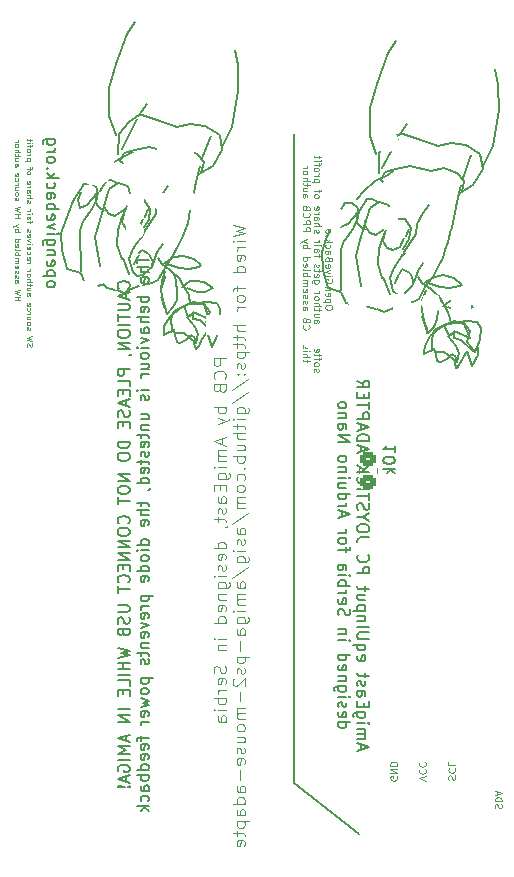
<source format=gbr>
%TF.GenerationSoftware,KiCad,Pcbnew,(6.0.2)*%
%TF.CreationDate,2024-04-09T06:49:27+01:00*%
%TF.ProjectId,amigaps2 revision1.7,616d6967-6170-4733-9220-726576697369,rev?*%
%TF.SameCoordinates,Original*%
%TF.FileFunction,Legend,Bot*%
%TF.FilePolarity,Positive*%
%FSLAX46Y46*%
G04 Gerber Fmt 4.6, Leading zero omitted, Abs format (unit mm)*
G04 Created by KiCad (PCBNEW (6.0.2)) date 2024-04-09 06:49:27*
%MOMM*%
%LPD*%
G01*
G04 APERTURE LIST*
G04 Aperture macros list*
%AMRoundRect*
0 Rectangle with rounded corners*
0 $1 Rounding radius*
0 $2 $3 $4 $5 $6 $7 $8 $9 X,Y pos of 4 corners*
0 Add a 4 corners polygon primitive as box body*
4,1,4,$2,$3,$4,$5,$6,$7,$8,$9,$2,$3,0*
0 Add four circle primitives for the rounded corners*
1,1,$1+$1,$2,$3*
1,1,$1+$1,$4,$5*
1,1,$1+$1,$6,$7*
1,1,$1+$1,$8,$9*
0 Add four rect primitives between the rounded corners*
20,1,$1+$1,$2,$3,$4,$5,0*
20,1,$1+$1,$4,$5,$6,$7,0*
20,1,$1+$1,$6,$7,$8,$9,0*
20,1,$1+$1,$8,$9,$2,$3,0*%
G04 Aperture macros list end*
%ADD10C,0.150000*%
%ADD11C,0.100000*%
%ADD12C,0.050000*%
%ADD13C,0.120000*%
%ADD14C,0.250000*%
%ADD15RoundRect,0.250000X0.450000X-0.350000X0.450000X0.350000X-0.450000X0.350000X-0.450000X-0.350000X0*%
%ADD16O,2.032000X1.727200*%
%ADD17C,2.540000*%
%ADD18R,1.700000X1.700000*%
%ADD19O,1.700000X1.700000*%
%ADD20C,1.600000*%
%ADD21C,4.000000*%
%ADD22R,1.600000X1.600000*%
%ADD23R,1.800000X1.800000*%
%ADD24O,1.800000X1.800000*%
%ADD25C,1.524000*%
%ADD26C,3.300000*%
%ADD27C,2.000000*%
G04 APERTURE END LIST*
D10*
X142811500Y-63030100D02*
X143344900Y-63182500D01*
X168135300Y-71285100D02*
X168008300Y-70904100D01*
X166408100Y-65062100D02*
X166204900Y-65341500D01*
X148196300Y-67500500D02*
X148729700Y-67449700D01*
X149542500Y-54343300D02*
X150736300Y-55130700D01*
X165176200Y-68541900D02*
X164617400Y-67144900D01*
X169862500Y-64858900D02*
X169633900Y-65493900D01*
X164706300Y-63436500D02*
X164579300Y-64096900D01*
X164579300Y-64096900D02*
X164884100Y-64655700D01*
X170827700Y-60744100D02*
X170421300Y-62953900D01*
X148348700Y-72021700D02*
X147891500Y-72478900D01*
X147637500Y-56248300D02*
X148805900Y-56680100D01*
X146951700Y-72072500D02*
X146850100Y-71513700D01*
X163487100Y-61302900D02*
X162648900Y-63969900D01*
X173037500Y-57975500D02*
X172224700Y-59347100D01*
X144208500Y-53378100D02*
X145478500Y-53860700D01*
X167017700Y-67144900D02*
X166839900Y-66814700D01*
X149898100Y-70116700D02*
X149593300Y-70980300D01*
X141185900Y-58915300D02*
X140576300Y-59829700D01*
X137325100Y-63411100D02*
X137426700Y-64884300D01*
X149390100Y-57365900D02*
X149186900Y-58331100D01*
X164172900Y-60845700D02*
X164122100Y-60794900D01*
X145834100Y-67500500D02*
X146138900Y-66611500D01*
X148958300Y-72986900D02*
X148780500Y-73215500D01*
X169202100Y-56045100D02*
X170294300Y-55765700D01*
X150482300Y-69303900D02*
X149618700Y-69227700D01*
X167398700Y-63461900D02*
X166382700Y-64985900D01*
X143751300Y-67068700D02*
X144284700Y-66941700D01*
X168871900Y-71335900D02*
X169176700Y-70675500D01*
X172224700Y-69710300D02*
X171538900Y-70040500D01*
X167906700Y-67652900D02*
X167576500Y-67144900D01*
X169278300Y-66128900D02*
X168821100Y-67094100D01*
X170649900Y-71818500D02*
X170167300Y-72148700D01*
X172173900Y-73418700D02*
X172605700Y-73088500D01*
X145554700Y-67373500D02*
X145046700Y-67652900D01*
X164960300Y-58458100D02*
X163868100Y-59016900D01*
X169176700Y-74256900D02*
X169024300Y-73698100D01*
X170421300Y-73647300D02*
X169964100Y-74104500D01*
X164680900Y-70091300D02*
X165290500Y-69811900D01*
X144614900Y-66636900D02*
X144995900Y-66255900D01*
X162648900Y-63969900D02*
X162267900Y-65392300D01*
X171970700Y-71742300D02*
X171665900Y-72605900D01*
X141008100Y-60667900D02*
X140957300Y-61175900D01*
X148221700Y-54140100D02*
X149542500Y-54343300D01*
X144767300Y-65189100D02*
X144132300Y-64833500D01*
X168389300Y-73469500D02*
X168084500Y-73647300D01*
X145046700Y-66027300D02*
X145072100Y-65874900D01*
X143878300Y-65239900D02*
X143522700Y-66052700D01*
X142049500Y-59169300D02*
X141566900Y-58915300D01*
X171919900Y-72326500D02*
X170573700Y-71742300D01*
X141566900Y-58915300D02*
X141185900Y-58915300D01*
X165290500Y-62725300D02*
X165265100Y-61734700D01*
X166077900Y-65316100D02*
X166077900Y-65366900D01*
X144284700Y-66941700D02*
X144614900Y-66636900D01*
X143954500Y-53378100D02*
X143040100Y-53987700D01*
X143090900Y-65595500D02*
X143370300Y-66687700D01*
X170802300Y-69075300D02*
X171462700Y-69176900D01*
X166077900Y-65366900D02*
X166128700Y-65366900D01*
X142989300Y-60972700D02*
X142481300Y-62090300D01*
X141363700Y-61810900D02*
X141922500Y-61988700D01*
X173875700Y-56070500D02*
X173037500Y-57721500D01*
X163055300Y-63080900D02*
X162775900Y-63004700D01*
X140373100Y-59626500D02*
X139915900Y-59220100D01*
X147294600Y-66357500D02*
X146024600Y-65951100D01*
X170573700Y-70853300D02*
X171462700Y-71081900D01*
X142481300Y-62090300D02*
X142151100Y-63157100D01*
X139966700Y-61404500D02*
X140296900Y-60667900D01*
X168960800Y-67094100D02*
X169697400Y-66941700D01*
X144005300Y-63741300D02*
X144056100Y-63741300D01*
X147967700Y-70523100D02*
X148577300Y-70192900D01*
X146088100Y-67094100D02*
X145884900Y-67881500D01*
X164706300Y-58229500D02*
X165646100Y-57975500D01*
X150787100Y-69862700D02*
X150482300Y-69303900D01*
X169367200Y-67983100D02*
X168097200Y-67576700D01*
X168084500Y-73647300D02*
X168084500Y-73444100D01*
X171462700Y-58991500D02*
X171259500Y-59956700D01*
X170573700Y-72326500D02*
X171157900Y-72428100D01*
X147281900Y-67246500D02*
X146545300Y-66509900D01*
X150101300Y-71793100D02*
X150533100Y-71462900D01*
X145783300Y-68237100D02*
X145834100Y-67500500D01*
X163995100Y-63614300D02*
X164807900Y-63004700D01*
X146392900Y-59448700D02*
X145910300Y-60058300D01*
X169456100Y-74358500D02*
X169405300Y-74307700D01*
X143217900Y-61099700D02*
X143192500Y-60109100D01*
X142608300Y-68465700D02*
X143217900Y-68186300D01*
X142074900Y-64427100D02*
X142455900Y-65570100D01*
X163271200Y-69684900D02*
X163982400Y-69862700D01*
X164045900Y-50761900D02*
X163461700Y-52793900D01*
X145046700Y-67652900D02*
X144284700Y-67830700D01*
X167347900Y-67170300D02*
X167525700Y-66611500D01*
X149199600Y-66154300D02*
X148971000Y-66281300D01*
X142151100Y-63157100D02*
X142074900Y-64427100D01*
X170878500Y-58305700D02*
X171462700Y-58991500D01*
X170751500Y-73012300D02*
X170040300Y-72148700D01*
X161353500Y-63969900D02*
X162039300Y-63030100D01*
X149618700Y-69227700D02*
X148247100Y-69380100D01*
X148501100Y-70700900D02*
X149085300Y-70802500D01*
X146748500Y-65468500D02*
X146088100Y-66332100D01*
X145453100Y-64985900D02*
X145910300Y-64325500D01*
X145376900Y-61023500D02*
X145326100Y-61836300D01*
X140703300Y-61379100D02*
X140373100Y-61023500D01*
X145783300Y-68237100D02*
X146037300Y-67043300D01*
X137706100Y-62293500D02*
X137325100Y-63411100D01*
X165417500Y-64808100D02*
X165976300Y-64630300D01*
X167144700Y-67500500D02*
X167017700Y-67144900D01*
X167982900Y-61683900D02*
X167449500Y-62649100D01*
X147789900Y-63233300D02*
X147561300Y-63868300D01*
X167855900Y-69862700D02*
X168109900Y-68668900D01*
X165061900Y-62598300D02*
X164553900Y-63715900D01*
X149593300Y-70980300D02*
X150329900Y-71869300D01*
X149466300Y-68414900D02*
X148831300Y-68414900D01*
X174078900Y-49517300D02*
X174332900Y-50838100D01*
X170167300Y-72148700D02*
X169760900Y-71234300D01*
X171005500Y-73596500D02*
X170751500Y-73012300D01*
X148120100Y-68694300D02*
X147739100Y-67957700D01*
X172554900Y-70929500D02*
X171691300Y-70853300D01*
X169760900Y-71234300D02*
X170573700Y-70853300D01*
X146799300Y-69710300D02*
X147104100Y-69049900D01*
X166204900Y-65341500D02*
X165722300Y-65925700D01*
X167119300Y-67652900D02*
X167144700Y-67500500D01*
X143370300Y-56553100D02*
X142887700Y-56832500D01*
X149644100Y-71793100D02*
X149237700Y-72377300D01*
X172224700Y-59347100D02*
X171056300Y-60032900D01*
X166814500Y-63919100D02*
X166941500Y-63004700D01*
X168922700Y-71615300D02*
X168719500Y-72351900D01*
X149390100Y-69456300D02*
X149847300Y-70700900D01*
X166357300Y-68567300D02*
X166687500Y-68262500D01*
X172758100Y-72478900D02*
X172859700Y-71488300D01*
X171310300Y-74002900D02*
X171030900Y-74612500D01*
X139509500Y-61023500D02*
X140347700Y-60032900D01*
X171272200Y-67779900D02*
X171043600Y-67906900D01*
X146011900Y-72021700D02*
X146011900Y-71818500D01*
X144360900Y-60617100D02*
X143446500Y-60566300D01*
X152260300Y-49212500D02*
X152311100Y-51371500D01*
X146951700Y-71894700D02*
X147688300Y-71869300D01*
X150964900Y-56349900D02*
X150152100Y-57721500D01*
X147205700Y-64503300D02*
X146748500Y-65468500D01*
X170192700Y-70319900D02*
X169811700Y-69583300D01*
X147561300Y-63868300D02*
X147205700Y-64503300D01*
X144335500Y-63436500D02*
X144132300Y-63715900D01*
X172808900Y-56756300D02*
X173037500Y-57975500D01*
X170116500Y-64198500D02*
X169862500Y-64858900D01*
X148780500Y-73215500D02*
X148704300Y-73215500D01*
X165290500Y-69811900D02*
X165976300Y-69557900D01*
X165442900Y-58178700D02*
X164960300Y-58458100D01*
X149110700Y-57746900D02*
X148755100Y-59118500D01*
X146189700Y-69888100D02*
X146316700Y-70269100D01*
X150533100Y-72097900D02*
X150075900Y-73063100D01*
X147688300Y-69608700D02*
X146850100Y-69989700D01*
X147027900Y-67500500D02*
X146900900Y-66840100D01*
X172059600Y-56781700D02*
X171323000Y-58712100D01*
X169100500Y-69126100D02*
X168973500Y-68465700D01*
X166027100Y-55003700D02*
X165112700Y-55613300D01*
X169379900Y-71462900D02*
X170116500Y-71081900D01*
X169633900Y-65493900D02*
X169278300Y-66128900D01*
X146202400Y-65849500D02*
X146888200Y-65468500D01*
X171716700Y-73418700D02*
X171310300Y-74002900D01*
X146062700Y-71310500D02*
X146519900Y-70523100D01*
X168846500Y-73291700D02*
X168389300Y-73469500D01*
X164147500Y-66052700D02*
X164528500Y-67195700D01*
X147154900Y-68364100D02*
X147027900Y-67500500D01*
X168592500Y-72148700D02*
X169379900Y-71462900D01*
X169659300Y-69583300D02*
X170268900Y-69126100D01*
X141795500Y-57391300D02*
X140855700Y-58229500D01*
X168719500Y-72351900D02*
X168744900Y-73266300D01*
X169760900Y-73494900D02*
X170802300Y-74358500D01*
X148043900Y-69456300D02*
X148653500Y-69430900D01*
X170776900Y-74841100D02*
X170649900Y-74434700D01*
X146062700Y-69659500D02*
X145935700Y-69278500D01*
X167068500Y-67881500D02*
X167347900Y-67170300D01*
X163461700Y-52793900D02*
X163436300Y-55156100D01*
X146850100Y-71513700D02*
X146773900Y-71666100D01*
X147891500Y-72478900D02*
X147383500Y-72732900D01*
X164223700Y-64782700D02*
X164147500Y-66052700D01*
X159778700Y-63919100D02*
X159397700Y-65036700D01*
X170116500Y-71081900D02*
X170726100Y-71056500D01*
X145326100Y-61836300D02*
X144310100Y-63360300D01*
X142303500Y-57289700D02*
X142633700Y-56603900D01*
X143370300Y-66687700D02*
X143751300Y-67068700D01*
X169964100Y-74104500D02*
X169456100Y-74358500D01*
X169735500Y-69507100D02*
X169887900Y-69634100D01*
X146545300Y-56527700D02*
X147637500Y-56248300D01*
X163436300Y-55156100D02*
X164020500Y-56756300D01*
X163296600Y-69684900D02*
X162915600Y-69380100D01*
X165646100Y-57975500D02*
X166865300Y-57721500D01*
X148971000Y-66281300D02*
X148158200Y-66459100D01*
X168262300Y-71513700D02*
X168389300Y-71894700D01*
X163639500Y-60540900D02*
X163258500Y-60540900D01*
X168287700Y-71691500D02*
X168236900Y-71462900D01*
X150075900Y-73063100D02*
X149644100Y-71793100D01*
X147586700Y-67957700D02*
X148196300Y-67500500D01*
X145935700Y-69278500D02*
X145808700Y-68821300D01*
X168617900Y-68135500D02*
X167906700Y-67652900D01*
X142201900Y-55029100D02*
X142151100Y-56730900D01*
X167449500Y-62649100D02*
X167398700Y-63461900D01*
X145478500Y-53860700D02*
X147129500Y-54419500D01*
X148043900Y-62572900D02*
X147789900Y-63233300D01*
X166865300Y-57721500D02*
X168617900Y-58153300D01*
X163436300Y-63436500D02*
X163995100Y-63614300D01*
X140296900Y-60820300D02*
X140474700Y-59956700D01*
X164274500Y-56654700D02*
X164223700Y-58356500D01*
X149085300Y-70802500D02*
X150101300Y-71793100D01*
X138722100Y-60642500D02*
X138899900Y-61252100D01*
X140982700Y-61455300D02*
X140703300Y-61379100D01*
X168097200Y-67576700D02*
X168275000Y-67475100D01*
X139331700Y-67703700D02*
X140246100Y-67856100D01*
X138341100Y-60693300D02*
X137706100Y-62293500D01*
X148501100Y-70116700D02*
X148501100Y-70700900D01*
X174332900Y-50838100D02*
X174383700Y-52997100D01*
X166128700Y-65366900D02*
X166408100Y-65062100D01*
X164604700Y-59118500D02*
X164376100Y-58915300D01*
X146164300Y-69837300D02*
X146062700Y-69659500D01*
X148653500Y-69430900D02*
X149390100Y-69405500D01*
X150685500Y-70853300D02*
X150787100Y-69862700D01*
X143103600Y-66916300D02*
X142544800Y-65519300D01*
X149390100Y-69405500D02*
X149898100Y-70116700D01*
X144945100Y-65519300D02*
X144767300Y-65189100D01*
X147688300Y-69608700D02*
X148501100Y-69227700D01*
X168008300Y-70904100D02*
X167881300Y-70446900D01*
X166636700Y-54140100D02*
X166027100Y-55003700D01*
X142887700Y-56832500D02*
X141795500Y-57391300D01*
X160413700Y-62318900D02*
X159778700Y-63919100D01*
X168744900Y-73266300D02*
X169024300Y-73520300D01*
X166281100Y-55003700D02*
X167551100Y-55486300D01*
X145986500Y-69202300D02*
X146189700Y-69888100D01*
X144183100Y-63157100D02*
X144741900Y-62293500D01*
X170319700Y-71005700D02*
X170192700Y-70319900D01*
X170040300Y-72148700D02*
X170649900Y-71818500D01*
X140195300Y-63766700D02*
X140601700Y-66230500D01*
X148729700Y-72732900D02*
X148932900Y-71970900D01*
X159880300Y-68059300D02*
X161048700Y-68389500D01*
X147688300Y-71869300D02*
X148729700Y-72732900D01*
X165112700Y-55613300D02*
X164274500Y-56654700D01*
X138976100Y-59905900D02*
X138722100Y-60642500D01*
X164960300Y-48196500D02*
X164045900Y-50761900D01*
X165519100Y-62191900D02*
X165061900Y-62598300D01*
X167119300Y-69278500D02*
X166357300Y-69456300D01*
X168465500Y-61074300D02*
X167982900Y-61683900D01*
X148932900Y-71970900D02*
X148678900Y-71386700D01*
X166204900Y-66459100D02*
X165976300Y-66763900D01*
X148755100Y-59118500D02*
X148348700Y-61328300D01*
X145072100Y-65874900D02*
X144945100Y-65519300D01*
X161048700Y-61531500D02*
X160794700Y-62268100D01*
X170726100Y-71056500D02*
X171462700Y-71031100D01*
X170903900Y-70040500D02*
X170040300Y-69710300D01*
X148247100Y-61480700D02*
X148043900Y-62572900D01*
X167627300Y-68999100D02*
X167119300Y-69278500D01*
X169710100Y-57873900D02*
X170878500Y-58305700D01*
X159397700Y-65036700D02*
X159499300Y-66509900D01*
X169405300Y-74307700D02*
X169176700Y-74256900D01*
X169176700Y-70675500D02*
X169227500Y-69989700D01*
X147332700Y-72682100D02*
X147104100Y-72631300D01*
X141389100Y-51168300D02*
X141363700Y-53530500D01*
X146138900Y-66611500D02*
X145783300Y-68237100D01*
X168389300Y-71894700D02*
X168871900Y-71335900D01*
X148577300Y-72809100D02*
X148653500Y-72301100D01*
X168922700Y-73139300D02*
X168846500Y-73291700D01*
X171462700Y-69176900D02*
X172224700Y-69710300D01*
X166941500Y-63004700D02*
X166433500Y-62242700D01*
X174383700Y-52997100D02*
X173875700Y-56070500D01*
X144005300Y-63690500D02*
X144005300Y-63741300D01*
X164553900Y-63715900D02*
X164223700Y-64782700D01*
X163029900Y-62801500D02*
X163436300Y-63436500D01*
X138976100Y-66763900D02*
X139331700Y-67703700D01*
X168617900Y-58153300D02*
X169710100Y-57873900D01*
X142532100Y-57492900D02*
X142303500Y-57289700D01*
X167957500Y-69507100D02*
X167881300Y-69888100D01*
X143040100Y-53987700D02*
X142201900Y-55029100D01*
X147104100Y-72631300D02*
X146951700Y-72072500D01*
X162928300Y-59855100D02*
X162344100Y-60490100D01*
X145884900Y-67881500D02*
X145808700Y-68262500D01*
X141414500Y-59677300D02*
X140576300Y-62344300D01*
X165836600Y-55410100D02*
X164515800Y-57924700D01*
X170726100Y-73926700D02*
X170421300Y-73647300D01*
X162560000Y-114300000D02*
X157000000Y-110000000D01*
X163868100Y-59016900D02*
X162928300Y-59855100D01*
X166839900Y-66814700D02*
X166204900Y-66459100D01*
X172605700Y-73723500D02*
X172148500Y-74688700D01*
X166738300Y-63030100D02*
X166484300Y-63639700D01*
X162445700Y-61252100D02*
X161988500Y-60845700D01*
X165646100Y-47155100D02*
X164960300Y-48196500D01*
X148158200Y-66459100D02*
X147294600Y-66357500D01*
X144995900Y-66255900D02*
X145275300Y-65544700D01*
X170802300Y-74358500D02*
X171005500Y-73596500D01*
X150736300Y-55130700D02*
X150964900Y-56349900D01*
X144132300Y-63715900D02*
X143649700Y-64300100D01*
X171462700Y-71081900D02*
X171919900Y-72326500D01*
X142024100Y-68237100D02*
X142608300Y-68465700D01*
X148501100Y-69227700D02*
X149390100Y-69456300D01*
X146773900Y-71666100D02*
X146316700Y-71843900D01*
X144868900Y-61379100D02*
X144360900Y-60617100D01*
X169227500Y-69989700D02*
X169100500Y-69126100D01*
X172605700Y-73088500D02*
X172605700Y-73723500D01*
X166433500Y-62242700D02*
X165519100Y-62191900D01*
X150152100Y-57721500D02*
X148983700Y-58407300D01*
X144665700Y-61404500D02*
X144411700Y-62014100D01*
X157000000Y-110000000D02*
X157000000Y-55000000D01*
X169024300Y-73698100D02*
X168922700Y-73139300D01*
X145275300Y-65544700D02*
X145453100Y-64985900D01*
X146037300Y-67043300D02*
X146088100Y-67094100D01*
X148831300Y-68414900D02*
X147967700Y-68084700D01*
X171030900Y-74612500D02*
X170853100Y-74841100D01*
X161404300Y-69329300D02*
X162318700Y-69481700D01*
X168973500Y-68465700D02*
X169405300Y-68795900D01*
X138938000Y-63207900D02*
X139217400Y-62395100D01*
X148805900Y-56680100D02*
X149390100Y-57365900D01*
X162369500Y-62293500D02*
X162445700Y-61252100D01*
X143192500Y-60109100D02*
X143014700Y-59448700D01*
X163080700Y-62293500D02*
X163029900Y-62801500D01*
X146215100Y-70065900D02*
X146164300Y-69837300D01*
X170319700Y-63106300D02*
X170116500Y-64198500D01*
X160972500Y-62877700D02*
X161582100Y-62649100D01*
X163258500Y-60540900D02*
X162648900Y-61455300D01*
X168059100Y-70827900D02*
X168262300Y-71513700D01*
X147383500Y-72732900D02*
X147332700Y-72682100D01*
X146265900Y-70269100D02*
X146215100Y-70065900D01*
X161010600Y-64833500D02*
X161290000Y-64020700D01*
X145910300Y-60058300D02*
X145376900Y-61023500D01*
X146900900Y-66840100D02*
X147332700Y-67170300D01*
X146024600Y-65951100D02*
X146202400Y-65849500D01*
X146850100Y-69989700D02*
X146646900Y-70726300D01*
X142633700Y-61810900D02*
X142506700Y-62471300D01*
X145808700Y-68262500D02*
X145986500Y-69202300D01*
X159499300Y-66509900D02*
X159880300Y-68059300D01*
X142633700Y-56603900D02*
X143573500Y-56349900D01*
X146011900Y-71818500D02*
X146062700Y-71310500D01*
X142151100Y-59169300D02*
X141414500Y-59677300D01*
X149987000Y-55156100D02*
X149250400Y-57086500D01*
X169887900Y-69634100D02*
X169659300Y-69583300D01*
X143903700Y-63004700D02*
X144284700Y-62191900D01*
X169760900Y-71234300D02*
X168922700Y-71615300D01*
X170649900Y-74434700D02*
X170726100Y-73926700D01*
X148577300Y-70192900D02*
X148094700Y-70523100D01*
X146646900Y-70726300D02*
X146672300Y-71640700D01*
X167881300Y-69888100D02*
X168059100Y-70827900D01*
X144741900Y-62293500D02*
X144868900Y-61379100D01*
X143217900Y-68186300D02*
X143903700Y-67932300D01*
X142887700Y-46570900D02*
X141973300Y-49136300D01*
X168236900Y-71462900D02*
X168135300Y-71285100D01*
X171691300Y-70853300D02*
X170319700Y-71005700D01*
X171538900Y-70040500D02*
X170903900Y-70040500D01*
X137807700Y-66433700D02*
X138976100Y-66763900D01*
X143624300Y-53479700D02*
X144208500Y-53378100D01*
X168275000Y-67475100D02*
X168960800Y-67094100D01*
X148247100Y-69380100D02*
X148120100Y-68694300D01*
X148653500Y-72301100D02*
X148348700Y-72021700D01*
X167855900Y-69862700D02*
X167906700Y-69126100D01*
X142506700Y-62471300D02*
X142811500Y-63030100D01*
X140296900Y-60667900D02*
X140373100Y-59626500D01*
X145834100Y-66027300D02*
X145503900Y-65519300D01*
X161328100Y-60845700D02*
X160413700Y-62318900D01*
X165442900Y-68313300D02*
X165823900Y-68694300D01*
X141922500Y-61988700D02*
X142735300Y-61379100D01*
X164884100Y-64655700D02*
X165417500Y-64808100D01*
X143014700Y-59448700D02*
X142151100Y-59169300D01*
X146316700Y-71843900D02*
X146011900Y-72021700D01*
X165087300Y-61074300D02*
X164223700Y-60794900D01*
X148539200Y-65595500D02*
X149199600Y-66154300D01*
X171157900Y-72428100D02*
X172173900Y-73418700D01*
X161988500Y-60845700D02*
X161328100Y-60845700D01*
X150152100Y-68084700D02*
X149466300Y-68414900D01*
X166255700Y-64782700D02*
X166814500Y-63919100D01*
X149390100Y-67551300D02*
X150152100Y-68084700D01*
X139915900Y-59220100D02*
X139255500Y-59220100D01*
X152006300Y-47891700D02*
X152260300Y-49212500D01*
X169354500Y-68872100D02*
X168617900Y-68135500D01*
X162267900Y-65392300D02*
X162674300Y-67856100D01*
X170294300Y-55765700D02*
X171615100Y-55968900D01*
X140246100Y-67856100D02*
X140830300Y-67779900D01*
X143573500Y-56349900D02*
X144792700Y-56095900D01*
X165823900Y-68694300D02*
X166357300Y-68567300D01*
X162775900Y-63004700D02*
X162445700Y-62649100D01*
X143344900Y-63182500D02*
X143903700Y-63004700D01*
X147104100Y-69049900D02*
X147154900Y-68364100D01*
X152311100Y-51371500D02*
X151803100Y-54444900D01*
X162318700Y-69481700D02*
X162902900Y-69405500D01*
X167551100Y-55486300D02*
X169202100Y-56045100D01*
X172859700Y-71488300D02*
X172554900Y-70929500D01*
X141198600Y-68059300D02*
X141909800Y-68237100D01*
X162039300Y-63030100D02*
X162369500Y-62293500D01*
X146519900Y-70523100D02*
X147307300Y-69837300D01*
X143573500Y-45529500D02*
X142887700Y-46570900D01*
X172148500Y-74688700D02*
X171716700Y-73418700D01*
X143319500Y-64909700D02*
X143090900Y-65595500D01*
X149237700Y-72377300D02*
X148958300Y-72986900D01*
X146672300Y-71640700D02*
X146951700Y-71894700D01*
X147307300Y-69837300D02*
X148043900Y-69456300D01*
X162445700Y-62649100D02*
X162369500Y-62445900D01*
X165696900Y-55105300D02*
X166281100Y-55003700D01*
X168160700Y-68719700D02*
X167957500Y-69507100D01*
X140855700Y-58229500D02*
X140271500Y-58864500D01*
X169405300Y-68795900D02*
X169735500Y-69507100D01*
X138899900Y-61252100D02*
X139509500Y-61023500D01*
X147332700Y-67170300D02*
X147662900Y-67881500D01*
X171183300Y-59372500D02*
X170827700Y-60744100D01*
X168338500Y-71894700D02*
X168287700Y-71691500D01*
X170230800Y-68084700D02*
X169367200Y-67983100D01*
X146888200Y-65468500D02*
X147624800Y-65316100D01*
X169024300Y-73520300D02*
X169760900Y-73494900D01*
X169697400Y-66941700D02*
X170611800Y-67221100D01*
X171665900Y-72605900D02*
X172402500Y-73494900D01*
X144564100Y-52514500D02*
X143954500Y-53378100D01*
X144132300Y-64833500D02*
X143903700Y-65138300D01*
X139255500Y-59220100D02*
X138341100Y-60693300D01*
X172402500Y-73494900D02*
X172758100Y-72478900D01*
X171043600Y-67906900D02*
X170230800Y-68084700D01*
X147624800Y-65316100D02*
X148539200Y-65595500D01*
X170268900Y-69126100D02*
X170802300Y-69075300D01*
X147662900Y-67881500D02*
X147815300Y-68008500D01*
X148678900Y-71386700D02*
X147967700Y-70523100D01*
X140576300Y-62344300D02*
X140195300Y-63766700D01*
X165722300Y-65925700D02*
X165392100Y-66535300D01*
X171462700Y-71031100D02*
X171970700Y-71742300D01*
X137426700Y-64884300D02*
X137807700Y-66433700D01*
X168084500Y-73444100D02*
X168135300Y-72936100D01*
X164122100Y-60794900D02*
X163639500Y-60540900D01*
X143649700Y-64300100D02*
X143319500Y-64909700D01*
X146545300Y-66509900D02*
X145834100Y-66027300D01*
X140957300Y-61175900D02*
X141363700Y-61810900D01*
X161048700Y-68389500D02*
X161404300Y-69329300D01*
X146088100Y-66332100D02*
X145554700Y-67373500D01*
X144056100Y-63741300D02*
X144335500Y-63436500D01*
X142100300Y-59220100D02*
X142049500Y-59169300D01*
X165392100Y-66535300D02*
X165163500Y-67221100D01*
X149847300Y-70700900D02*
X148501100Y-70116700D01*
X161582100Y-62649100D02*
X162420300Y-61658500D01*
X141973300Y-49136300D02*
X141389100Y-51168300D01*
X141363700Y-53530500D02*
X141947900Y-55130700D01*
X139280900Y-62344300D02*
X139966700Y-61404500D01*
X164376100Y-58915300D02*
X164706300Y-58229500D01*
X148704300Y-73215500D02*
X148577300Y-72809100D01*
X164223700Y-60794900D02*
X163487100Y-61302900D01*
X170611800Y-67221100D02*
X171272200Y-67779900D01*
X165976300Y-64630300D02*
X166357300Y-63817500D01*
X138988800Y-66586100D02*
X138938000Y-63207900D01*
X151803100Y-54444900D02*
X150964900Y-56095900D01*
X167906700Y-69126100D02*
X168211500Y-68237100D01*
X168160700Y-67957700D02*
X167627300Y-68999100D01*
X170853100Y-74841100D02*
X170776900Y-74841100D01*
X168109900Y-68668900D02*
X168160700Y-68719700D01*
X144792700Y-56095900D02*
X146545300Y-56527700D01*
X166687500Y-68262500D02*
X167068500Y-67881500D01*
X147739100Y-67957700D02*
X147281900Y-67246500D01*
X167525700Y-66611500D02*
X167982900Y-65951100D01*
X168821100Y-67094100D02*
X168160700Y-67957700D01*
X162369500Y-62445900D02*
X162547300Y-61582300D01*
X171615100Y-55968900D02*
X172808900Y-56756300D01*
X150533100Y-71462900D02*
X150533100Y-72097900D01*
X150329900Y-71869300D02*
X150685500Y-70853300D01*
X165265100Y-61734700D02*
X165087300Y-61074300D01*
X170573700Y-71742300D02*
X170573700Y-72326500D01*
X168135300Y-72936100D02*
X168592500Y-72148700D01*
X148094700Y-70523100D02*
X147688300Y-69608700D01*
X164096700Y-69862700D02*
X164680900Y-70091300D01*
X165950900Y-66865500D02*
X165595300Y-67678300D01*
X160794700Y-62268100D02*
X160972500Y-62877700D01*
X148729700Y-67449700D02*
X149390100Y-67551300D01*
X147815300Y-68008500D02*
X147586700Y-67957700D01*
X147129500Y-54419500D02*
X148221700Y-54140100D01*
X169811700Y-69583300D02*
X169354500Y-68872100D01*
X161061400Y-68211700D02*
X161010600Y-64833500D01*
X165163500Y-67221100D02*
X165442900Y-68313300D01*
X141224000Y-68059300D02*
X140843000Y-67754500D01*
X140373100Y-61023500D02*
X140296900Y-60820300D01*
X143764000Y-53784500D02*
X142443200Y-56299100D01*
X143446500Y-60566300D02*
X142989300Y-60972700D01*
X146316700Y-70269100D02*
X146799300Y-69710300D01*
X168211500Y-68237100D02*
X167855900Y-69862700D01*
X136110719Y-67817238D02*
X136158338Y-67912476D01*
X136205957Y-67960095D01*
X136301195Y-68007714D01*
X136586909Y-68007714D01*
X136682147Y-67960095D01*
X136729766Y-67912476D01*
X136777385Y-67817238D01*
X136777385Y-67674380D01*
X136729766Y-67579142D01*
X136682147Y-67531523D01*
X136586909Y-67483904D01*
X136301195Y-67483904D01*
X136205957Y-67531523D01*
X136158338Y-67579142D01*
X136110719Y-67674380D01*
X136110719Y-67817238D01*
X136777385Y-67055333D02*
X135777385Y-67055333D01*
X136729766Y-67055333D02*
X136777385Y-66960095D01*
X136777385Y-66769619D01*
X136729766Y-66674380D01*
X136682147Y-66626761D01*
X136586909Y-66579142D01*
X136301195Y-66579142D01*
X136205957Y-66626761D01*
X136158338Y-66674380D01*
X136110719Y-66769619D01*
X136110719Y-66960095D01*
X136158338Y-67055333D01*
X136158338Y-65769619D02*
X136110719Y-65864857D01*
X136110719Y-66055333D01*
X136158338Y-66150571D01*
X136253576Y-66198190D01*
X136634528Y-66198190D01*
X136729766Y-66150571D01*
X136777385Y-66055333D01*
X136777385Y-65864857D01*
X136729766Y-65769619D01*
X136634528Y-65722000D01*
X136539290Y-65722000D01*
X136444052Y-66198190D01*
X136777385Y-65293428D02*
X136110719Y-65293428D01*
X136682147Y-65293428D02*
X136729766Y-65245809D01*
X136777385Y-65150571D01*
X136777385Y-65007714D01*
X136729766Y-64912476D01*
X136634528Y-64864857D01*
X136110719Y-64864857D01*
X136777385Y-63960095D02*
X135967861Y-63960095D01*
X135872623Y-64007714D01*
X135825004Y-64055333D01*
X135777385Y-64150571D01*
X135777385Y-64293428D01*
X135825004Y-64388666D01*
X136158338Y-63960095D02*
X136110719Y-64055333D01*
X136110719Y-64245809D01*
X136158338Y-64341047D01*
X136205957Y-64388666D01*
X136301195Y-64436285D01*
X136586909Y-64436285D01*
X136682147Y-64388666D01*
X136729766Y-64341047D01*
X136777385Y-64245809D01*
X136777385Y-64055333D01*
X136729766Y-63960095D01*
X136110719Y-63483904D02*
X136777385Y-63483904D01*
X137110719Y-63483904D02*
X137063100Y-63531523D01*
X137015480Y-63483904D01*
X137063100Y-63436285D01*
X137110719Y-63483904D01*
X137015480Y-63483904D01*
X136777385Y-63102952D02*
X136110719Y-62864857D01*
X136777385Y-62626761D01*
X136158338Y-61864857D02*
X136110719Y-61960095D01*
X136110719Y-62150571D01*
X136158338Y-62245809D01*
X136253576Y-62293428D01*
X136634528Y-62293428D01*
X136729766Y-62245809D01*
X136777385Y-62150571D01*
X136777385Y-61960095D01*
X136729766Y-61864857D01*
X136634528Y-61817238D01*
X136539290Y-61817238D01*
X136444052Y-62293428D01*
X136110719Y-61388666D02*
X137110719Y-61388666D01*
X136729766Y-61388666D02*
X136777385Y-61293428D01*
X136777385Y-61102952D01*
X136729766Y-61007714D01*
X136682147Y-60960095D01*
X136586909Y-60912476D01*
X136301195Y-60912476D01*
X136205957Y-60960095D01*
X136158338Y-61007714D01*
X136110719Y-61102952D01*
X136110719Y-61293428D01*
X136158338Y-61388666D01*
X136110719Y-60055333D02*
X136634528Y-60055333D01*
X136729766Y-60102952D01*
X136777385Y-60198190D01*
X136777385Y-60388666D01*
X136729766Y-60483904D01*
X136158338Y-60055333D02*
X136110719Y-60150571D01*
X136110719Y-60388666D01*
X136158338Y-60483904D01*
X136253576Y-60531523D01*
X136348814Y-60531523D01*
X136444052Y-60483904D01*
X136491671Y-60388666D01*
X136491671Y-60150571D01*
X136539290Y-60055333D01*
X136158338Y-59150571D02*
X136110719Y-59245809D01*
X136110719Y-59436285D01*
X136158338Y-59531523D01*
X136205957Y-59579142D01*
X136301195Y-59626761D01*
X136586909Y-59626761D01*
X136682147Y-59579142D01*
X136729766Y-59531523D01*
X136777385Y-59436285D01*
X136777385Y-59245809D01*
X136729766Y-59150571D01*
X136110719Y-58722000D02*
X137110719Y-58722000D01*
X136491671Y-58626761D02*
X136110719Y-58341047D01*
X136777385Y-58341047D02*
X136396433Y-58722000D01*
X136205957Y-57912476D02*
X136158338Y-57864857D01*
X136110719Y-57912476D01*
X136158338Y-57960095D01*
X136205957Y-57912476D01*
X136110719Y-57912476D01*
X136110719Y-57293428D02*
X136158338Y-57388666D01*
X136205957Y-57436285D01*
X136301195Y-57483904D01*
X136586909Y-57483904D01*
X136682147Y-57436285D01*
X136729766Y-57388666D01*
X136777385Y-57293428D01*
X136777385Y-57150571D01*
X136729766Y-57055333D01*
X136682147Y-57007714D01*
X136586909Y-56960095D01*
X136301195Y-56960095D01*
X136205957Y-57007714D01*
X136158338Y-57055333D01*
X136110719Y-57150571D01*
X136110719Y-57293428D01*
X136110719Y-56531523D02*
X136777385Y-56531523D01*
X136586909Y-56531523D02*
X136682147Y-56483904D01*
X136729766Y-56436285D01*
X136777385Y-56341047D01*
X136777385Y-56245809D01*
X136777385Y-55483904D02*
X135967861Y-55483904D01*
X135872623Y-55531523D01*
X135825004Y-55579142D01*
X135777385Y-55674380D01*
X135777385Y-55817238D01*
X135825004Y-55912476D01*
X136158338Y-55483904D02*
X136110719Y-55579142D01*
X136110719Y-55769619D01*
X136158338Y-55864857D01*
X136205957Y-55912476D01*
X136301195Y-55960095D01*
X136586909Y-55960095D01*
X136682147Y-55912476D01*
X136729766Y-55864857D01*
X136777385Y-55769619D01*
X136777385Y-55579142D01*
X136729766Y-55483904D01*
D11*
X170140342Y-109680285D02*
X170111771Y-109594571D01*
X170111771Y-109451714D01*
X170140342Y-109394571D01*
X170168914Y-109366000D01*
X170226057Y-109337428D01*
X170283200Y-109337428D01*
X170340342Y-109366000D01*
X170368914Y-109394571D01*
X170397485Y-109451714D01*
X170426057Y-109566000D01*
X170454628Y-109623142D01*
X170483200Y-109651714D01*
X170540342Y-109680285D01*
X170597485Y-109680285D01*
X170654628Y-109651714D01*
X170683200Y-109623142D01*
X170711771Y-109566000D01*
X170711771Y-109423142D01*
X170683200Y-109337428D01*
X170168914Y-108737428D02*
X170140342Y-108766000D01*
X170111771Y-108851714D01*
X170111771Y-108908857D01*
X170140342Y-108994571D01*
X170197485Y-109051714D01*
X170254628Y-109080285D01*
X170368914Y-109108857D01*
X170454628Y-109108857D01*
X170568914Y-109080285D01*
X170626057Y-109051714D01*
X170683200Y-108994571D01*
X170711771Y-108908857D01*
X170711771Y-108851714D01*
X170683200Y-108766000D01*
X170654628Y-108737428D01*
X170111771Y-108194571D02*
X170111771Y-108480285D01*
X170711771Y-108480285D01*
X165755600Y-109423142D02*
X165784171Y-109480285D01*
X165784171Y-109566000D01*
X165755600Y-109651714D01*
X165698457Y-109708857D01*
X165641314Y-109737428D01*
X165527028Y-109766000D01*
X165441314Y-109766000D01*
X165327028Y-109737428D01*
X165269885Y-109708857D01*
X165212742Y-109651714D01*
X165184171Y-109566000D01*
X165184171Y-109508857D01*
X165212742Y-109423142D01*
X165241314Y-109394571D01*
X165441314Y-109394571D01*
X165441314Y-109508857D01*
X165184171Y-109137428D02*
X165784171Y-109137428D01*
X165184171Y-108794571D01*
X165784171Y-108794571D01*
X165184171Y-108508857D02*
X165784171Y-108508857D01*
X165784171Y-108366000D01*
X165755600Y-108280285D01*
X165698457Y-108223142D01*
X165641314Y-108194571D01*
X165527028Y-108166000D01*
X165441314Y-108166000D01*
X165327028Y-108194571D01*
X165269885Y-108223142D01*
X165212742Y-108280285D01*
X165184171Y-108366000D01*
X165184171Y-108508857D01*
D10*
X143022142Y-68106428D02*
X143069761Y-68059285D01*
X143117380Y-67917857D01*
X143117380Y-67823571D01*
X143069761Y-67682142D01*
X142974523Y-67587857D01*
X142879285Y-67540714D01*
X142688809Y-67493571D01*
X142545952Y-67493571D01*
X142355476Y-67540714D01*
X142260238Y-67587857D01*
X142165000Y-67682142D01*
X142117380Y-67823571D01*
X142117380Y-67917857D01*
X142165000Y-68059285D01*
X142212619Y-68106428D01*
X142831666Y-68483571D02*
X142831666Y-68955000D01*
X143117380Y-68389285D02*
X142117380Y-68719285D01*
X143117380Y-69049285D01*
X142117380Y-69379285D02*
X142926904Y-69379285D01*
X143022142Y-69426428D01*
X143069761Y-69473571D01*
X143117380Y-69567857D01*
X143117380Y-69756428D01*
X143069761Y-69850714D01*
X143022142Y-69897857D01*
X142926904Y-69945000D01*
X142117380Y-69945000D01*
X142117380Y-70275000D02*
X142117380Y-70840714D01*
X143117380Y-70557857D02*
X142117380Y-70557857D01*
X143117380Y-71170714D02*
X142117380Y-71170714D01*
X142117380Y-71830714D02*
X142117380Y-72019285D01*
X142165000Y-72113571D01*
X142260238Y-72207857D01*
X142450714Y-72255000D01*
X142784047Y-72255000D01*
X142974523Y-72207857D01*
X143069761Y-72113571D01*
X143117380Y-72019285D01*
X143117380Y-71830714D01*
X143069761Y-71736428D01*
X142974523Y-71642142D01*
X142784047Y-71595000D01*
X142450714Y-71595000D01*
X142260238Y-71642142D01*
X142165000Y-71736428D01*
X142117380Y-71830714D01*
X143117380Y-72679285D02*
X142117380Y-72679285D01*
X143117380Y-73245000D01*
X142117380Y-73245000D01*
X143069761Y-73763571D02*
X143117380Y-73763571D01*
X143212619Y-73716428D01*
X143260238Y-73669285D01*
X143117380Y-74942142D02*
X142117380Y-74942142D01*
X142117380Y-75319285D01*
X142165000Y-75413571D01*
X142212619Y-75460714D01*
X142307857Y-75507857D01*
X142450714Y-75507857D01*
X142545952Y-75460714D01*
X142593571Y-75413571D01*
X142641190Y-75319285D01*
X142641190Y-74942142D01*
X143117380Y-76403571D02*
X143117380Y-75932142D01*
X142117380Y-75932142D01*
X142593571Y-76733571D02*
X142593571Y-77063571D01*
X143117380Y-77205000D02*
X143117380Y-76733571D01*
X142117380Y-76733571D01*
X142117380Y-77205000D01*
X142831666Y-77582142D02*
X142831666Y-78053571D01*
X143117380Y-77487857D02*
X142117380Y-77817857D01*
X143117380Y-78147857D01*
X143069761Y-78430714D02*
X143117380Y-78572142D01*
X143117380Y-78807857D01*
X143069761Y-78902142D01*
X143022142Y-78949285D01*
X142926904Y-78996428D01*
X142831666Y-78996428D01*
X142736428Y-78949285D01*
X142688809Y-78902142D01*
X142641190Y-78807857D01*
X142593571Y-78619285D01*
X142545952Y-78525000D01*
X142498333Y-78477857D01*
X142403095Y-78430714D01*
X142307857Y-78430714D01*
X142212619Y-78477857D01*
X142165000Y-78525000D01*
X142117380Y-78619285D01*
X142117380Y-78855000D01*
X142165000Y-78996428D01*
X142593571Y-79420714D02*
X142593571Y-79750714D01*
X143117380Y-79892142D02*
X143117380Y-79420714D01*
X142117380Y-79420714D01*
X142117380Y-79892142D01*
X143117380Y-81070714D02*
X142117380Y-81070714D01*
X142117380Y-81306428D01*
X142165000Y-81447857D01*
X142260238Y-81542142D01*
X142355476Y-81589285D01*
X142545952Y-81636428D01*
X142688809Y-81636428D01*
X142879285Y-81589285D01*
X142974523Y-81542142D01*
X143069761Y-81447857D01*
X143117380Y-81306428D01*
X143117380Y-81070714D01*
X142117380Y-82249285D02*
X142117380Y-82437857D01*
X142165000Y-82532142D01*
X142260238Y-82626428D01*
X142450714Y-82673571D01*
X142784047Y-82673571D01*
X142974523Y-82626428D01*
X143069761Y-82532142D01*
X143117380Y-82437857D01*
X143117380Y-82249285D01*
X143069761Y-82155000D01*
X142974523Y-82060714D01*
X142784047Y-82013571D01*
X142450714Y-82013571D01*
X142260238Y-82060714D01*
X142165000Y-82155000D01*
X142117380Y-82249285D01*
X143117380Y-83852142D02*
X142117380Y-83852142D01*
X143117380Y-84417857D01*
X142117380Y-84417857D01*
X142117380Y-85077857D02*
X142117380Y-85266428D01*
X142165000Y-85360714D01*
X142260238Y-85455000D01*
X142450714Y-85502142D01*
X142784047Y-85502142D01*
X142974523Y-85455000D01*
X143069761Y-85360714D01*
X143117380Y-85266428D01*
X143117380Y-85077857D01*
X143069761Y-84983571D01*
X142974523Y-84889285D01*
X142784047Y-84842142D01*
X142450714Y-84842142D01*
X142260238Y-84889285D01*
X142165000Y-84983571D01*
X142117380Y-85077857D01*
X142117380Y-85785000D02*
X142117380Y-86350714D01*
X143117380Y-86067857D02*
X142117380Y-86067857D01*
X143022142Y-88000714D02*
X143069761Y-87953571D01*
X143117380Y-87812142D01*
X143117380Y-87717857D01*
X143069761Y-87576428D01*
X142974523Y-87482142D01*
X142879285Y-87435000D01*
X142688809Y-87387857D01*
X142545952Y-87387857D01*
X142355476Y-87435000D01*
X142260238Y-87482142D01*
X142165000Y-87576428D01*
X142117380Y-87717857D01*
X142117380Y-87812142D01*
X142165000Y-87953571D01*
X142212619Y-88000714D01*
X142117380Y-88613571D02*
X142117380Y-88802142D01*
X142165000Y-88896428D01*
X142260238Y-88990714D01*
X142450714Y-89037857D01*
X142784047Y-89037857D01*
X142974523Y-88990714D01*
X143069761Y-88896428D01*
X143117380Y-88802142D01*
X143117380Y-88613571D01*
X143069761Y-88519285D01*
X142974523Y-88425000D01*
X142784047Y-88377857D01*
X142450714Y-88377857D01*
X142260238Y-88425000D01*
X142165000Y-88519285D01*
X142117380Y-88613571D01*
X143117380Y-89462142D02*
X142117380Y-89462142D01*
X143117380Y-90027857D01*
X142117380Y-90027857D01*
X143117380Y-90499285D02*
X142117380Y-90499285D01*
X143117380Y-91065000D01*
X142117380Y-91065000D01*
X142593571Y-91536428D02*
X142593571Y-91866428D01*
X143117380Y-92007857D02*
X143117380Y-91536428D01*
X142117380Y-91536428D01*
X142117380Y-92007857D01*
X143022142Y-92997857D02*
X143069761Y-92950714D01*
X143117380Y-92809285D01*
X143117380Y-92715000D01*
X143069761Y-92573571D01*
X142974523Y-92479285D01*
X142879285Y-92432142D01*
X142688809Y-92385000D01*
X142545952Y-92385000D01*
X142355476Y-92432142D01*
X142260238Y-92479285D01*
X142165000Y-92573571D01*
X142117380Y-92715000D01*
X142117380Y-92809285D01*
X142165000Y-92950714D01*
X142212619Y-92997857D01*
X142117380Y-93280714D02*
X142117380Y-93846428D01*
X143117380Y-93563571D02*
X142117380Y-93563571D01*
X142117380Y-94930714D02*
X142926904Y-94930714D01*
X143022142Y-94977857D01*
X143069761Y-95025000D01*
X143117380Y-95119285D01*
X143117380Y-95307857D01*
X143069761Y-95402142D01*
X143022142Y-95449285D01*
X142926904Y-95496428D01*
X142117380Y-95496428D01*
X143069761Y-95920714D02*
X143117380Y-96062142D01*
X143117380Y-96297857D01*
X143069761Y-96392142D01*
X143022142Y-96439285D01*
X142926904Y-96486428D01*
X142831666Y-96486428D01*
X142736428Y-96439285D01*
X142688809Y-96392142D01*
X142641190Y-96297857D01*
X142593571Y-96109285D01*
X142545952Y-96015000D01*
X142498333Y-95967857D01*
X142403095Y-95920714D01*
X142307857Y-95920714D01*
X142212619Y-95967857D01*
X142165000Y-96015000D01*
X142117380Y-96109285D01*
X142117380Y-96345000D01*
X142165000Y-96486428D01*
X142593571Y-97240714D02*
X142641190Y-97382142D01*
X142688809Y-97429285D01*
X142784047Y-97476428D01*
X142926904Y-97476428D01*
X143022142Y-97429285D01*
X143069761Y-97382142D01*
X143117380Y-97287857D01*
X143117380Y-96910714D01*
X142117380Y-96910714D01*
X142117380Y-97240714D01*
X142165000Y-97335000D01*
X142212619Y-97382142D01*
X142307857Y-97429285D01*
X142403095Y-97429285D01*
X142498333Y-97382142D01*
X142545952Y-97335000D01*
X142593571Y-97240714D01*
X142593571Y-96910714D01*
X142117380Y-98560714D02*
X143117380Y-98796428D01*
X142403095Y-98985000D01*
X143117380Y-99173571D01*
X142117380Y-99409285D01*
X143117380Y-99786428D02*
X142117380Y-99786428D01*
X142593571Y-99786428D02*
X142593571Y-100352142D01*
X143117380Y-100352142D02*
X142117380Y-100352142D01*
X143117380Y-100823571D02*
X142117380Y-100823571D01*
X143117380Y-101766428D02*
X143117380Y-101295000D01*
X142117380Y-101295000D01*
X142593571Y-102096428D02*
X142593571Y-102426428D01*
X143117380Y-102567857D02*
X143117380Y-102096428D01*
X142117380Y-102096428D01*
X142117380Y-102567857D01*
X143117380Y-103746428D02*
X142117380Y-103746428D01*
X143117380Y-104217857D02*
X142117380Y-104217857D01*
X143117380Y-104783571D01*
X142117380Y-104783571D01*
X142831666Y-105962142D02*
X142831666Y-106433571D01*
X143117380Y-105867857D02*
X142117380Y-106197857D01*
X143117380Y-106527857D01*
X143117380Y-106857857D02*
X142117380Y-106857857D01*
X142831666Y-107187857D01*
X142117380Y-107517857D01*
X143117380Y-107517857D01*
X143117380Y-107989285D02*
X142117380Y-107989285D01*
X142165000Y-108979285D02*
X142117380Y-108885000D01*
X142117380Y-108743571D01*
X142165000Y-108602142D01*
X142260238Y-108507857D01*
X142355476Y-108460714D01*
X142545952Y-108413571D01*
X142688809Y-108413571D01*
X142879285Y-108460714D01*
X142974523Y-108507857D01*
X143069761Y-108602142D01*
X143117380Y-108743571D01*
X143117380Y-108837857D01*
X143069761Y-108979285D01*
X143022142Y-109026428D01*
X142688809Y-109026428D01*
X142688809Y-108837857D01*
X142831666Y-109403571D02*
X142831666Y-109875000D01*
X143117380Y-109309285D02*
X142117380Y-109639285D01*
X143117380Y-109969285D01*
X143022142Y-110299285D02*
X143069761Y-110346428D01*
X143117380Y-110299285D01*
X143069761Y-110252142D01*
X143022142Y-110299285D01*
X143117380Y-110299285D01*
X142736428Y-110299285D02*
X142165000Y-110252142D01*
X142117380Y-110299285D01*
X142165000Y-110346428D01*
X142736428Y-110299285D01*
X142117380Y-110299285D01*
X143727380Y-65419285D02*
X143727380Y-65985000D01*
X144727380Y-65702142D02*
X143727380Y-65702142D01*
X144727380Y-66315000D02*
X143727380Y-66315000D01*
X144727380Y-66739285D02*
X144203571Y-66739285D01*
X144108333Y-66692142D01*
X144060714Y-66597857D01*
X144060714Y-66456428D01*
X144108333Y-66362142D01*
X144155952Y-66315000D01*
X144679761Y-67587857D02*
X144727380Y-67493571D01*
X144727380Y-67305000D01*
X144679761Y-67210714D01*
X144584523Y-67163571D01*
X144203571Y-67163571D01*
X144108333Y-67210714D01*
X144060714Y-67305000D01*
X144060714Y-67493571D01*
X144108333Y-67587857D01*
X144203571Y-67635000D01*
X144298809Y-67635000D01*
X144394047Y-67163571D01*
X144727380Y-68813571D02*
X143727380Y-68813571D01*
X144108333Y-68813571D02*
X144060714Y-68907857D01*
X144060714Y-69096428D01*
X144108333Y-69190714D01*
X144155952Y-69237857D01*
X144251190Y-69285000D01*
X144536904Y-69285000D01*
X144632142Y-69237857D01*
X144679761Y-69190714D01*
X144727380Y-69096428D01*
X144727380Y-68907857D01*
X144679761Y-68813571D01*
X144679761Y-70086428D02*
X144727380Y-69992142D01*
X144727380Y-69803571D01*
X144679761Y-69709285D01*
X144584523Y-69662142D01*
X144203571Y-69662142D01*
X144108333Y-69709285D01*
X144060714Y-69803571D01*
X144060714Y-69992142D01*
X144108333Y-70086428D01*
X144203571Y-70133571D01*
X144298809Y-70133571D01*
X144394047Y-69662142D01*
X144727380Y-70557857D02*
X143727380Y-70557857D01*
X144727380Y-70982142D02*
X144203571Y-70982142D01*
X144108333Y-70935000D01*
X144060714Y-70840714D01*
X144060714Y-70699285D01*
X144108333Y-70605000D01*
X144155952Y-70557857D01*
X144727380Y-71877857D02*
X144203571Y-71877857D01*
X144108333Y-71830714D01*
X144060714Y-71736428D01*
X144060714Y-71547857D01*
X144108333Y-71453571D01*
X144679761Y-71877857D02*
X144727380Y-71783571D01*
X144727380Y-71547857D01*
X144679761Y-71453571D01*
X144584523Y-71406428D01*
X144489285Y-71406428D01*
X144394047Y-71453571D01*
X144346428Y-71547857D01*
X144346428Y-71783571D01*
X144298809Y-71877857D01*
X144060714Y-72255000D02*
X144727380Y-72490714D01*
X144060714Y-72726428D01*
X144727380Y-73103571D02*
X144060714Y-73103571D01*
X143727380Y-73103571D02*
X143775000Y-73056428D01*
X143822619Y-73103571D01*
X143775000Y-73150714D01*
X143727380Y-73103571D01*
X143822619Y-73103571D01*
X144727380Y-73716428D02*
X144679761Y-73622142D01*
X144632142Y-73575000D01*
X144536904Y-73527857D01*
X144251190Y-73527857D01*
X144155952Y-73575000D01*
X144108333Y-73622142D01*
X144060714Y-73716428D01*
X144060714Y-73857857D01*
X144108333Y-73952142D01*
X144155952Y-73999285D01*
X144251190Y-74046428D01*
X144536904Y-74046428D01*
X144632142Y-73999285D01*
X144679761Y-73952142D01*
X144727380Y-73857857D01*
X144727380Y-73716428D01*
X144060714Y-74895000D02*
X144727380Y-74895000D01*
X144060714Y-74470714D02*
X144584523Y-74470714D01*
X144679761Y-74517857D01*
X144727380Y-74612142D01*
X144727380Y-74753571D01*
X144679761Y-74847857D01*
X144632142Y-74895000D01*
X144727380Y-75366428D02*
X144060714Y-75366428D01*
X144251190Y-75366428D02*
X144155952Y-75413571D01*
X144108333Y-75460714D01*
X144060714Y-75555000D01*
X144060714Y-75649285D01*
X144727380Y-76733571D02*
X144060714Y-76733571D01*
X143727380Y-76733571D02*
X143775000Y-76686428D01*
X143822619Y-76733571D01*
X143775000Y-76780714D01*
X143727380Y-76733571D01*
X143822619Y-76733571D01*
X144679761Y-77157857D02*
X144727380Y-77252142D01*
X144727380Y-77440714D01*
X144679761Y-77535000D01*
X144584523Y-77582142D01*
X144536904Y-77582142D01*
X144441666Y-77535000D01*
X144394047Y-77440714D01*
X144394047Y-77299285D01*
X144346428Y-77205000D01*
X144251190Y-77157857D01*
X144203571Y-77157857D01*
X144108333Y-77205000D01*
X144060714Y-77299285D01*
X144060714Y-77440714D01*
X144108333Y-77535000D01*
X144060714Y-79185000D02*
X144727380Y-79185000D01*
X144060714Y-78760714D02*
X144584523Y-78760714D01*
X144679761Y-78807857D01*
X144727380Y-78902142D01*
X144727380Y-79043571D01*
X144679761Y-79137857D01*
X144632142Y-79185000D01*
X144060714Y-79656428D02*
X144727380Y-79656428D01*
X144155952Y-79656428D02*
X144108333Y-79703571D01*
X144060714Y-79797857D01*
X144060714Y-79939285D01*
X144108333Y-80033571D01*
X144203571Y-80080714D01*
X144727380Y-80080714D01*
X144060714Y-80410714D02*
X144060714Y-80787857D01*
X143727380Y-80552142D02*
X144584523Y-80552142D01*
X144679761Y-80599285D01*
X144727380Y-80693571D01*
X144727380Y-80787857D01*
X144679761Y-81495000D02*
X144727380Y-81400714D01*
X144727380Y-81212142D01*
X144679761Y-81117857D01*
X144584523Y-81070714D01*
X144203571Y-81070714D01*
X144108333Y-81117857D01*
X144060714Y-81212142D01*
X144060714Y-81400714D01*
X144108333Y-81495000D01*
X144203571Y-81542142D01*
X144298809Y-81542142D01*
X144394047Y-81070714D01*
X144679761Y-81919285D02*
X144727380Y-82013571D01*
X144727380Y-82202142D01*
X144679761Y-82296428D01*
X144584523Y-82343571D01*
X144536904Y-82343571D01*
X144441666Y-82296428D01*
X144394047Y-82202142D01*
X144394047Y-82060714D01*
X144346428Y-81966428D01*
X144251190Y-81919285D01*
X144203571Y-81919285D01*
X144108333Y-81966428D01*
X144060714Y-82060714D01*
X144060714Y-82202142D01*
X144108333Y-82296428D01*
X144060714Y-82626428D02*
X144060714Y-83003571D01*
X143727380Y-82767857D02*
X144584523Y-82767857D01*
X144679761Y-82815000D01*
X144727380Y-82909285D01*
X144727380Y-83003571D01*
X144679761Y-83710714D02*
X144727380Y-83616428D01*
X144727380Y-83427857D01*
X144679761Y-83333571D01*
X144584523Y-83286428D01*
X144203571Y-83286428D01*
X144108333Y-83333571D01*
X144060714Y-83427857D01*
X144060714Y-83616428D01*
X144108333Y-83710714D01*
X144203571Y-83757857D01*
X144298809Y-83757857D01*
X144394047Y-83286428D01*
X144727380Y-84606428D02*
X143727380Y-84606428D01*
X144679761Y-84606428D02*
X144727380Y-84512142D01*
X144727380Y-84323571D01*
X144679761Y-84229285D01*
X144632142Y-84182142D01*
X144536904Y-84135000D01*
X144251190Y-84135000D01*
X144155952Y-84182142D01*
X144108333Y-84229285D01*
X144060714Y-84323571D01*
X144060714Y-84512142D01*
X144108333Y-84606428D01*
X144679761Y-85125000D02*
X144727380Y-85125000D01*
X144822619Y-85077857D01*
X144870238Y-85030714D01*
X144060714Y-86162142D02*
X144060714Y-86539285D01*
X143727380Y-86303571D02*
X144584523Y-86303571D01*
X144679761Y-86350714D01*
X144727380Y-86445000D01*
X144727380Y-86539285D01*
X144727380Y-86869285D02*
X143727380Y-86869285D01*
X144727380Y-87293571D02*
X144203571Y-87293571D01*
X144108333Y-87246428D01*
X144060714Y-87152142D01*
X144060714Y-87010714D01*
X144108333Y-86916428D01*
X144155952Y-86869285D01*
X144679761Y-88142142D02*
X144727380Y-88047857D01*
X144727380Y-87859285D01*
X144679761Y-87765000D01*
X144584523Y-87717857D01*
X144203571Y-87717857D01*
X144108333Y-87765000D01*
X144060714Y-87859285D01*
X144060714Y-88047857D01*
X144108333Y-88142142D01*
X144203571Y-88189285D01*
X144298809Y-88189285D01*
X144394047Y-87717857D01*
X144727380Y-89792142D02*
X143727380Y-89792142D01*
X144679761Y-89792142D02*
X144727380Y-89697857D01*
X144727380Y-89509285D01*
X144679761Y-89415000D01*
X144632142Y-89367857D01*
X144536904Y-89320714D01*
X144251190Y-89320714D01*
X144155952Y-89367857D01*
X144108333Y-89415000D01*
X144060714Y-89509285D01*
X144060714Y-89697857D01*
X144108333Y-89792142D01*
X144727380Y-90263571D02*
X144060714Y-90263571D01*
X143727380Y-90263571D02*
X143775000Y-90216428D01*
X143822619Y-90263571D01*
X143775000Y-90310714D01*
X143727380Y-90263571D01*
X143822619Y-90263571D01*
X144727380Y-90876428D02*
X144679761Y-90782142D01*
X144632142Y-90735000D01*
X144536904Y-90687857D01*
X144251190Y-90687857D01*
X144155952Y-90735000D01*
X144108333Y-90782142D01*
X144060714Y-90876428D01*
X144060714Y-91017857D01*
X144108333Y-91112142D01*
X144155952Y-91159285D01*
X144251190Y-91206428D01*
X144536904Y-91206428D01*
X144632142Y-91159285D01*
X144679761Y-91112142D01*
X144727380Y-91017857D01*
X144727380Y-90876428D01*
X144727380Y-92055000D02*
X143727380Y-92055000D01*
X144679761Y-92055000D02*
X144727380Y-91960714D01*
X144727380Y-91772142D01*
X144679761Y-91677857D01*
X144632142Y-91630714D01*
X144536904Y-91583571D01*
X144251190Y-91583571D01*
X144155952Y-91630714D01*
X144108333Y-91677857D01*
X144060714Y-91772142D01*
X144060714Y-91960714D01*
X144108333Y-92055000D01*
X144679761Y-92903571D02*
X144727380Y-92809285D01*
X144727380Y-92620714D01*
X144679761Y-92526428D01*
X144584523Y-92479285D01*
X144203571Y-92479285D01*
X144108333Y-92526428D01*
X144060714Y-92620714D01*
X144060714Y-92809285D01*
X144108333Y-92903571D01*
X144203571Y-92950714D01*
X144298809Y-92950714D01*
X144394047Y-92479285D01*
X144060714Y-94129285D02*
X145060714Y-94129285D01*
X144108333Y-94129285D02*
X144060714Y-94223571D01*
X144060714Y-94412142D01*
X144108333Y-94506428D01*
X144155952Y-94553571D01*
X144251190Y-94600714D01*
X144536904Y-94600714D01*
X144632142Y-94553571D01*
X144679761Y-94506428D01*
X144727380Y-94412142D01*
X144727380Y-94223571D01*
X144679761Y-94129285D01*
X144727380Y-95025000D02*
X144060714Y-95025000D01*
X144251190Y-95025000D02*
X144155952Y-95072142D01*
X144108333Y-95119285D01*
X144060714Y-95213571D01*
X144060714Y-95307857D01*
X144679761Y-96015000D02*
X144727380Y-95920714D01*
X144727380Y-95732142D01*
X144679761Y-95637857D01*
X144584523Y-95590714D01*
X144203571Y-95590714D01*
X144108333Y-95637857D01*
X144060714Y-95732142D01*
X144060714Y-95920714D01*
X144108333Y-96015000D01*
X144203571Y-96062142D01*
X144298809Y-96062142D01*
X144394047Y-95590714D01*
X144060714Y-96392142D02*
X144727380Y-96627857D01*
X144060714Y-96863571D01*
X144679761Y-97617857D02*
X144727380Y-97523571D01*
X144727380Y-97335000D01*
X144679761Y-97240714D01*
X144584523Y-97193571D01*
X144203571Y-97193571D01*
X144108333Y-97240714D01*
X144060714Y-97335000D01*
X144060714Y-97523571D01*
X144108333Y-97617857D01*
X144203571Y-97665000D01*
X144298809Y-97665000D01*
X144394047Y-97193571D01*
X144060714Y-98089285D02*
X144727380Y-98089285D01*
X144155952Y-98089285D02*
X144108333Y-98136428D01*
X144060714Y-98230714D01*
X144060714Y-98372142D01*
X144108333Y-98466428D01*
X144203571Y-98513571D01*
X144727380Y-98513571D01*
X144060714Y-98843571D02*
X144060714Y-99220714D01*
X143727380Y-98985000D02*
X144584523Y-98985000D01*
X144679761Y-99032142D01*
X144727380Y-99126428D01*
X144727380Y-99220714D01*
X144679761Y-99503571D02*
X144727380Y-99597857D01*
X144727380Y-99786428D01*
X144679761Y-99880714D01*
X144584523Y-99927857D01*
X144536904Y-99927857D01*
X144441666Y-99880714D01*
X144394047Y-99786428D01*
X144394047Y-99645000D01*
X144346428Y-99550714D01*
X144251190Y-99503571D01*
X144203571Y-99503571D01*
X144108333Y-99550714D01*
X144060714Y-99645000D01*
X144060714Y-99786428D01*
X144108333Y-99880714D01*
X144060714Y-101106428D02*
X145060714Y-101106428D01*
X144108333Y-101106428D02*
X144060714Y-101200714D01*
X144060714Y-101389285D01*
X144108333Y-101483571D01*
X144155952Y-101530714D01*
X144251190Y-101577857D01*
X144536904Y-101577857D01*
X144632142Y-101530714D01*
X144679761Y-101483571D01*
X144727380Y-101389285D01*
X144727380Y-101200714D01*
X144679761Y-101106428D01*
X144727380Y-102143571D02*
X144679761Y-102049285D01*
X144632142Y-102002142D01*
X144536904Y-101955000D01*
X144251190Y-101955000D01*
X144155952Y-102002142D01*
X144108333Y-102049285D01*
X144060714Y-102143571D01*
X144060714Y-102285000D01*
X144108333Y-102379285D01*
X144155952Y-102426428D01*
X144251190Y-102473571D01*
X144536904Y-102473571D01*
X144632142Y-102426428D01*
X144679761Y-102379285D01*
X144727380Y-102285000D01*
X144727380Y-102143571D01*
X144060714Y-102803571D02*
X144727380Y-102992142D01*
X144251190Y-103180714D01*
X144727380Y-103369285D01*
X144060714Y-103557857D01*
X144679761Y-104312142D02*
X144727380Y-104217857D01*
X144727380Y-104029285D01*
X144679761Y-103935000D01*
X144584523Y-103887857D01*
X144203571Y-103887857D01*
X144108333Y-103935000D01*
X144060714Y-104029285D01*
X144060714Y-104217857D01*
X144108333Y-104312142D01*
X144203571Y-104359285D01*
X144298809Y-104359285D01*
X144394047Y-103887857D01*
X144727380Y-104783571D02*
X144060714Y-104783571D01*
X144251190Y-104783571D02*
X144155952Y-104830714D01*
X144108333Y-104877857D01*
X144060714Y-104972142D01*
X144060714Y-105066428D01*
X144060714Y-106009285D02*
X144060714Y-106386428D01*
X144727380Y-106150714D02*
X143870238Y-106150714D01*
X143775000Y-106197857D01*
X143727380Y-106292142D01*
X143727380Y-106386428D01*
X144679761Y-107093571D02*
X144727380Y-106999285D01*
X144727380Y-106810714D01*
X144679761Y-106716428D01*
X144584523Y-106669285D01*
X144203571Y-106669285D01*
X144108333Y-106716428D01*
X144060714Y-106810714D01*
X144060714Y-106999285D01*
X144108333Y-107093571D01*
X144203571Y-107140714D01*
X144298809Y-107140714D01*
X144394047Y-106669285D01*
X144679761Y-107942142D02*
X144727380Y-107847857D01*
X144727380Y-107659285D01*
X144679761Y-107565000D01*
X144584523Y-107517857D01*
X144203571Y-107517857D01*
X144108333Y-107565000D01*
X144060714Y-107659285D01*
X144060714Y-107847857D01*
X144108333Y-107942142D01*
X144203571Y-107989285D01*
X144298809Y-107989285D01*
X144394047Y-107517857D01*
X144727380Y-108837857D02*
X143727380Y-108837857D01*
X144679761Y-108837857D02*
X144727380Y-108743571D01*
X144727380Y-108555000D01*
X144679761Y-108460714D01*
X144632142Y-108413571D01*
X144536904Y-108366428D01*
X144251190Y-108366428D01*
X144155952Y-108413571D01*
X144108333Y-108460714D01*
X144060714Y-108555000D01*
X144060714Y-108743571D01*
X144108333Y-108837857D01*
X144727380Y-109309285D02*
X143727380Y-109309285D01*
X144108333Y-109309285D02*
X144060714Y-109403571D01*
X144060714Y-109592142D01*
X144108333Y-109686428D01*
X144155952Y-109733571D01*
X144251190Y-109780714D01*
X144536904Y-109780714D01*
X144632142Y-109733571D01*
X144679761Y-109686428D01*
X144727380Y-109592142D01*
X144727380Y-109403571D01*
X144679761Y-109309285D01*
X144727380Y-110629285D02*
X144203571Y-110629285D01*
X144108333Y-110582142D01*
X144060714Y-110487857D01*
X144060714Y-110299285D01*
X144108333Y-110205000D01*
X144679761Y-110629285D02*
X144727380Y-110535000D01*
X144727380Y-110299285D01*
X144679761Y-110205000D01*
X144584523Y-110157857D01*
X144489285Y-110157857D01*
X144394047Y-110205000D01*
X144346428Y-110299285D01*
X144346428Y-110535000D01*
X144298809Y-110629285D01*
X144679761Y-111525000D02*
X144727380Y-111430714D01*
X144727380Y-111242142D01*
X144679761Y-111147857D01*
X144632142Y-111100714D01*
X144536904Y-111053571D01*
X144251190Y-111053571D01*
X144155952Y-111100714D01*
X144108333Y-111147857D01*
X144060714Y-111242142D01*
X144060714Y-111430714D01*
X144108333Y-111525000D01*
X144727380Y-111949285D02*
X143727380Y-111949285D01*
X144346428Y-112043571D02*
X144727380Y-112326428D01*
X144060714Y-112326428D02*
X144441666Y-111949285D01*
D11*
X160298571Y-69768571D02*
X160298571Y-69654285D01*
X160270000Y-69597142D01*
X160212857Y-69540000D01*
X160098571Y-69511428D01*
X159898571Y-69511428D01*
X159784285Y-69540000D01*
X159727142Y-69597142D01*
X159698571Y-69654285D01*
X159698571Y-69768571D01*
X159727142Y-69825714D01*
X159784285Y-69882857D01*
X159898571Y-69911428D01*
X160098571Y-69911428D01*
X160212857Y-69882857D01*
X160270000Y-69825714D01*
X160298571Y-69768571D01*
X160098571Y-69254285D02*
X159498571Y-69254285D01*
X160070000Y-69254285D02*
X160098571Y-69197142D01*
X160098571Y-69082857D01*
X160070000Y-69025714D01*
X160041428Y-68997142D01*
X159984285Y-68968571D01*
X159812857Y-68968571D01*
X159755714Y-68997142D01*
X159727142Y-69025714D01*
X159698571Y-69082857D01*
X159698571Y-69197142D01*
X159727142Y-69254285D01*
X159727142Y-68482857D02*
X159698571Y-68540000D01*
X159698571Y-68654285D01*
X159727142Y-68711428D01*
X159784285Y-68740000D01*
X160012857Y-68740000D01*
X160070000Y-68711428D01*
X160098571Y-68654285D01*
X160098571Y-68540000D01*
X160070000Y-68482857D01*
X160012857Y-68454285D01*
X159955714Y-68454285D01*
X159898571Y-68740000D01*
X160098571Y-68197142D02*
X159698571Y-68197142D01*
X160041428Y-68197142D02*
X160070000Y-68168571D01*
X160098571Y-68111428D01*
X160098571Y-68025714D01*
X160070000Y-67968571D01*
X160012857Y-67940000D01*
X159698571Y-67940000D01*
X160270000Y-67340000D02*
X160298571Y-67397142D01*
X160298571Y-67482857D01*
X160270000Y-67568571D01*
X160212857Y-67625714D01*
X160155714Y-67654285D01*
X160041428Y-67682857D01*
X159955714Y-67682857D01*
X159841428Y-67654285D01*
X159784285Y-67625714D01*
X159727142Y-67568571D01*
X159698571Y-67482857D01*
X159698571Y-67425714D01*
X159727142Y-67340000D01*
X159755714Y-67311428D01*
X159955714Y-67311428D01*
X159955714Y-67425714D01*
X159698571Y-67054285D02*
X160098571Y-67054285D01*
X160298571Y-67054285D02*
X160270000Y-67082857D01*
X160241428Y-67054285D01*
X160270000Y-67025714D01*
X160298571Y-67054285D01*
X160241428Y-67054285D01*
X160098571Y-66825714D02*
X159698571Y-66682857D01*
X160098571Y-66540000D01*
X159727142Y-66082857D02*
X159698571Y-66140000D01*
X159698571Y-66254285D01*
X159727142Y-66311428D01*
X159784285Y-66340000D01*
X160012857Y-66340000D01*
X160070000Y-66311428D01*
X160098571Y-66254285D01*
X160098571Y-66140000D01*
X160070000Y-66082857D01*
X160012857Y-66054285D01*
X159955714Y-66054285D01*
X159898571Y-66340000D01*
X160012857Y-65597142D02*
X159984285Y-65511428D01*
X159955714Y-65482857D01*
X159898571Y-65454285D01*
X159812857Y-65454285D01*
X159755714Y-65482857D01*
X159727142Y-65511428D01*
X159698571Y-65568571D01*
X159698571Y-65797142D01*
X160298571Y-65797142D01*
X160298571Y-65597142D01*
X160270000Y-65540000D01*
X160241428Y-65511428D01*
X160184285Y-65482857D01*
X160127142Y-65482857D01*
X160070000Y-65511428D01*
X160041428Y-65540000D01*
X160012857Y-65597142D01*
X160012857Y-65797142D01*
X159698571Y-64940000D02*
X160012857Y-64940000D01*
X160070000Y-64968571D01*
X160098571Y-65025714D01*
X160098571Y-65140000D01*
X160070000Y-65197142D01*
X159727142Y-64940000D02*
X159698571Y-64997142D01*
X159698571Y-65140000D01*
X159727142Y-65197142D01*
X159784285Y-65225714D01*
X159841428Y-65225714D01*
X159898571Y-65197142D01*
X159927142Y-65140000D01*
X159927142Y-64997142D01*
X159955714Y-64940000D01*
X159727142Y-64397142D02*
X159698571Y-64454285D01*
X159698571Y-64568571D01*
X159727142Y-64625714D01*
X159755714Y-64654285D01*
X159812857Y-64682857D01*
X159984285Y-64682857D01*
X160041428Y-64654285D01*
X160070000Y-64625714D01*
X160098571Y-64568571D01*
X160098571Y-64454285D01*
X160070000Y-64397142D01*
X159698571Y-64140000D02*
X160298571Y-64140000D01*
X159927142Y-64082857D02*
X159698571Y-63911428D01*
X160098571Y-63911428D02*
X159870000Y-64140000D01*
X159755714Y-63654285D02*
X159727142Y-63625714D01*
X159698571Y-63654285D01*
X159727142Y-63682857D01*
X159755714Y-63654285D01*
X159698571Y-63654285D01*
X159698571Y-63282857D02*
X159727142Y-63340000D01*
X159755714Y-63368571D01*
X159812857Y-63397142D01*
X159984285Y-63397142D01*
X160041428Y-63368571D01*
X160070000Y-63340000D01*
X160098571Y-63282857D01*
X160098571Y-63197142D01*
X160070000Y-63140000D01*
X160041428Y-63111428D01*
X159984285Y-63082857D01*
X159812857Y-63082857D01*
X159755714Y-63111428D01*
X159727142Y-63140000D01*
X159698571Y-63197142D01*
X159698571Y-63282857D01*
X159698571Y-62825714D02*
X160098571Y-62825714D01*
X159984285Y-62825714D02*
X160041428Y-62797142D01*
X160070000Y-62768571D01*
X160098571Y-62711428D01*
X160098571Y-62654285D01*
X160098571Y-62197142D02*
X159612857Y-62197142D01*
X159555714Y-62225714D01*
X159527142Y-62254285D01*
X159498571Y-62311428D01*
X159498571Y-62397142D01*
X159527142Y-62454285D01*
X159727142Y-62197142D02*
X159698571Y-62254285D01*
X159698571Y-62368571D01*
X159727142Y-62425714D01*
X159755714Y-62454285D01*
X159812857Y-62482857D01*
X159984285Y-62482857D01*
X160041428Y-62454285D01*
X160070000Y-62425714D01*
X160098571Y-62368571D01*
X160098571Y-62254285D01*
X160070000Y-62197142D01*
X158761142Y-75168571D02*
X158732571Y-75111428D01*
X158732571Y-74997142D01*
X158761142Y-74940000D01*
X158818285Y-74911428D01*
X158846857Y-74911428D01*
X158904000Y-74940000D01*
X158932571Y-74997142D01*
X158932571Y-75082857D01*
X158961142Y-75140000D01*
X159018285Y-75168571D01*
X159046857Y-75168571D01*
X159104000Y-75140000D01*
X159132571Y-75082857D01*
X159132571Y-74997142D01*
X159104000Y-74940000D01*
X158732571Y-74568571D02*
X158761142Y-74625714D01*
X158789714Y-74654285D01*
X158846857Y-74682857D01*
X159018285Y-74682857D01*
X159075428Y-74654285D01*
X159104000Y-74625714D01*
X159132571Y-74568571D01*
X159132571Y-74482857D01*
X159104000Y-74425714D01*
X159075428Y-74397142D01*
X159018285Y-74368571D01*
X158846857Y-74368571D01*
X158789714Y-74397142D01*
X158761142Y-74425714D01*
X158732571Y-74482857D01*
X158732571Y-74568571D01*
X159132571Y-74197142D02*
X159132571Y-73968571D01*
X158732571Y-74111428D02*
X159246857Y-74111428D01*
X159304000Y-74082857D01*
X159332571Y-74025714D01*
X159332571Y-73968571D01*
X159132571Y-73854285D02*
X159132571Y-73625714D01*
X159332571Y-73768571D02*
X158818285Y-73768571D01*
X158761142Y-73740000D01*
X158732571Y-73682857D01*
X158732571Y-73625714D01*
X158761142Y-73197142D02*
X158732571Y-73254285D01*
X158732571Y-73368571D01*
X158761142Y-73425714D01*
X158818285Y-73454285D01*
X159046857Y-73454285D01*
X159104000Y-73425714D01*
X159132571Y-73368571D01*
X159132571Y-73254285D01*
X159104000Y-73197142D01*
X159046857Y-73168571D01*
X158989714Y-73168571D01*
X158932571Y-73454285D01*
X158732571Y-72654285D02*
X159046857Y-72654285D01*
X159104000Y-72682857D01*
X159132571Y-72740000D01*
X159132571Y-72854285D01*
X159104000Y-72911428D01*
X158761142Y-72654285D02*
X158732571Y-72711428D01*
X158732571Y-72854285D01*
X158761142Y-72911428D01*
X158818285Y-72940000D01*
X158875428Y-72940000D01*
X158932571Y-72911428D01*
X158961142Y-72854285D01*
X158961142Y-72711428D01*
X158989714Y-72654285D01*
X158732571Y-72368571D02*
X159132571Y-72368571D01*
X159018285Y-72368571D02*
X159075428Y-72340000D01*
X159104000Y-72311428D01*
X159132571Y-72254285D01*
X159132571Y-72197142D01*
X158761142Y-71768571D02*
X158732571Y-71825714D01*
X158732571Y-71940000D01*
X158761142Y-71997142D01*
X158818285Y-72025714D01*
X159046857Y-72025714D01*
X159104000Y-71997142D01*
X159132571Y-71940000D01*
X159132571Y-71825714D01*
X159104000Y-71768571D01*
X159046857Y-71740000D01*
X158989714Y-71740000D01*
X158932571Y-72025714D01*
X158732571Y-70768571D02*
X159046857Y-70768571D01*
X159104000Y-70797142D01*
X159132571Y-70854285D01*
X159132571Y-70968571D01*
X159104000Y-71025714D01*
X158761142Y-70768571D02*
X158732571Y-70825714D01*
X158732571Y-70968571D01*
X158761142Y-71025714D01*
X158818285Y-71054285D01*
X158875428Y-71054285D01*
X158932571Y-71025714D01*
X158961142Y-70968571D01*
X158961142Y-70825714D01*
X158989714Y-70768571D01*
X159132571Y-70225714D02*
X158732571Y-70225714D01*
X159132571Y-70482857D02*
X158818285Y-70482857D01*
X158761142Y-70454285D01*
X158732571Y-70397142D01*
X158732571Y-70311428D01*
X158761142Y-70254285D01*
X158789714Y-70225714D01*
X159132571Y-70025714D02*
X159132571Y-69797142D01*
X159332571Y-69940000D02*
X158818285Y-69940000D01*
X158761142Y-69911428D01*
X158732571Y-69854285D01*
X158732571Y-69797142D01*
X158732571Y-69597142D02*
X159332571Y-69597142D01*
X158732571Y-69340000D02*
X159046857Y-69340000D01*
X159104000Y-69368571D01*
X159132571Y-69425714D01*
X159132571Y-69511428D01*
X159104000Y-69568571D01*
X159075428Y-69597142D01*
X158732571Y-68968571D02*
X158761142Y-69025714D01*
X158789714Y-69054285D01*
X158846857Y-69082857D01*
X159018285Y-69082857D01*
X159075428Y-69054285D01*
X159104000Y-69025714D01*
X159132571Y-68968571D01*
X159132571Y-68882857D01*
X159104000Y-68825714D01*
X159075428Y-68797142D01*
X159018285Y-68768571D01*
X158846857Y-68768571D01*
X158789714Y-68797142D01*
X158761142Y-68825714D01*
X158732571Y-68882857D01*
X158732571Y-68968571D01*
X158732571Y-68511428D02*
X159132571Y-68511428D01*
X159018285Y-68511428D02*
X159075428Y-68482857D01*
X159104000Y-68454285D01*
X159132571Y-68397142D01*
X159132571Y-68340000D01*
X159132571Y-67425714D02*
X158646857Y-67425714D01*
X158589714Y-67454285D01*
X158561142Y-67482857D01*
X158532571Y-67540000D01*
X158532571Y-67625714D01*
X158561142Y-67682857D01*
X158761142Y-67425714D02*
X158732571Y-67482857D01*
X158732571Y-67597142D01*
X158761142Y-67654285D01*
X158789714Y-67682857D01*
X158846857Y-67711428D01*
X159018285Y-67711428D01*
X159075428Y-67682857D01*
X159104000Y-67654285D01*
X159132571Y-67597142D01*
X159132571Y-67482857D01*
X159104000Y-67425714D01*
X158761142Y-66911428D02*
X158732571Y-66968571D01*
X158732571Y-67082857D01*
X158761142Y-67140000D01*
X158818285Y-67168571D01*
X159046857Y-67168571D01*
X159104000Y-67140000D01*
X159132571Y-67082857D01*
X159132571Y-66968571D01*
X159104000Y-66911428D01*
X159046857Y-66882857D01*
X158989714Y-66882857D01*
X158932571Y-67168571D01*
X159132571Y-66711428D02*
X159132571Y-66482857D01*
X159332571Y-66625714D02*
X158818285Y-66625714D01*
X158761142Y-66597142D01*
X158732571Y-66540000D01*
X158732571Y-66482857D01*
X158761142Y-66311428D02*
X158732571Y-66254285D01*
X158732571Y-66140000D01*
X158761142Y-66082857D01*
X158818285Y-66054285D01*
X158846857Y-66054285D01*
X158904000Y-66082857D01*
X158932571Y-66140000D01*
X158932571Y-66225714D01*
X158961142Y-66282857D01*
X159018285Y-66311428D01*
X159046857Y-66311428D01*
X159104000Y-66282857D01*
X159132571Y-66225714D01*
X159132571Y-66140000D01*
X159104000Y-66082857D01*
X159132571Y-65425714D02*
X159132571Y-65197142D01*
X158732571Y-65340000D02*
X159246857Y-65340000D01*
X159304000Y-65311428D01*
X159332571Y-65254285D01*
X159332571Y-65197142D01*
X158732571Y-64740000D02*
X159046857Y-64740000D01*
X159104000Y-64768571D01*
X159132571Y-64825714D01*
X159132571Y-64940000D01*
X159104000Y-64997142D01*
X158761142Y-64740000D02*
X158732571Y-64797142D01*
X158732571Y-64940000D01*
X158761142Y-64997142D01*
X158818285Y-65025714D01*
X158875428Y-65025714D01*
X158932571Y-64997142D01*
X158961142Y-64940000D01*
X158961142Y-64797142D01*
X158989714Y-64740000D01*
X158732571Y-64454285D02*
X159132571Y-64454285D01*
X159332571Y-64454285D02*
X159304000Y-64482857D01*
X159275428Y-64454285D01*
X159304000Y-64425714D01*
X159332571Y-64454285D01*
X159275428Y-64454285D01*
X158732571Y-64168571D02*
X159132571Y-64168571D01*
X159018285Y-64168571D02*
X159075428Y-64140000D01*
X159104000Y-64111428D01*
X159132571Y-64054285D01*
X159132571Y-63997142D01*
X158761142Y-63368571D02*
X158732571Y-63311428D01*
X158732571Y-63197142D01*
X158761142Y-63140000D01*
X158818285Y-63111428D01*
X158846857Y-63111428D01*
X158904000Y-63140000D01*
X158932571Y-63197142D01*
X158932571Y-63282857D01*
X158961142Y-63340000D01*
X159018285Y-63368571D01*
X159046857Y-63368571D01*
X159104000Y-63340000D01*
X159132571Y-63282857D01*
X159132571Y-63197142D01*
X159104000Y-63140000D01*
X158732571Y-62854285D02*
X159332571Y-62854285D01*
X158732571Y-62597142D02*
X159046857Y-62597142D01*
X159104000Y-62625714D01*
X159132571Y-62682857D01*
X159132571Y-62768571D01*
X159104000Y-62825714D01*
X159075428Y-62854285D01*
X158732571Y-62054285D02*
X159046857Y-62054285D01*
X159104000Y-62082857D01*
X159132571Y-62140000D01*
X159132571Y-62254285D01*
X159104000Y-62311428D01*
X158761142Y-62054285D02*
X158732571Y-62111428D01*
X158732571Y-62254285D01*
X158761142Y-62311428D01*
X158818285Y-62340000D01*
X158875428Y-62340000D01*
X158932571Y-62311428D01*
X158961142Y-62254285D01*
X158961142Y-62111428D01*
X158989714Y-62054285D01*
X158732571Y-61768571D02*
X159132571Y-61768571D01*
X159018285Y-61768571D02*
X159075428Y-61740000D01*
X159104000Y-61711428D01*
X159132571Y-61654285D01*
X159132571Y-61597142D01*
X158761142Y-61168571D02*
X158732571Y-61225714D01*
X158732571Y-61340000D01*
X158761142Y-61397142D01*
X158818285Y-61425714D01*
X159046857Y-61425714D01*
X159104000Y-61397142D01*
X159132571Y-61340000D01*
X159132571Y-61225714D01*
X159104000Y-61168571D01*
X159046857Y-61140000D01*
X158989714Y-61140000D01*
X158932571Y-61425714D01*
X158732571Y-60340000D02*
X158761142Y-60397142D01*
X158789714Y-60425714D01*
X158846857Y-60454285D01*
X159018285Y-60454285D01*
X159075428Y-60425714D01*
X159104000Y-60397142D01*
X159132571Y-60340000D01*
X159132571Y-60254285D01*
X159104000Y-60197142D01*
X159075428Y-60168571D01*
X159018285Y-60140000D01*
X158846857Y-60140000D01*
X158789714Y-60168571D01*
X158761142Y-60197142D01*
X158732571Y-60254285D01*
X158732571Y-60340000D01*
X159132571Y-59968571D02*
X159132571Y-59740000D01*
X158732571Y-59882857D02*
X159246857Y-59882857D01*
X159304000Y-59854285D01*
X159332571Y-59797142D01*
X159332571Y-59740000D01*
X159132571Y-59082857D02*
X158532571Y-59082857D01*
X159104000Y-59082857D02*
X159132571Y-59025714D01*
X159132571Y-58911428D01*
X159104000Y-58854285D01*
X159075428Y-58825714D01*
X159018285Y-58797142D01*
X158846857Y-58797142D01*
X158789714Y-58825714D01*
X158761142Y-58854285D01*
X158732571Y-58911428D01*
X158732571Y-59025714D01*
X158761142Y-59082857D01*
X158732571Y-58540000D02*
X159132571Y-58540000D01*
X159018285Y-58540000D02*
X159075428Y-58511428D01*
X159104000Y-58482857D01*
X159132571Y-58425714D01*
X159132571Y-58368571D01*
X158732571Y-58082857D02*
X158761142Y-58140000D01*
X158789714Y-58168571D01*
X158846857Y-58197142D01*
X159018285Y-58197142D01*
X159075428Y-58168571D01*
X159104000Y-58140000D01*
X159132571Y-58082857D01*
X159132571Y-57997142D01*
X159104000Y-57940000D01*
X159075428Y-57911428D01*
X159018285Y-57882857D01*
X158846857Y-57882857D01*
X158789714Y-57911428D01*
X158761142Y-57940000D01*
X158732571Y-57997142D01*
X158732571Y-58082857D01*
X159132571Y-57711428D02*
X159132571Y-57482857D01*
X158732571Y-57625714D02*
X159246857Y-57625714D01*
X159304000Y-57597142D01*
X159332571Y-57540000D01*
X159332571Y-57482857D01*
X158732571Y-57282857D02*
X159132571Y-57282857D01*
X159332571Y-57282857D02*
X159304000Y-57311428D01*
X159275428Y-57282857D01*
X159304000Y-57254285D01*
X159332571Y-57282857D01*
X159275428Y-57282857D01*
X159132571Y-57082857D02*
X159132571Y-56854285D01*
X159332571Y-56997142D02*
X158818285Y-56997142D01*
X158761142Y-56968571D01*
X158732571Y-56911428D01*
X158732571Y-56854285D01*
X158166571Y-74368571D02*
X158166571Y-74140000D01*
X158366571Y-74282857D02*
X157852285Y-74282857D01*
X157795142Y-74254285D01*
X157766571Y-74197142D01*
X157766571Y-74140000D01*
X157766571Y-73940000D02*
X158366571Y-73940000D01*
X157766571Y-73682857D02*
X158080857Y-73682857D01*
X158138000Y-73711428D01*
X158166571Y-73768571D01*
X158166571Y-73854285D01*
X158138000Y-73911428D01*
X158109428Y-73940000D01*
X157766571Y-73397142D02*
X158166571Y-73397142D01*
X158366571Y-73397142D02*
X158338000Y-73425714D01*
X158309428Y-73397142D01*
X158338000Y-73368571D01*
X158366571Y-73397142D01*
X158309428Y-73397142D01*
X157795142Y-73140000D02*
X157766571Y-73082857D01*
X157766571Y-72968571D01*
X157795142Y-72911428D01*
X157852285Y-72882857D01*
X157880857Y-72882857D01*
X157938000Y-72911428D01*
X157966571Y-72968571D01*
X157966571Y-73054285D01*
X157995142Y-73111428D01*
X158052285Y-73140000D01*
X158080857Y-73140000D01*
X158138000Y-73111428D01*
X158166571Y-73054285D01*
X158166571Y-72968571D01*
X158138000Y-72911428D01*
X157766571Y-72168571D02*
X158366571Y-72168571D01*
X158366571Y-71940000D01*
X158338000Y-71882857D01*
X158309428Y-71854285D01*
X158252285Y-71825714D01*
X158166571Y-71825714D01*
X158109428Y-71854285D01*
X158080857Y-71882857D01*
X158052285Y-71940000D01*
X158052285Y-72168571D01*
X157823714Y-71225714D02*
X157795142Y-71254285D01*
X157766571Y-71340000D01*
X157766571Y-71397142D01*
X157795142Y-71482857D01*
X157852285Y-71540000D01*
X157909428Y-71568571D01*
X158023714Y-71597142D01*
X158109428Y-71597142D01*
X158223714Y-71568571D01*
X158280857Y-71540000D01*
X158338000Y-71482857D01*
X158366571Y-71397142D01*
X158366571Y-71340000D01*
X158338000Y-71254285D01*
X158309428Y-71225714D01*
X158080857Y-70768571D02*
X158052285Y-70682857D01*
X158023714Y-70654285D01*
X157966571Y-70625714D01*
X157880857Y-70625714D01*
X157823714Y-70654285D01*
X157795142Y-70682857D01*
X157766571Y-70740000D01*
X157766571Y-70968571D01*
X158366571Y-70968571D01*
X158366571Y-70768571D01*
X158338000Y-70711428D01*
X158309428Y-70682857D01*
X158252285Y-70654285D01*
X158195142Y-70654285D01*
X158138000Y-70682857D01*
X158109428Y-70711428D01*
X158080857Y-70768571D01*
X158080857Y-70968571D01*
X157766571Y-69654285D02*
X158080857Y-69654285D01*
X158138000Y-69682857D01*
X158166571Y-69740000D01*
X158166571Y-69854285D01*
X158138000Y-69911428D01*
X157795142Y-69654285D02*
X157766571Y-69711428D01*
X157766571Y-69854285D01*
X157795142Y-69911428D01*
X157852285Y-69940000D01*
X157909428Y-69940000D01*
X157966571Y-69911428D01*
X157995142Y-69854285D01*
X157995142Y-69711428D01*
X158023714Y-69654285D01*
X157795142Y-69397142D02*
X157766571Y-69340000D01*
X157766571Y-69225714D01*
X157795142Y-69168571D01*
X157852285Y-69140000D01*
X157880857Y-69140000D01*
X157938000Y-69168571D01*
X157966571Y-69225714D01*
X157966571Y-69311428D01*
X157995142Y-69368571D01*
X158052285Y-69397142D01*
X158080857Y-69397142D01*
X158138000Y-69368571D01*
X158166571Y-69311428D01*
X158166571Y-69225714D01*
X158138000Y-69168571D01*
X157795142Y-68911428D02*
X157766571Y-68854285D01*
X157766571Y-68740000D01*
X157795142Y-68682857D01*
X157852285Y-68654285D01*
X157880857Y-68654285D01*
X157938000Y-68682857D01*
X157966571Y-68740000D01*
X157966571Y-68825714D01*
X157995142Y-68882857D01*
X158052285Y-68911428D01*
X158080857Y-68911428D01*
X158138000Y-68882857D01*
X158166571Y-68825714D01*
X158166571Y-68740000D01*
X158138000Y-68682857D01*
X157795142Y-68168571D02*
X157766571Y-68225714D01*
X157766571Y-68340000D01*
X157795142Y-68397142D01*
X157852285Y-68425714D01*
X158080857Y-68425714D01*
X158138000Y-68397142D01*
X158166571Y-68340000D01*
X158166571Y-68225714D01*
X158138000Y-68168571D01*
X158080857Y-68140000D01*
X158023714Y-68140000D01*
X157966571Y-68425714D01*
X157766571Y-67882857D02*
X158166571Y-67882857D01*
X158109428Y-67882857D02*
X158138000Y-67854285D01*
X158166571Y-67797142D01*
X158166571Y-67711428D01*
X158138000Y-67654285D01*
X158080857Y-67625714D01*
X157766571Y-67625714D01*
X158080857Y-67625714D02*
X158138000Y-67597142D01*
X158166571Y-67540000D01*
X158166571Y-67454285D01*
X158138000Y-67397142D01*
X158080857Y-67368571D01*
X157766571Y-67368571D01*
X157766571Y-67082857D02*
X158366571Y-67082857D01*
X158138000Y-67082857D02*
X158166571Y-67025714D01*
X158166571Y-66911428D01*
X158138000Y-66854285D01*
X158109428Y-66825714D01*
X158052285Y-66797142D01*
X157880857Y-66797142D01*
X157823714Y-66825714D01*
X157795142Y-66854285D01*
X157766571Y-66911428D01*
X157766571Y-67025714D01*
X157795142Y-67082857D01*
X157766571Y-66454285D02*
X157795142Y-66511428D01*
X157852285Y-66540000D01*
X158366571Y-66540000D01*
X157795142Y-65997142D02*
X157766571Y-66054285D01*
X157766571Y-66168571D01*
X157795142Y-66225714D01*
X157852285Y-66254285D01*
X158080857Y-66254285D01*
X158138000Y-66225714D01*
X158166571Y-66168571D01*
X158166571Y-66054285D01*
X158138000Y-65997142D01*
X158080857Y-65968571D01*
X158023714Y-65968571D01*
X157966571Y-66254285D01*
X157766571Y-65454285D02*
X158366571Y-65454285D01*
X157795142Y-65454285D02*
X157766571Y-65511428D01*
X157766571Y-65625714D01*
X157795142Y-65682857D01*
X157823714Y-65711428D01*
X157880857Y-65740000D01*
X158052285Y-65740000D01*
X158109428Y-65711428D01*
X158138000Y-65682857D01*
X158166571Y-65625714D01*
X158166571Y-65511428D01*
X158138000Y-65454285D01*
X157766571Y-64711428D02*
X158366571Y-64711428D01*
X158138000Y-64711428D02*
X158166571Y-64654285D01*
X158166571Y-64540000D01*
X158138000Y-64482857D01*
X158109428Y-64454285D01*
X158052285Y-64425714D01*
X157880857Y-64425714D01*
X157823714Y-64454285D01*
X157795142Y-64482857D01*
X157766571Y-64540000D01*
X157766571Y-64654285D01*
X157795142Y-64711428D01*
X158166571Y-64225714D02*
X157766571Y-64082857D01*
X158166571Y-63940000D02*
X157766571Y-64082857D01*
X157623714Y-64140000D01*
X157595142Y-64168571D01*
X157566571Y-64225714D01*
X157766571Y-63254285D02*
X158366571Y-63254285D01*
X158366571Y-63025714D01*
X158338000Y-62968571D01*
X158309428Y-62940000D01*
X158252285Y-62911428D01*
X158166571Y-62911428D01*
X158109428Y-62940000D01*
X158080857Y-62968571D01*
X158052285Y-63025714D01*
X158052285Y-63254285D01*
X157766571Y-62654285D02*
X158366571Y-62654285D01*
X158366571Y-62425714D01*
X158338000Y-62368571D01*
X158309428Y-62340000D01*
X158252285Y-62311428D01*
X158166571Y-62311428D01*
X158109428Y-62340000D01*
X158080857Y-62368571D01*
X158052285Y-62425714D01*
X158052285Y-62654285D01*
X157823714Y-61711428D02*
X157795142Y-61740000D01*
X157766571Y-61825714D01*
X157766571Y-61882857D01*
X157795142Y-61968571D01*
X157852285Y-62025714D01*
X157909428Y-62054285D01*
X158023714Y-62082857D01*
X158109428Y-62082857D01*
X158223714Y-62054285D01*
X158280857Y-62025714D01*
X158338000Y-61968571D01*
X158366571Y-61882857D01*
X158366571Y-61825714D01*
X158338000Y-61740000D01*
X158309428Y-61711428D01*
X158080857Y-61254285D02*
X158052285Y-61168571D01*
X158023714Y-61140000D01*
X157966571Y-61111428D01*
X157880857Y-61111428D01*
X157823714Y-61140000D01*
X157795142Y-61168571D01*
X157766571Y-61225714D01*
X157766571Y-61454285D01*
X158366571Y-61454285D01*
X158366571Y-61254285D01*
X158338000Y-61197142D01*
X158309428Y-61168571D01*
X158252285Y-61140000D01*
X158195142Y-61140000D01*
X158138000Y-61168571D01*
X158109428Y-61197142D01*
X158080857Y-61254285D01*
X158080857Y-61454285D01*
X157766571Y-60140000D02*
X158080857Y-60140000D01*
X158138000Y-60168571D01*
X158166571Y-60225714D01*
X158166571Y-60340000D01*
X158138000Y-60397142D01*
X157795142Y-60140000D02*
X157766571Y-60197142D01*
X157766571Y-60340000D01*
X157795142Y-60397142D01*
X157852285Y-60425714D01*
X157909428Y-60425714D01*
X157966571Y-60397142D01*
X157995142Y-60340000D01*
X157995142Y-60197142D01*
X158023714Y-60140000D01*
X158166571Y-59597142D02*
X157766571Y-59597142D01*
X158166571Y-59854285D02*
X157852285Y-59854285D01*
X157795142Y-59825714D01*
X157766571Y-59768571D01*
X157766571Y-59682857D01*
X157795142Y-59625714D01*
X157823714Y-59597142D01*
X158166571Y-59397142D02*
X158166571Y-59168571D01*
X158366571Y-59311428D02*
X157852285Y-59311428D01*
X157795142Y-59282857D01*
X157766571Y-59225714D01*
X157766571Y-59168571D01*
X157766571Y-58968571D02*
X158366571Y-58968571D01*
X157766571Y-58711428D02*
X158080857Y-58711428D01*
X158138000Y-58740000D01*
X158166571Y-58797142D01*
X158166571Y-58882857D01*
X158138000Y-58940000D01*
X158109428Y-58968571D01*
X157766571Y-58340000D02*
X157795142Y-58397142D01*
X157823714Y-58425714D01*
X157880857Y-58454285D01*
X158052285Y-58454285D01*
X158109428Y-58425714D01*
X158138000Y-58397142D01*
X158166571Y-58340000D01*
X158166571Y-58254285D01*
X158138000Y-58197142D01*
X158109428Y-58168571D01*
X158052285Y-58140000D01*
X157880857Y-58140000D01*
X157823714Y-58168571D01*
X157795142Y-58197142D01*
X157766571Y-58254285D01*
X157766571Y-58340000D01*
X157766571Y-57882857D02*
X158166571Y-57882857D01*
X158052285Y-57882857D02*
X158109428Y-57854285D01*
X158138000Y-57825714D01*
X158166571Y-57768571D01*
X158166571Y-57711428D01*
X168222571Y-109766000D02*
X167622571Y-109566000D01*
X168222571Y-109366000D01*
X167679714Y-108823142D02*
X167651142Y-108851714D01*
X167622571Y-108937428D01*
X167622571Y-108994571D01*
X167651142Y-109080285D01*
X167708285Y-109137428D01*
X167765428Y-109166000D01*
X167879714Y-109194571D01*
X167965428Y-109194571D01*
X168079714Y-109166000D01*
X168136857Y-109137428D01*
X168194000Y-109080285D01*
X168222571Y-108994571D01*
X168222571Y-108937428D01*
X168194000Y-108851714D01*
X168165428Y-108823142D01*
X167679714Y-108223142D02*
X167651142Y-108251714D01*
X167622571Y-108337428D01*
X167622571Y-108394571D01*
X167651142Y-108480285D01*
X167708285Y-108537428D01*
X167765428Y-108566000D01*
X167879714Y-108594571D01*
X167965428Y-108594571D01*
X168079714Y-108566000D01*
X168136857Y-108537428D01*
X168194000Y-108480285D01*
X168222571Y-108394571D01*
X168222571Y-108337428D01*
X168194000Y-108251714D01*
X168165428Y-108223142D01*
D12*
X133377809Y-69118904D02*
X133877809Y-69118904D01*
X133639714Y-69118904D02*
X133639714Y-68833190D01*
X133377809Y-68833190D02*
X133877809Y-68833190D01*
X133877809Y-68642714D02*
X133377809Y-68523666D01*
X133734952Y-68428428D01*
X133377809Y-68333190D01*
X133877809Y-68214142D01*
X133377809Y-67428428D02*
X133639714Y-67428428D01*
X133687333Y-67452238D01*
X133711142Y-67499857D01*
X133711142Y-67595095D01*
X133687333Y-67642714D01*
X133401619Y-67428428D02*
X133377809Y-67476047D01*
X133377809Y-67595095D01*
X133401619Y-67642714D01*
X133449238Y-67666523D01*
X133496857Y-67666523D01*
X133544476Y-67642714D01*
X133568285Y-67595095D01*
X133568285Y-67476047D01*
X133592095Y-67428428D01*
X133401619Y-67214142D02*
X133377809Y-67166523D01*
X133377809Y-67071285D01*
X133401619Y-67023666D01*
X133449238Y-66999857D01*
X133473047Y-66999857D01*
X133520666Y-67023666D01*
X133544476Y-67071285D01*
X133544476Y-67142714D01*
X133568285Y-67190333D01*
X133615904Y-67214142D01*
X133639714Y-67214142D01*
X133687333Y-67190333D01*
X133711142Y-67142714D01*
X133711142Y-67071285D01*
X133687333Y-67023666D01*
X133401619Y-66809380D02*
X133377809Y-66761761D01*
X133377809Y-66666523D01*
X133401619Y-66618904D01*
X133449238Y-66595095D01*
X133473047Y-66595095D01*
X133520666Y-66618904D01*
X133544476Y-66666523D01*
X133544476Y-66737952D01*
X133568285Y-66785571D01*
X133615904Y-66809380D01*
X133639714Y-66809380D01*
X133687333Y-66785571D01*
X133711142Y-66737952D01*
X133711142Y-66666523D01*
X133687333Y-66618904D01*
X133401619Y-66190333D02*
X133377809Y-66237952D01*
X133377809Y-66333190D01*
X133401619Y-66380809D01*
X133449238Y-66404619D01*
X133639714Y-66404619D01*
X133687333Y-66380809D01*
X133711142Y-66333190D01*
X133711142Y-66237952D01*
X133687333Y-66190333D01*
X133639714Y-66166523D01*
X133592095Y-66166523D01*
X133544476Y-66404619D01*
X133377809Y-65952238D02*
X133711142Y-65952238D01*
X133663523Y-65952238D02*
X133687333Y-65928428D01*
X133711142Y-65880809D01*
X133711142Y-65809380D01*
X133687333Y-65761761D01*
X133639714Y-65737952D01*
X133377809Y-65737952D01*
X133639714Y-65737952D02*
X133687333Y-65714142D01*
X133711142Y-65666523D01*
X133711142Y-65595095D01*
X133687333Y-65547476D01*
X133639714Y-65523666D01*
X133377809Y-65523666D01*
X133377809Y-65285571D02*
X133877809Y-65285571D01*
X133687333Y-65285571D02*
X133711142Y-65237952D01*
X133711142Y-65142714D01*
X133687333Y-65095095D01*
X133663523Y-65071285D01*
X133615904Y-65047476D01*
X133473047Y-65047476D01*
X133425428Y-65071285D01*
X133401619Y-65095095D01*
X133377809Y-65142714D01*
X133377809Y-65237952D01*
X133401619Y-65285571D01*
X133377809Y-64761761D02*
X133401619Y-64809380D01*
X133449238Y-64833190D01*
X133877809Y-64833190D01*
X133401619Y-64380809D02*
X133377809Y-64428428D01*
X133377809Y-64523666D01*
X133401619Y-64571285D01*
X133449238Y-64595095D01*
X133639714Y-64595095D01*
X133687333Y-64571285D01*
X133711142Y-64523666D01*
X133711142Y-64428428D01*
X133687333Y-64380809D01*
X133639714Y-64357000D01*
X133592095Y-64357000D01*
X133544476Y-64595095D01*
X133377809Y-63928428D02*
X133877809Y-63928428D01*
X133401619Y-63928428D02*
X133377809Y-63976047D01*
X133377809Y-64071285D01*
X133401619Y-64118904D01*
X133425428Y-64142714D01*
X133473047Y-64166523D01*
X133615904Y-64166523D01*
X133663523Y-64142714D01*
X133687333Y-64118904D01*
X133711142Y-64071285D01*
X133711142Y-63976047D01*
X133687333Y-63928428D01*
X133377809Y-63309380D02*
X133877809Y-63309380D01*
X133687333Y-63309380D02*
X133711142Y-63261761D01*
X133711142Y-63166523D01*
X133687333Y-63118904D01*
X133663523Y-63095095D01*
X133615904Y-63071285D01*
X133473047Y-63071285D01*
X133425428Y-63095095D01*
X133401619Y-63118904D01*
X133377809Y-63166523D01*
X133377809Y-63261761D01*
X133401619Y-63309380D01*
X133711142Y-62904619D02*
X133377809Y-62785571D01*
X133711142Y-62666523D02*
X133377809Y-62785571D01*
X133258761Y-62833190D01*
X133234952Y-62857000D01*
X133211142Y-62904619D01*
X133377809Y-62095095D02*
X133877809Y-62095095D01*
X133639714Y-62095095D02*
X133639714Y-61809380D01*
X133377809Y-61809380D02*
X133877809Y-61809380D01*
X133877809Y-61618904D02*
X133377809Y-61499857D01*
X133734952Y-61404619D01*
X133377809Y-61309380D01*
X133877809Y-61190333D01*
X133401619Y-60642714D02*
X133377809Y-60595095D01*
X133377809Y-60499857D01*
X133401619Y-60452238D01*
X133449238Y-60428428D01*
X133473047Y-60428428D01*
X133520666Y-60452238D01*
X133544476Y-60499857D01*
X133544476Y-60571285D01*
X133568285Y-60618904D01*
X133615904Y-60642714D01*
X133639714Y-60642714D01*
X133687333Y-60618904D01*
X133711142Y-60571285D01*
X133711142Y-60499857D01*
X133687333Y-60452238D01*
X133377809Y-60142714D02*
X133401619Y-60190333D01*
X133425428Y-60214142D01*
X133473047Y-60237952D01*
X133615904Y-60237952D01*
X133663523Y-60214142D01*
X133687333Y-60190333D01*
X133711142Y-60142714D01*
X133711142Y-60071285D01*
X133687333Y-60023666D01*
X133663523Y-59999857D01*
X133615904Y-59976047D01*
X133473047Y-59976047D01*
X133425428Y-59999857D01*
X133401619Y-60023666D01*
X133377809Y-60071285D01*
X133377809Y-60142714D01*
X133711142Y-59547476D02*
X133377809Y-59547476D01*
X133711142Y-59761761D02*
X133449238Y-59761761D01*
X133401619Y-59737952D01*
X133377809Y-59690333D01*
X133377809Y-59618904D01*
X133401619Y-59571285D01*
X133425428Y-59547476D01*
X133377809Y-59309380D02*
X133711142Y-59309380D01*
X133615904Y-59309380D02*
X133663523Y-59285571D01*
X133687333Y-59261761D01*
X133711142Y-59214142D01*
X133711142Y-59166523D01*
X133401619Y-58785571D02*
X133377809Y-58833190D01*
X133377809Y-58928428D01*
X133401619Y-58976047D01*
X133425428Y-58999857D01*
X133473047Y-59023666D01*
X133615904Y-59023666D01*
X133663523Y-58999857D01*
X133687333Y-58976047D01*
X133711142Y-58928428D01*
X133711142Y-58833190D01*
X133687333Y-58785571D01*
X133401619Y-58380809D02*
X133377809Y-58428428D01*
X133377809Y-58523666D01*
X133401619Y-58571285D01*
X133449238Y-58595095D01*
X133639714Y-58595095D01*
X133687333Y-58571285D01*
X133711142Y-58523666D01*
X133711142Y-58428428D01*
X133687333Y-58380809D01*
X133639714Y-58357000D01*
X133592095Y-58357000D01*
X133544476Y-58595095D01*
X133377809Y-57547476D02*
X133639714Y-57547476D01*
X133687333Y-57571285D01*
X133711142Y-57618904D01*
X133711142Y-57714142D01*
X133687333Y-57761761D01*
X133401619Y-57547476D02*
X133377809Y-57595095D01*
X133377809Y-57714142D01*
X133401619Y-57761761D01*
X133449238Y-57785571D01*
X133496857Y-57785571D01*
X133544476Y-57761761D01*
X133568285Y-57714142D01*
X133568285Y-57595095D01*
X133592095Y-57547476D01*
X133711142Y-57095095D02*
X133377809Y-57095095D01*
X133711142Y-57309380D02*
X133449238Y-57309380D01*
X133401619Y-57285571D01*
X133377809Y-57237952D01*
X133377809Y-57166523D01*
X133401619Y-57118904D01*
X133425428Y-57095095D01*
X133711142Y-56928428D02*
X133711142Y-56737952D01*
X133877809Y-56857000D02*
X133449238Y-56857000D01*
X133401619Y-56833190D01*
X133377809Y-56785571D01*
X133377809Y-56737952D01*
X133377809Y-56571285D02*
X133877809Y-56571285D01*
X133377809Y-56357000D02*
X133639714Y-56357000D01*
X133687333Y-56380809D01*
X133711142Y-56428428D01*
X133711142Y-56499857D01*
X133687333Y-56547476D01*
X133663523Y-56571285D01*
X133377809Y-56047476D02*
X133401619Y-56095095D01*
X133425428Y-56118904D01*
X133473047Y-56142714D01*
X133615904Y-56142714D01*
X133663523Y-56118904D01*
X133687333Y-56095095D01*
X133711142Y-56047476D01*
X133711142Y-55976047D01*
X133687333Y-55928428D01*
X133663523Y-55904619D01*
X133615904Y-55880809D01*
X133473047Y-55880809D01*
X133425428Y-55904619D01*
X133401619Y-55928428D01*
X133377809Y-55976047D01*
X133377809Y-56047476D01*
X133377809Y-55666523D02*
X133711142Y-55666523D01*
X133615904Y-55666523D02*
X133663523Y-55642714D01*
X133687333Y-55618904D01*
X133711142Y-55571285D01*
X133711142Y-55523666D01*
X134417619Y-73035809D02*
X134393809Y-72964380D01*
X134393809Y-72845333D01*
X134417619Y-72797714D01*
X134441428Y-72773904D01*
X134489047Y-72750095D01*
X134536666Y-72750095D01*
X134584285Y-72773904D01*
X134608095Y-72797714D01*
X134631904Y-72845333D01*
X134655714Y-72940571D01*
X134679523Y-72988190D01*
X134703333Y-73012000D01*
X134750952Y-73035809D01*
X134798571Y-73035809D01*
X134846190Y-73012000D01*
X134870000Y-72988190D01*
X134893809Y-72940571D01*
X134893809Y-72821523D01*
X134870000Y-72750095D01*
X134893809Y-72583428D02*
X134393809Y-72464380D01*
X134750952Y-72369142D01*
X134393809Y-72273904D01*
X134893809Y-72154857D01*
X134417619Y-71607238D02*
X134393809Y-71559619D01*
X134393809Y-71464380D01*
X134417619Y-71416761D01*
X134465238Y-71392952D01*
X134489047Y-71392952D01*
X134536666Y-71416761D01*
X134560476Y-71464380D01*
X134560476Y-71535809D01*
X134584285Y-71583428D01*
X134631904Y-71607238D01*
X134655714Y-71607238D01*
X134703333Y-71583428D01*
X134727142Y-71535809D01*
X134727142Y-71464380D01*
X134703333Y-71416761D01*
X134393809Y-71107238D02*
X134417619Y-71154857D01*
X134441428Y-71178666D01*
X134489047Y-71202476D01*
X134631904Y-71202476D01*
X134679523Y-71178666D01*
X134703333Y-71154857D01*
X134727142Y-71107238D01*
X134727142Y-71035809D01*
X134703333Y-70988190D01*
X134679523Y-70964380D01*
X134631904Y-70940571D01*
X134489047Y-70940571D01*
X134441428Y-70964380D01*
X134417619Y-70988190D01*
X134393809Y-71035809D01*
X134393809Y-71107238D01*
X134727142Y-70512000D02*
X134393809Y-70512000D01*
X134727142Y-70726285D02*
X134465238Y-70726285D01*
X134417619Y-70702476D01*
X134393809Y-70654857D01*
X134393809Y-70583428D01*
X134417619Y-70535809D01*
X134441428Y-70512000D01*
X134393809Y-70273904D02*
X134727142Y-70273904D01*
X134631904Y-70273904D02*
X134679523Y-70250095D01*
X134703333Y-70226285D01*
X134727142Y-70178666D01*
X134727142Y-70131047D01*
X134417619Y-69750095D02*
X134393809Y-69797714D01*
X134393809Y-69892952D01*
X134417619Y-69940571D01*
X134441428Y-69964380D01*
X134489047Y-69988190D01*
X134631904Y-69988190D01*
X134679523Y-69964380D01*
X134703333Y-69940571D01*
X134727142Y-69892952D01*
X134727142Y-69797714D01*
X134703333Y-69750095D01*
X134417619Y-69345333D02*
X134393809Y-69392952D01*
X134393809Y-69488190D01*
X134417619Y-69535809D01*
X134465238Y-69559619D01*
X134655714Y-69559619D01*
X134703333Y-69535809D01*
X134727142Y-69488190D01*
X134727142Y-69392952D01*
X134703333Y-69345333D01*
X134655714Y-69321523D01*
X134608095Y-69321523D01*
X134560476Y-69559619D01*
X134393809Y-68512000D02*
X134655714Y-68512000D01*
X134703333Y-68535809D01*
X134727142Y-68583428D01*
X134727142Y-68678666D01*
X134703333Y-68726285D01*
X134417619Y-68512000D02*
X134393809Y-68559619D01*
X134393809Y-68678666D01*
X134417619Y-68726285D01*
X134465238Y-68750095D01*
X134512857Y-68750095D01*
X134560476Y-68726285D01*
X134584285Y-68678666D01*
X134584285Y-68559619D01*
X134608095Y-68512000D01*
X134727142Y-68059619D02*
X134393809Y-68059619D01*
X134727142Y-68273904D02*
X134465238Y-68273904D01*
X134417619Y-68250095D01*
X134393809Y-68202476D01*
X134393809Y-68131047D01*
X134417619Y-68083428D01*
X134441428Y-68059619D01*
X134727142Y-67892952D02*
X134727142Y-67702476D01*
X134893809Y-67821523D02*
X134465238Y-67821523D01*
X134417619Y-67797714D01*
X134393809Y-67750095D01*
X134393809Y-67702476D01*
X134393809Y-67535809D02*
X134893809Y-67535809D01*
X134393809Y-67321523D02*
X134655714Y-67321523D01*
X134703333Y-67345333D01*
X134727142Y-67392952D01*
X134727142Y-67464380D01*
X134703333Y-67512000D01*
X134679523Y-67535809D01*
X134393809Y-67012000D02*
X134417619Y-67059619D01*
X134441428Y-67083428D01*
X134489047Y-67107238D01*
X134631904Y-67107238D01*
X134679523Y-67083428D01*
X134703333Y-67059619D01*
X134727142Y-67012000D01*
X134727142Y-66940571D01*
X134703333Y-66892952D01*
X134679523Y-66869142D01*
X134631904Y-66845333D01*
X134489047Y-66845333D01*
X134441428Y-66869142D01*
X134417619Y-66892952D01*
X134393809Y-66940571D01*
X134393809Y-67012000D01*
X134393809Y-66631047D02*
X134727142Y-66631047D01*
X134631904Y-66631047D02*
X134679523Y-66607238D01*
X134703333Y-66583428D01*
X134727142Y-66535809D01*
X134727142Y-66488190D01*
X134393809Y-65940571D02*
X134727142Y-65940571D01*
X134631904Y-65940571D02*
X134679523Y-65916761D01*
X134703333Y-65892952D01*
X134727142Y-65845333D01*
X134727142Y-65797714D01*
X134417619Y-65440571D02*
X134393809Y-65488190D01*
X134393809Y-65583428D01*
X134417619Y-65631047D01*
X134465238Y-65654857D01*
X134655714Y-65654857D01*
X134703333Y-65631047D01*
X134727142Y-65583428D01*
X134727142Y-65488190D01*
X134703333Y-65440571D01*
X134655714Y-65416761D01*
X134608095Y-65416761D01*
X134560476Y-65654857D01*
X134417619Y-64988190D02*
X134393809Y-65035809D01*
X134393809Y-65131047D01*
X134417619Y-65178666D01*
X134441428Y-65202476D01*
X134489047Y-65226285D01*
X134631904Y-65226285D01*
X134679523Y-65202476D01*
X134703333Y-65178666D01*
X134727142Y-65131047D01*
X134727142Y-65035809D01*
X134703333Y-64988190D01*
X134417619Y-64583428D02*
X134393809Y-64631047D01*
X134393809Y-64726285D01*
X134417619Y-64773904D01*
X134465238Y-64797714D01*
X134655714Y-64797714D01*
X134703333Y-64773904D01*
X134727142Y-64726285D01*
X134727142Y-64631047D01*
X134703333Y-64583428D01*
X134655714Y-64559619D01*
X134608095Y-64559619D01*
X134560476Y-64797714D01*
X134393809Y-64345333D02*
X134727142Y-64345333D01*
X134893809Y-64345333D02*
X134870000Y-64369142D01*
X134846190Y-64345333D01*
X134870000Y-64321523D01*
X134893809Y-64345333D01*
X134846190Y-64345333D01*
X134727142Y-64154857D02*
X134393809Y-64035809D01*
X134727142Y-63916761D01*
X134417619Y-63535809D02*
X134393809Y-63583428D01*
X134393809Y-63678666D01*
X134417619Y-63726285D01*
X134465238Y-63750095D01*
X134655714Y-63750095D01*
X134703333Y-63726285D01*
X134727142Y-63678666D01*
X134727142Y-63583428D01*
X134703333Y-63535809D01*
X134655714Y-63512000D01*
X134608095Y-63512000D01*
X134560476Y-63750095D01*
X134417619Y-63321523D02*
X134393809Y-63273904D01*
X134393809Y-63178666D01*
X134417619Y-63131047D01*
X134465238Y-63107238D01*
X134489047Y-63107238D01*
X134536666Y-63131047D01*
X134560476Y-63178666D01*
X134560476Y-63250095D01*
X134584285Y-63297714D01*
X134631904Y-63321523D01*
X134655714Y-63321523D01*
X134703333Y-63297714D01*
X134727142Y-63250095D01*
X134727142Y-63178666D01*
X134703333Y-63131047D01*
X134727142Y-62583428D02*
X134727142Y-62392952D01*
X134393809Y-62512000D02*
X134822380Y-62512000D01*
X134870000Y-62488190D01*
X134893809Y-62440571D01*
X134893809Y-62392952D01*
X134393809Y-62012000D02*
X134655714Y-62012000D01*
X134703333Y-62035809D01*
X134727142Y-62083428D01*
X134727142Y-62178666D01*
X134703333Y-62226285D01*
X134417619Y-62012000D02*
X134393809Y-62059619D01*
X134393809Y-62178666D01*
X134417619Y-62226285D01*
X134465238Y-62250095D01*
X134512857Y-62250095D01*
X134560476Y-62226285D01*
X134584285Y-62178666D01*
X134584285Y-62059619D01*
X134608095Y-62012000D01*
X134393809Y-61773904D02*
X134727142Y-61773904D01*
X134893809Y-61773904D02*
X134870000Y-61797714D01*
X134846190Y-61773904D01*
X134870000Y-61750095D01*
X134893809Y-61773904D01*
X134846190Y-61773904D01*
X134393809Y-61535809D02*
X134727142Y-61535809D01*
X134631904Y-61535809D02*
X134679523Y-61512000D01*
X134703333Y-61488190D01*
X134727142Y-61440571D01*
X134727142Y-61392952D01*
X134417619Y-60869142D02*
X134393809Y-60821523D01*
X134393809Y-60726285D01*
X134417619Y-60678666D01*
X134465238Y-60654857D01*
X134489047Y-60654857D01*
X134536666Y-60678666D01*
X134560476Y-60726285D01*
X134560476Y-60797714D01*
X134584285Y-60845333D01*
X134631904Y-60869142D01*
X134655714Y-60869142D01*
X134703333Y-60845333D01*
X134727142Y-60797714D01*
X134727142Y-60726285D01*
X134703333Y-60678666D01*
X134393809Y-60440571D02*
X134893809Y-60440571D01*
X134393809Y-60226285D02*
X134655714Y-60226285D01*
X134703333Y-60250095D01*
X134727142Y-60297714D01*
X134727142Y-60369142D01*
X134703333Y-60416761D01*
X134679523Y-60440571D01*
X134393809Y-59773904D02*
X134655714Y-59773904D01*
X134703333Y-59797714D01*
X134727142Y-59845333D01*
X134727142Y-59940571D01*
X134703333Y-59988190D01*
X134417619Y-59773904D02*
X134393809Y-59821523D01*
X134393809Y-59940571D01*
X134417619Y-59988190D01*
X134465238Y-60012000D01*
X134512857Y-60012000D01*
X134560476Y-59988190D01*
X134584285Y-59940571D01*
X134584285Y-59821523D01*
X134608095Y-59773904D01*
X134393809Y-59535809D02*
X134727142Y-59535809D01*
X134631904Y-59535809D02*
X134679523Y-59512000D01*
X134703333Y-59488190D01*
X134727142Y-59440571D01*
X134727142Y-59392952D01*
X134417619Y-59035809D02*
X134393809Y-59083428D01*
X134393809Y-59178666D01*
X134417619Y-59226285D01*
X134465238Y-59250095D01*
X134655714Y-59250095D01*
X134703333Y-59226285D01*
X134727142Y-59178666D01*
X134727142Y-59083428D01*
X134703333Y-59035809D01*
X134655714Y-59012000D01*
X134608095Y-59012000D01*
X134560476Y-59250095D01*
X134393809Y-58345333D02*
X134417619Y-58392952D01*
X134441428Y-58416761D01*
X134489047Y-58440571D01*
X134631904Y-58440571D01*
X134679523Y-58416761D01*
X134703333Y-58392952D01*
X134727142Y-58345333D01*
X134727142Y-58273904D01*
X134703333Y-58226285D01*
X134679523Y-58202476D01*
X134631904Y-58178666D01*
X134489047Y-58178666D01*
X134441428Y-58202476D01*
X134417619Y-58226285D01*
X134393809Y-58273904D01*
X134393809Y-58345333D01*
X134727142Y-58035809D02*
X134727142Y-57845333D01*
X134393809Y-57964380D02*
X134822380Y-57964380D01*
X134870000Y-57940571D01*
X134893809Y-57892952D01*
X134893809Y-57845333D01*
X134727142Y-57297714D02*
X134227142Y-57297714D01*
X134703333Y-57297714D02*
X134727142Y-57250095D01*
X134727142Y-57154857D01*
X134703333Y-57107238D01*
X134679523Y-57083428D01*
X134631904Y-57059619D01*
X134489047Y-57059619D01*
X134441428Y-57083428D01*
X134417619Y-57107238D01*
X134393809Y-57154857D01*
X134393809Y-57250095D01*
X134417619Y-57297714D01*
X134393809Y-56845333D02*
X134727142Y-56845333D01*
X134631904Y-56845333D02*
X134679523Y-56821523D01*
X134703333Y-56797714D01*
X134727142Y-56750095D01*
X134727142Y-56702476D01*
X134393809Y-56464380D02*
X134417619Y-56512000D01*
X134441428Y-56535809D01*
X134489047Y-56559619D01*
X134631904Y-56559619D01*
X134679523Y-56535809D01*
X134703333Y-56512000D01*
X134727142Y-56464380D01*
X134727142Y-56392952D01*
X134703333Y-56345333D01*
X134679523Y-56321523D01*
X134631904Y-56297714D01*
X134489047Y-56297714D01*
X134441428Y-56321523D01*
X134417619Y-56345333D01*
X134393809Y-56392952D01*
X134393809Y-56464380D01*
X134727142Y-56154857D02*
X134727142Y-55964380D01*
X134393809Y-56083428D02*
X134822380Y-56083428D01*
X134870000Y-56059619D01*
X134893809Y-56012000D01*
X134893809Y-55964380D01*
X134393809Y-55797714D02*
X134727142Y-55797714D01*
X134893809Y-55797714D02*
X134870000Y-55821523D01*
X134846190Y-55797714D01*
X134870000Y-55773904D01*
X134893809Y-55797714D01*
X134846190Y-55797714D01*
X134727142Y-55631047D02*
X134727142Y-55440571D01*
X134893809Y-55559619D02*
X134465238Y-55559619D01*
X134417619Y-55535809D01*
X134393809Y-55488190D01*
X134393809Y-55440571D01*
D10*
X162690333Y-107135247D02*
X162690333Y-106659057D01*
X162404619Y-107230485D02*
X163404619Y-106897152D01*
X162404619Y-106563819D01*
X162404619Y-106230485D02*
X163071285Y-106230485D01*
X162976047Y-106230485D02*
X163023666Y-106182866D01*
X163071285Y-106087628D01*
X163071285Y-105944771D01*
X163023666Y-105849533D01*
X162928428Y-105801914D01*
X162404619Y-105801914D01*
X162928428Y-105801914D02*
X163023666Y-105754295D01*
X163071285Y-105659057D01*
X163071285Y-105516200D01*
X163023666Y-105420961D01*
X162928428Y-105373342D01*
X162404619Y-105373342D01*
X162404619Y-104897152D02*
X163071285Y-104897152D01*
X163404619Y-104897152D02*
X163357000Y-104944771D01*
X163309380Y-104897152D01*
X163357000Y-104849533D01*
X163404619Y-104897152D01*
X163309380Y-104897152D01*
X163071285Y-103992390D02*
X162261761Y-103992390D01*
X162166523Y-104040009D01*
X162118904Y-104087628D01*
X162071285Y-104182866D01*
X162071285Y-104325723D01*
X162118904Y-104420961D01*
X162452238Y-103992390D02*
X162404619Y-104087628D01*
X162404619Y-104278104D01*
X162452238Y-104373342D01*
X162499857Y-104420961D01*
X162595095Y-104468580D01*
X162880809Y-104468580D01*
X162976047Y-104420961D01*
X163023666Y-104373342D01*
X163071285Y-104278104D01*
X163071285Y-104087628D01*
X163023666Y-103992390D01*
X162928428Y-103516200D02*
X162928428Y-103182866D01*
X162404619Y-103040009D02*
X162404619Y-103516200D01*
X163404619Y-103516200D01*
X163404619Y-103040009D01*
X162404619Y-102182866D02*
X162928428Y-102182866D01*
X163023666Y-102230485D01*
X163071285Y-102325723D01*
X163071285Y-102516200D01*
X163023666Y-102611438D01*
X162452238Y-102182866D02*
X162404619Y-102278104D01*
X162404619Y-102516200D01*
X162452238Y-102611438D01*
X162547476Y-102659057D01*
X162642714Y-102659057D01*
X162737952Y-102611438D01*
X162785571Y-102516200D01*
X162785571Y-102278104D01*
X162833190Y-102182866D01*
X162452238Y-101754295D02*
X162404619Y-101659057D01*
X162404619Y-101468580D01*
X162452238Y-101373342D01*
X162547476Y-101325723D01*
X162595095Y-101325723D01*
X162690333Y-101373342D01*
X162737952Y-101468580D01*
X162737952Y-101611438D01*
X162785571Y-101706676D01*
X162880809Y-101754295D01*
X162928428Y-101754295D01*
X163023666Y-101706676D01*
X163071285Y-101611438D01*
X163071285Y-101468580D01*
X163023666Y-101373342D01*
X163071285Y-101040009D02*
X163071285Y-100659057D01*
X163404619Y-100897152D02*
X162547476Y-100897152D01*
X162452238Y-100849533D01*
X162404619Y-100754295D01*
X162404619Y-100659057D01*
X162452238Y-99182866D02*
X162404619Y-99278104D01*
X162404619Y-99468580D01*
X162452238Y-99563819D01*
X162547476Y-99611438D01*
X162928428Y-99611438D01*
X163023666Y-99563819D01*
X163071285Y-99468580D01*
X163071285Y-99278104D01*
X163023666Y-99182866D01*
X162928428Y-99135247D01*
X162833190Y-99135247D01*
X162737952Y-99611438D01*
X163071285Y-98278104D02*
X162071285Y-98278104D01*
X162452238Y-98278104D02*
X162404619Y-98373342D01*
X162404619Y-98563819D01*
X162452238Y-98659057D01*
X162499857Y-98706676D01*
X162595095Y-98754295D01*
X162880809Y-98754295D01*
X162976047Y-98706676D01*
X163023666Y-98659057D01*
X163071285Y-98563819D01*
X163071285Y-98373342D01*
X163023666Y-98278104D01*
X163404619Y-97801914D02*
X162595095Y-97801914D01*
X162499857Y-97754295D01*
X162452238Y-97706676D01*
X162404619Y-97611438D01*
X162404619Y-97420961D01*
X162452238Y-97325723D01*
X162499857Y-97278104D01*
X162595095Y-97230485D01*
X163404619Y-97230485D01*
X162404619Y-96754295D02*
X163404619Y-96754295D01*
X163071285Y-96278104D02*
X162404619Y-96278104D01*
X162976047Y-96278104D02*
X163023666Y-96230485D01*
X163071285Y-96135247D01*
X163071285Y-95992390D01*
X163023666Y-95897152D01*
X162928428Y-95849533D01*
X162404619Y-95849533D01*
X163071285Y-95373342D02*
X162071285Y-95373342D01*
X163023666Y-95373342D02*
X163071285Y-95278104D01*
X163071285Y-95087628D01*
X163023666Y-94992390D01*
X162976047Y-94944771D01*
X162880809Y-94897152D01*
X162595095Y-94897152D01*
X162499857Y-94944771D01*
X162452238Y-94992390D01*
X162404619Y-95087628D01*
X162404619Y-95278104D01*
X162452238Y-95373342D01*
X163071285Y-94040009D02*
X162404619Y-94040009D01*
X163071285Y-94468580D02*
X162547476Y-94468580D01*
X162452238Y-94420961D01*
X162404619Y-94325723D01*
X162404619Y-94182866D01*
X162452238Y-94087628D01*
X162499857Y-94040009D01*
X163071285Y-93706676D02*
X163071285Y-93325723D01*
X163404619Y-93563819D02*
X162547476Y-93563819D01*
X162452238Y-93516200D01*
X162404619Y-93420961D01*
X162404619Y-93325723D01*
X162404619Y-92230485D02*
X163404619Y-92230485D01*
X163404619Y-91849533D01*
X163357000Y-91754295D01*
X163309380Y-91706676D01*
X163214142Y-91659057D01*
X163071285Y-91659057D01*
X162976047Y-91706676D01*
X162928428Y-91754295D01*
X162880809Y-91849533D01*
X162880809Y-92230485D01*
X162499857Y-90659057D02*
X162452238Y-90706676D01*
X162404619Y-90849533D01*
X162404619Y-90944771D01*
X162452238Y-91087628D01*
X162547476Y-91182866D01*
X162642714Y-91230485D01*
X162833190Y-91278104D01*
X162976047Y-91278104D01*
X163166523Y-91230485D01*
X163261761Y-91182866D01*
X163357000Y-91087628D01*
X163404619Y-90944771D01*
X163404619Y-90849533D01*
X163357000Y-90706676D01*
X163309380Y-90659057D01*
X163404619Y-89182866D02*
X162690333Y-89182866D01*
X162547476Y-89230485D01*
X162452238Y-89325723D01*
X162404619Y-89468580D01*
X162404619Y-89563819D01*
X163404619Y-88516200D02*
X163404619Y-88325723D01*
X163357000Y-88230485D01*
X163261761Y-88135247D01*
X163071285Y-88087628D01*
X162737952Y-88087628D01*
X162547476Y-88135247D01*
X162452238Y-88230485D01*
X162404619Y-88325723D01*
X162404619Y-88516200D01*
X162452238Y-88611438D01*
X162547476Y-88706676D01*
X162737952Y-88754295D01*
X163071285Y-88754295D01*
X163261761Y-88706676D01*
X163357000Y-88611438D01*
X163404619Y-88516200D01*
X162880809Y-87468580D02*
X162404619Y-87468580D01*
X163404619Y-87801914D02*
X162880809Y-87468580D01*
X163404619Y-87135247D01*
X162452238Y-86849533D02*
X162404619Y-86706676D01*
X162404619Y-86468580D01*
X162452238Y-86373342D01*
X162499857Y-86325723D01*
X162595095Y-86278104D01*
X162690333Y-86278104D01*
X162785571Y-86325723D01*
X162833190Y-86373342D01*
X162880809Y-86468580D01*
X162928428Y-86659057D01*
X162976047Y-86754295D01*
X163023666Y-86801914D01*
X163118904Y-86849533D01*
X163214142Y-86849533D01*
X163309380Y-86801914D01*
X163357000Y-86754295D01*
X163404619Y-86659057D01*
X163404619Y-86420961D01*
X163357000Y-86278104D01*
X163404619Y-85992390D02*
X163404619Y-85420961D01*
X162404619Y-85706676D02*
X163404619Y-85706676D01*
X162404619Y-85087628D02*
X163404619Y-85087628D01*
X162499857Y-84040009D02*
X162452238Y-84087628D01*
X162404619Y-84230485D01*
X162404619Y-84325723D01*
X162452238Y-84468580D01*
X162547476Y-84563819D01*
X162642714Y-84611438D01*
X162833190Y-84659057D01*
X162976047Y-84659057D01*
X163166523Y-84611438D01*
X163261761Y-84563819D01*
X163357000Y-84468580D01*
X163404619Y-84325723D01*
X163404619Y-84230485D01*
X163357000Y-84087628D01*
X163309380Y-84040009D01*
X162404619Y-83611438D02*
X163404619Y-83611438D01*
X162404619Y-83040009D02*
X162976047Y-83468580D01*
X163404619Y-83040009D02*
X162833190Y-83611438D01*
X162690333Y-81897152D02*
X162690333Y-81420961D01*
X162404619Y-81992390D02*
X163404619Y-81659057D01*
X162404619Y-81325723D01*
X162404619Y-80992390D02*
X163404619Y-80992390D01*
X163404619Y-80754295D01*
X163357000Y-80611438D01*
X163261761Y-80516200D01*
X163166523Y-80468580D01*
X162976047Y-80420961D01*
X162833190Y-80420961D01*
X162642714Y-80468580D01*
X162547476Y-80516200D01*
X162452238Y-80611438D01*
X162404619Y-80754295D01*
X162404619Y-80992390D01*
X162690333Y-80040009D02*
X162690333Y-79563819D01*
X162404619Y-80135247D02*
X163404619Y-79801914D01*
X162404619Y-79468580D01*
X162404619Y-79135247D02*
X163404619Y-79135247D01*
X163404619Y-78754295D01*
X163357000Y-78659057D01*
X163309380Y-78611438D01*
X163214142Y-78563819D01*
X163071285Y-78563819D01*
X162976047Y-78611438D01*
X162928428Y-78659057D01*
X162880809Y-78754295D01*
X162880809Y-79135247D01*
X163404619Y-78278104D02*
X163404619Y-77706676D01*
X162404619Y-77992390D02*
X163404619Y-77992390D01*
X162928428Y-77373342D02*
X162928428Y-77040009D01*
X162404619Y-76897152D02*
X162404619Y-77373342D01*
X163404619Y-77373342D01*
X163404619Y-76897152D01*
X162404619Y-75897152D02*
X162880809Y-76230485D01*
X162404619Y-76468580D02*
X163404619Y-76468580D01*
X163404619Y-76087628D01*
X163357000Y-75992390D01*
X163309380Y-75944771D01*
X163214142Y-75897152D01*
X163071285Y-75897152D01*
X162976047Y-75944771D01*
X162928428Y-75992390D01*
X162880809Y-76087628D01*
X162880809Y-76468580D01*
X160794619Y-104825723D02*
X161794619Y-104825723D01*
X160842238Y-104825723D02*
X160794619Y-104920961D01*
X160794619Y-105111438D01*
X160842238Y-105206676D01*
X160889857Y-105254295D01*
X160985095Y-105301914D01*
X161270809Y-105301914D01*
X161366047Y-105254295D01*
X161413666Y-105206676D01*
X161461285Y-105111438D01*
X161461285Y-104920961D01*
X161413666Y-104825723D01*
X160842238Y-103968580D02*
X160794619Y-104063819D01*
X160794619Y-104254295D01*
X160842238Y-104349533D01*
X160937476Y-104397152D01*
X161318428Y-104397152D01*
X161413666Y-104349533D01*
X161461285Y-104254295D01*
X161461285Y-104063819D01*
X161413666Y-103968580D01*
X161318428Y-103920961D01*
X161223190Y-103920961D01*
X161127952Y-104397152D01*
X160842238Y-103540009D02*
X160794619Y-103444771D01*
X160794619Y-103254295D01*
X160842238Y-103159057D01*
X160937476Y-103111438D01*
X160985095Y-103111438D01*
X161080333Y-103159057D01*
X161127952Y-103254295D01*
X161127952Y-103397152D01*
X161175571Y-103492390D01*
X161270809Y-103540009D01*
X161318428Y-103540009D01*
X161413666Y-103492390D01*
X161461285Y-103397152D01*
X161461285Y-103254295D01*
X161413666Y-103159057D01*
X160794619Y-102682866D02*
X161461285Y-102682866D01*
X161794619Y-102682866D02*
X161747000Y-102730485D01*
X161699380Y-102682866D01*
X161747000Y-102635247D01*
X161794619Y-102682866D01*
X161699380Y-102682866D01*
X161461285Y-101778104D02*
X160651761Y-101778104D01*
X160556523Y-101825723D01*
X160508904Y-101873342D01*
X160461285Y-101968580D01*
X160461285Y-102111438D01*
X160508904Y-102206676D01*
X160842238Y-101778104D02*
X160794619Y-101873342D01*
X160794619Y-102063819D01*
X160842238Y-102159057D01*
X160889857Y-102206676D01*
X160985095Y-102254295D01*
X161270809Y-102254295D01*
X161366047Y-102206676D01*
X161413666Y-102159057D01*
X161461285Y-102063819D01*
X161461285Y-101873342D01*
X161413666Y-101778104D01*
X161461285Y-101301914D02*
X160794619Y-101301914D01*
X161366047Y-101301914D02*
X161413666Y-101254295D01*
X161461285Y-101159057D01*
X161461285Y-101016200D01*
X161413666Y-100920961D01*
X161318428Y-100873342D01*
X160794619Y-100873342D01*
X160842238Y-100016200D02*
X160794619Y-100111438D01*
X160794619Y-100301914D01*
X160842238Y-100397152D01*
X160937476Y-100444771D01*
X161318428Y-100444771D01*
X161413666Y-100397152D01*
X161461285Y-100301914D01*
X161461285Y-100111438D01*
X161413666Y-100016200D01*
X161318428Y-99968580D01*
X161223190Y-99968580D01*
X161127952Y-100444771D01*
X160794619Y-99111438D02*
X161794619Y-99111438D01*
X160842238Y-99111438D02*
X160794619Y-99206676D01*
X160794619Y-99397152D01*
X160842238Y-99492390D01*
X160889857Y-99540009D01*
X160985095Y-99587628D01*
X161270809Y-99587628D01*
X161366047Y-99540009D01*
X161413666Y-99492390D01*
X161461285Y-99397152D01*
X161461285Y-99206676D01*
X161413666Y-99111438D01*
X160794619Y-97873342D02*
X161461285Y-97873342D01*
X161794619Y-97873342D02*
X161747000Y-97920961D01*
X161699380Y-97873342D01*
X161747000Y-97825723D01*
X161794619Y-97873342D01*
X161699380Y-97873342D01*
X161461285Y-97397152D02*
X160794619Y-97397152D01*
X161366047Y-97397152D02*
X161413666Y-97349533D01*
X161461285Y-97254295D01*
X161461285Y-97111438D01*
X161413666Y-97016200D01*
X161318428Y-96968580D01*
X160794619Y-96968580D01*
X160842238Y-95778104D02*
X160794619Y-95635247D01*
X160794619Y-95397152D01*
X160842238Y-95301914D01*
X160889857Y-95254295D01*
X160985095Y-95206676D01*
X161080333Y-95206676D01*
X161175571Y-95254295D01*
X161223190Y-95301914D01*
X161270809Y-95397152D01*
X161318428Y-95587628D01*
X161366047Y-95682866D01*
X161413666Y-95730485D01*
X161508904Y-95778104D01*
X161604142Y-95778104D01*
X161699380Y-95730485D01*
X161747000Y-95682866D01*
X161794619Y-95587628D01*
X161794619Y-95349533D01*
X161747000Y-95206676D01*
X160842238Y-94397152D02*
X160794619Y-94492390D01*
X160794619Y-94682866D01*
X160842238Y-94778104D01*
X160937476Y-94825723D01*
X161318428Y-94825723D01*
X161413666Y-94778104D01*
X161461285Y-94682866D01*
X161461285Y-94492390D01*
X161413666Y-94397152D01*
X161318428Y-94349533D01*
X161223190Y-94349533D01*
X161127952Y-94825723D01*
X160794619Y-93920961D02*
X161461285Y-93920961D01*
X161270809Y-93920961D02*
X161366047Y-93873342D01*
X161413666Y-93825723D01*
X161461285Y-93730485D01*
X161461285Y-93635247D01*
X160794619Y-93301914D02*
X161794619Y-93301914D01*
X161413666Y-93301914D02*
X161461285Y-93206676D01*
X161461285Y-93016200D01*
X161413666Y-92920961D01*
X161366047Y-92873342D01*
X161270809Y-92825723D01*
X160985095Y-92825723D01*
X160889857Y-92873342D01*
X160842238Y-92920961D01*
X160794619Y-93016200D01*
X160794619Y-93206676D01*
X160842238Y-93301914D01*
X160794619Y-92397152D02*
X161461285Y-92397152D01*
X161794619Y-92397152D02*
X161747000Y-92444771D01*
X161699380Y-92397152D01*
X161747000Y-92349533D01*
X161794619Y-92397152D01*
X161699380Y-92397152D01*
X160794619Y-91492390D02*
X161318428Y-91492390D01*
X161413666Y-91540009D01*
X161461285Y-91635247D01*
X161461285Y-91825723D01*
X161413666Y-91920961D01*
X160842238Y-91492390D02*
X160794619Y-91587628D01*
X160794619Y-91825723D01*
X160842238Y-91920961D01*
X160937476Y-91968580D01*
X161032714Y-91968580D01*
X161127952Y-91920961D01*
X161175571Y-91825723D01*
X161175571Y-91587628D01*
X161223190Y-91492390D01*
X161461285Y-90397152D02*
X161461285Y-90016200D01*
X160794619Y-90254295D02*
X161651761Y-90254295D01*
X161747000Y-90206676D01*
X161794619Y-90111438D01*
X161794619Y-90016200D01*
X160794619Y-89540009D02*
X160842238Y-89635247D01*
X160889857Y-89682866D01*
X160985095Y-89730485D01*
X161270809Y-89730485D01*
X161366047Y-89682866D01*
X161413666Y-89635247D01*
X161461285Y-89540009D01*
X161461285Y-89397152D01*
X161413666Y-89301914D01*
X161366047Y-89254295D01*
X161270809Y-89206676D01*
X160985095Y-89206676D01*
X160889857Y-89254295D01*
X160842238Y-89301914D01*
X160794619Y-89397152D01*
X160794619Y-89540009D01*
X160794619Y-88778104D02*
X161461285Y-88778104D01*
X161270809Y-88778104D02*
X161366047Y-88730485D01*
X161413666Y-88682866D01*
X161461285Y-88587628D01*
X161461285Y-88492390D01*
X161080333Y-87444771D02*
X161080333Y-86968580D01*
X160794619Y-87540009D02*
X161794619Y-87206676D01*
X160794619Y-86873342D01*
X160794619Y-86540009D02*
X161461285Y-86540009D01*
X161270809Y-86540009D02*
X161366047Y-86492390D01*
X161413666Y-86444771D01*
X161461285Y-86349533D01*
X161461285Y-86254295D01*
X160794619Y-85492390D02*
X161794619Y-85492390D01*
X160842238Y-85492390D02*
X160794619Y-85587628D01*
X160794619Y-85778104D01*
X160842238Y-85873342D01*
X160889857Y-85920961D01*
X160985095Y-85968580D01*
X161270809Y-85968580D01*
X161366047Y-85920961D01*
X161413666Y-85873342D01*
X161461285Y-85778104D01*
X161461285Y-85587628D01*
X161413666Y-85492390D01*
X161461285Y-84587628D02*
X160794619Y-84587628D01*
X161461285Y-85016200D02*
X160937476Y-85016200D01*
X160842238Y-84968580D01*
X160794619Y-84873342D01*
X160794619Y-84730485D01*
X160842238Y-84635247D01*
X160889857Y-84587628D01*
X160794619Y-84111438D02*
X161461285Y-84111438D01*
X161794619Y-84111438D02*
X161747000Y-84159057D01*
X161699380Y-84111438D01*
X161747000Y-84063819D01*
X161794619Y-84111438D01*
X161699380Y-84111438D01*
X161461285Y-83635247D02*
X160794619Y-83635247D01*
X161366047Y-83635247D02*
X161413666Y-83587628D01*
X161461285Y-83492390D01*
X161461285Y-83349533D01*
X161413666Y-83254295D01*
X161318428Y-83206676D01*
X160794619Y-83206676D01*
X160794619Y-82587628D02*
X160842238Y-82682866D01*
X160889857Y-82730485D01*
X160985095Y-82778104D01*
X161270809Y-82778104D01*
X161366047Y-82730485D01*
X161413666Y-82682866D01*
X161461285Y-82587628D01*
X161461285Y-82444771D01*
X161413666Y-82349533D01*
X161366047Y-82301914D01*
X161270809Y-82254295D01*
X160985095Y-82254295D01*
X160889857Y-82301914D01*
X160842238Y-82349533D01*
X160794619Y-82444771D01*
X160794619Y-82587628D01*
X160794619Y-81063819D02*
X161794619Y-81063819D01*
X160794619Y-80492390D01*
X161794619Y-80492390D01*
X160794619Y-79587628D02*
X161318428Y-79587628D01*
X161413666Y-79635247D01*
X161461285Y-79730485D01*
X161461285Y-79920961D01*
X161413666Y-80016200D01*
X160842238Y-79587628D02*
X160794619Y-79682866D01*
X160794619Y-79920961D01*
X160842238Y-80016200D01*
X160937476Y-80063819D01*
X161032714Y-80063819D01*
X161127952Y-80016200D01*
X161175571Y-79920961D01*
X161175571Y-79682866D01*
X161223190Y-79587628D01*
X161461285Y-79111438D02*
X160794619Y-79111438D01*
X161366047Y-79111438D02*
X161413666Y-79063819D01*
X161461285Y-78968580D01*
X161461285Y-78825723D01*
X161413666Y-78730485D01*
X161318428Y-78682866D01*
X160794619Y-78682866D01*
X160794619Y-78063819D02*
X160842238Y-78159057D01*
X160889857Y-78206676D01*
X160985095Y-78254295D01*
X161270809Y-78254295D01*
X161366047Y-78206676D01*
X161413666Y-78159057D01*
X161461285Y-78063819D01*
X161461285Y-77920961D01*
X161413666Y-77825723D01*
X161366047Y-77778104D01*
X161270809Y-77730485D01*
X160985095Y-77730485D01*
X160889857Y-77778104D01*
X160842238Y-77825723D01*
X160794619Y-77920961D01*
X160794619Y-78063819D01*
D11*
X151257380Y-74026190D02*
X150257380Y-74026190D01*
X150257380Y-74445238D01*
X150305000Y-74550000D01*
X150352619Y-74602380D01*
X150447857Y-74654761D01*
X150590714Y-74654761D01*
X150685952Y-74602380D01*
X150733571Y-74550000D01*
X150781190Y-74445238D01*
X150781190Y-74026190D01*
X151162142Y-75754761D02*
X151209761Y-75702380D01*
X151257380Y-75545238D01*
X151257380Y-75440476D01*
X151209761Y-75283333D01*
X151114523Y-75178571D01*
X151019285Y-75126190D01*
X150828809Y-75073809D01*
X150685952Y-75073809D01*
X150495476Y-75126190D01*
X150400238Y-75178571D01*
X150305000Y-75283333D01*
X150257380Y-75440476D01*
X150257380Y-75545238D01*
X150305000Y-75702380D01*
X150352619Y-75754761D01*
X150733571Y-76592857D02*
X150781190Y-76750000D01*
X150828809Y-76802380D01*
X150924047Y-76854761D01*
X151066904Y-76854761D01*
X151162142Y-76802380D01*
X151209761Y-76750000D01*
X151257380Y-76645238D01*
X151257380Y-76226190D01*
X150257380Y-76226190D01*
X150257380Y-76592857D01*
X150305000Y-76697619D01*
X150352619Y-76750000D01*
X150447857Y-76802380D01*
X150543095Y-76802380D01*
X150638333Y-76750000D01*
X150685952Y-76697619D01*
X150733571Y-76592857D01*
X150733571Y-76226190D01*
X151257380Y-78164285D02*
X150257380Y-78164285D01*
X150638333Y-78164285D02*
X150590714Y-78269047D01*
X150590714Y-78478571D01*
X150638333Y-78583333D01*
X150685952Y-78635714D01*
X150781190Y-78688095D01*
X151066904Y-78688095D01*
X151162142Y-78635714D01*
X151209761Y-78583333D01*
X151257380Y-78478571D01*
X151257380Y-78269047D01*
X151209761Y-78164285D01*
X150590714Y-79054761D02*
X151257380Y-79316666D01*
X150590714Y-79578571D02*
X151257380Y-79316666D01*
X151495476Y-79211904D01*
X151543095Y-79159523D01*
X151590714Y-79054761D01*
X150971666Y-80783333D02*
X150971666Y-81307142D01*
X151257380Y-80678571D02*
X150257380Y-81045238D01*
X151257380Y-81411904D01*
X151257380Y-81778571D02*
X150590714Y-81778571D01*
X150685952Y-81778571D02*
X150638333Y-81830952D01*
X150590714Y-81935714D01*
X150590714Y-82092857D01*
X150638333Y-82197619D01*
X150733571Y-82250000D01*
X151257380Y-82250000D01*
X150733571Y-82250000D02*
X150638333Y-82302380D01*
X150590714Y-82407142D01*
X150590714Y-82564285D01*
X150638333Y-82669047D01*
X150733571Y-82721428D01*
X151257380Y-82721428D01*
X151257380Y-83245238D02*
X150590714Y-83245238D01*
X150257380Y-83245238D02*
X150305000Y-83192857D01*
X150352619Y-83245238D01*
X150305000Y-83297619D01*
X150257380Y-83245238D01*
X150352619Y-83245238D01*
X150590714Y-84240476D02*
X151400238Y-84240476D01*
X151495476Y-84188095D01*
X151543095Y-84135714D01*
X151590714Y-84030952D01*
X151590714Y-83873809D01*
X151543095Y-83769047D01*
X151209761Y-84240476D02*
X151257380Y-84135714D01*
X151257380Y-83926190D01*
X151209761Y-83821428D01*
X151162142Y-83769047D01*
X151066904Y-83716666D01*
X150781190Y-83716666D01*
X150685952Y-83769047D01*
X150638333Y-83821428D01*
X150590714Y-83926190D01*
X150590714Y-84135714D01*
X150638333Y-84240476D01*
X150733571Y-84764285D02*
X150733571Y-85130952D01*
X151257380Y-85288095D02*
X151257380Y-84764285D01*
X150257380Y-84764285D01*
X150257380Y-85288095D01*
X151257380Y-86230952D02*
X150733571Y-86230952D01*
X150638333Y-86178571D01*
X150590714Y-86073809D01*
X150590714Y-85864285D01*
X150638333Y-85759523D01*
X151209761Y-86230952D02*
X151257380Y-86126190D01*
X151257380Y-85864285D01*
X151209761Y-85759523D01*
X151114523Y-85707142D01*
X151019285Y-85707142D01*
X150924047Y-85759523D01*
X150876428Y-85864285D01*
X150876428Y-86126190D01*
X150828809Y-86230952D01*
X151209761Y-86702380D02*
X151257380Y-86807142D01*
X151257380Y-87016666D01*
X151209761Y-87121428D01*
X151114523Y-87173809D01*
X151066904Y-87173809D01*
X150971666Y-87121428D01*
X150924047Y-87016666D01*
X150924047Y-86859523D01*
X150876428Y-86754761D01*
X150781190Y-86702380D01*
X150733571Y-86702380D01*
X150638333Y-86754761D01*
X150590714Y-86859523D01*
X150590714Y-87016666D01*
X150638333Y-87121428D01*
X150590714Y-87488095D02*
X150590714Y-87907142D01*
X150257380Y-87645238D02*
X151114523Y-87645238D01*
X151209761Y-87697619D01*
X151257380Y-87802380D01*
X151257380Y-87907142D01*
X151209761Y-88326190D02*
X151257380Y-88326190D01*
X151352619Y-88273809D01*
X151400238Y-88221428D01*
X151257380Y-90107142D02*
X150257380Y-90107142D01*
X151209761Y-90107142D02*
X151257380Y-90002380D01*
X151257380Y-89792857D01*
X151209761Y-89688095D01*
X151162142Y-89635714D01*
X151066904Y-89583333D01*
X150781190Y-89583333D01*
X150685952Y-89635714D01*
X150638333Y-89688095D01*
X150590714Y-89792857D01*
X150590714Y-90002380D01*
X150638333Y-90107142D01*
X151209761Y-91050000D02*
X151257380Y-90945238D01*
X151257380Y-90735714D01*
X151209761Y-90630952D01*
X151114523Y-90578571D01*
X150733571Y-90578571D01*
X150638333Y-90630952D01*
X150590714Y-90735714D01*
X150590714Y-90945238D01*
X150638333Y-91050000D01*
X150733571Y-91102380D01*
X150828809Y-91102380D01*
X150924047Y-90578571D01*
X151209761Y-91521428D02*
X151257380Y-91626190D01*
X151257380Y-91835714D01*
X151209761Y-91940476D01*
X151114523Y-91992857D01*
X151066904Y-91992857D01*
X150971666Y-91940476D01*
X150924047Y-91835714D01*
X150924047Y-91678571D01*
X150876428Y-91573809D01*
X150781190Y-91521428D01*
X150733571Y-91521428D01*
X150638333Y-91573809D01*
X150590714Y-91678571D01*
X150590714Y-91835714D01*
X150638333Y-91940476D01*
X151257380Y-92464285D02*
X150590714Y-92464285D01*
X150257380Y-92464285D02*
X150305000Y-92411904D01*
X150352619Y-92464285D01*
X150305000Y-92516666D01*
X150257380Y-92464285D01*
X150352619Y-92464285D01*
X150590714Y-93459523D02*
X151400238Y-93459523D01*
X151495476Y-93407142D01*
X151543095Y-93354761D01*
X151590714Y-93250000D01*
X151590714Y-93092857D01*
X151543095Y-92988095D01*
X151209761Y-93459523D02*
X151257380Y-93354761D01*
X151257380Y-93145238D01*
X151209761Y-93040476D01*
X151162142Y-92988095D01*
X151066904Y-92935714D01*
X150781190Y-92935714D01*
X150685952Y-92988095D01*
X150638333Y-93040476D01*
X150590714Y-93145238D01*
X150590714Y-93354761D01*
X150638333Y-93459523D01*
X150590714Y-93983333D02*
X151257380Y-93983333D01*
X150685952Y-93983333D02*
X150638333Y-94035714D01*
X150590714Y-94140476D01*
X150590714Y-94297619D01*
X150638333Y-94402380D01*
X150733571Y-94454761D01*
X151257380Y-94454761D01*
X151209761Y-95397619D02*
X151257380Y-95292857D01*
X151257380Y-95083333D01*
X151209761Y-94978571D01*
X151114523Y-94926190D01*
X150733571Y-94926190D01*
X150638333Y-94978571D01*
X150590714Y-95083333D01*
X150590714Y-95292857D01*
X150638333Y-95397619D01*
X150733571Y-95450000D01*
X150828809Y-95450000D01*
X150924047Y-94926190D01*
X151257380Y-96392857D02*
X150257380Y-96392857D01*
X151209761Y-96392857D02*
X151257380Y-96288095D01*
X151257380Y-96078571D01*
X151209761Y-95973809D01*
X151162142Y-95921428D01*
X151066904Y-95869047D01*
X150781190Y-95869047D01*
X150685952Y-95921428D01*
X150638333Y-95973809D01*
X150590714Y-96078571D01*
X150590714Y-96288095D01*
X150638333Y-96392857D01*
X151257380Y-97754761D02*
X150590714Y-97754761D01*
X150257380Y-97754761D02*
X150305000Y-97702380D01*
X150352619Y-97754761D01*
X150305000Y-97807142D01*
X150257380Y-97754761D01*
X150352619Y-97754761D01*
X150590714Y-98278571D02*
X151257380Y-98278571D01*
X150685952Y-98278571D02*
X150638333Y-98330952D01*
X150590714Y-98435714D01*
X150590714Y-98592857D01*
X150638333Y-98697619D01*
X150733571Y-98750000D01*
X151257380Y-98750000D01*
X151209761Y-100059523D02*
X151257380Y-100216666D01*
X151257380Y-100478571D01*
X151209761Y-100583333D01*
X151162142Y-100635714D01*
X151066904Y-100688095D01*
X150971666Y-100688095D01*
X150876428Y-100635714D01*
X150828809Y-100583333D01*
X150781190Y-100478571D01*
X150733571Y-100269047D01*
X150685952Y-100164285D01*
X150638333Y-100111904D01*
X150543095Y-100059523D01*
X150447857Y-100059523D01*
X150352619Y-100111904D01*
X150305000Y-100164285D01*
X150257380Y-100269047D01*
X150257380Y-100530952D01*
X150305000Y-100688095D01*
X151209761Y-101578571D02*
X151257380Y-101473809D01*
X151257380Y-101264285D01*
X151209761Y-101159523D01*
X151114523Y-101107142D01*
X150733571Y-101107142D01*
X150638333Y-101159523D01*
X150590714Y-101264285D01*
X150590714Y-101473809D01*
X150638333Y-101578571D01*
X150733571Y-101630952D01*
X150828809Y-101630952D01*
X150924047Y-101107142D01*
X151257380Y-102102380D02*
X150590714Y-102102380D01*
X150781190Y-102102380D02*
X150685952Y-102154761D01*
X150638333Y-102207142D01*
X150590714Y-102311904D01*
X150590714Y-102416666D01*
X151257380Y-102783333D02*
X150257380Y-102783333D01*
X150638333Y-102783333D02*
X150590714Y-102888095D01*
X150590714Y-103097619D01*
X150638333Y-103202380D01*
X150685952Y-103254761D01*
X150781190Y-103307142D01*
X151066904Y-103307142D01*
X151162142Y-103254761D01*
X151209761Y-103202380D01*
X151257380Y-103097619D01*
X151257380Y-102888095D01*
X151209761Y-102783333D01*
X151257380Y-103778571D02*
X150590714Y-103778571D01*
X150257380Y-103778571D02*
X150305000Y-103726190D01*
X150352619Y-103778571D01*
X150305000Y-103830952D01*
X150257380Y-103778571D01*
X150352619Y-103778571D01*
X151257380Y-104773809D02*
X150733571Y-104773809D01*
X150638333Y-104721428D01*
X150590714Y-104616666D01*
X150590714Y-104407142D01*
X150638333Y-104302380D01*
X151209761Y-104773809D02*
X151257380Y-104669047D01*
X151257380Y-104407142D01*
X151209761Y-104302380D01*
X151114523Y-104250000D01*
X151019285Y-104250000D01*
X150924047Y-104302380D01*
X150876428Y-104407142D01*
X150876428Y-104669047D01*
X150828809Y-104773809D01*
X151867380Y-62738095D02*
X152867380Y-63000000D01*
X152153095Y-63209523D01*
X152867380Y-63419047D01*
X151867380Y-63680952D01*
X152867380Y-64100000D02*
X152200714Y-64100000D01*
X151867380Y-64100000D02*
X151915000Y-64047619D01*
X151962619Y-64100000D01*
X151915000Y-64152380D01*
X151867380Y-64100000D01*
X151962619Y-64100000D01*
X152867380Y-64623809D02*
X152200714Y-64623809D01*
X152391190Y-64623809D02*
X152295952Y-64676190D01*
X152248333Y-64728571D01*
X152200714Y-64833333D01*
X152200714Y-64938095D01*
X152819761Y-65723809D02*
X152867380Y-65619047D01*
X152867380Y-65409523D01*
X152819761Y-65304761D01*
X152724523Y-65252380D01*
X152343571Y-65252380D01*
X152248333Y-65304761D01*
X152200714Y-65409523D01*
X152200714Y-65619047D01*
X152248333Y-65723809D01*
X152343571Y-65776190D01*
X152438809Y-65776190D01*
X152534047Y-65252380D01*
X152867380Y-66719047D02*
X151867380Y-66719047D01*
X152819761Y-66719047D02*
X152867380Y-66614285D01*
X152867380Y-66404761D01*
X152819761Y-66300000D01*
X152772142Y-66247619D01*
X152676904Y-66195238D01*
X152391190Y-66195238D01*
X152295952Y-66247619D01*
X152248333Y-66300000D01*
X152200714Y-66404761D01*
X152200714Y-66614285D01*
X152248333Y-66719047D01*
X152200714Y-67923809D02*
X152200714Y-68342857D01*
X152867380Y-68080952D02*
X152010238Y-68080952D01*
X151915000Y-68133333D01*
X151867380Y-68238095D01*
X151867380Y-68342857D01*
X152867380Y-68866666D02*
X152819761Y-68761904D01*
X152772142Y-68709523D01*
X152676904Y-68657142D01*
X152391190Y-68657142D01*
X152295952Y-68709523D01*
X152248333Y-68761904D01*
X152200714Y-68866666D01*
X152200714Y-69023809D01*
X152248333Y-69128571D01*
X152295952Y-69180952D01*
X152391190Y-69233333D01*
X152676904Y-69233333D01*
X152772142Y-69180952D01*
X152819761Y-69128571D01*
X152867380Y-69023809D01*
X152867380Y-68866666D01*
X152867380Y-69704761D02*
X152200714Y-69704761D01*
X152391190Y-69704761D02*
X152295952Y-69757142D01*
X152248333Y-69809523D01*
X152200714Y-69914285D01*
X152200714Y-70019047D01*
X152867380Y-71223809D02*
X151867380Y-71223809D01*
X152867380Y-71695238D02*
X152343571Y-71695238D01*
X152248333Y-71642857D01*
X152200714Y-71538095D01*
X152200714Y-71380952D01*
X152248333Y-71276190D01*
X152295952Y-71223809D01*
X152200714Y-72061904D02*
X152200714Y-72480952D01*
X151867380Y-72219047D02*
X152724523Y-72219047D01*
X152819761Y-72271428D01*
X152867380Y-72376190D01*
X152867380Y-72480952D01*
X152200714Y-72690476D02*
X152200714Y-73109523D01*
X151867380Y-72847619D02*
X152724523Y-72847619D01*
X152819761Y-72900000D01*
X152867380Y-73004761D01*
X152867380Y-73109523D01*
X152200714Y-73476190D02*
X153200714Y-73476190D01*
X152248333Y-73476190D02*
X152200714Y-73580952D01*
X152200714Y-73790476D01*
X152248333Y-73895238D01*
X152295952Y-73947619D01*
X152391190Y-74000000D01*
X152676904Y-74000000D01*
X152772142Y-73947619D01*
X152819761Y-73895238D01*
X152867380Y-73790476D01*
X152867380Y-73580952D01*
X152819761Y-73476190D01*
X152819761Y-74419047D02*
X152867380Y-74523809D01*
X152867380Y-74733333D01*
X152819761Y-74838095D01*
X152724523Y-74890476D01*
X152676904Y-74890476D01*
X152581666Y-74838095D01*
X152534047Y-74733333D01*
X152534047Y-74576190D01*
X152486428Y-74471428D01*
X152391190Y-74419047D01*
X152343571Y-74419047D01*
X152248333Y-74471428D01*
X152200714Y-74576190D01*
X152200714Y-74733333D01*
X152248333Y-74838095D01*
X152772142Y-75361904D02*
X152819761Y-75414285D01*
X152867380Y-75361904D01*
X152819761Y-75309523D01*
X152772142Y-75361904D01*
X152867380Y-75361904D01*
X152248333Y-75361904D02*
X152295952Y-75414285D01*
X152343571Y-75361904D01*
X152295952Y-75309523D01*
X152248333Y-75361904D01*
X152343571Y-75361904D01*
X151819761Y-76671428D02*
X153105476Y-75728571D01*
X151819761Y-77823809D02*
X153105476Y-76880952D01*
X152200714Y-78661904D02*
X153010238Y-78661904D01*
X153105476Y-78609523D01*
X153153095Y-78557142D01*
X153200714Y-78452380D01*
X153200714Y-78295238D01*
X153153095Y-78190476D01*
X152819761Y-78661904D02*
X152867380Y-78557142D01*
X152867380Y-78347619D01*
X152819761Y-78242857D01*
X152772142Y-78190476D01*
X152676904Y-78138095D01*
X152391190Y-78138095D01*
X152295952Y-78190476D01*
X152248333Y-78242857D01*
X152200714Y-78347619D01*
X152200714Y-78557142D01*
X152248333Y-78661904D01*
X152867380Y-79185714D02*
X152200714Y-79185714D01*
X151867380Y-79185714D02*
X151915000Y-79133333D01*
X151962619Y-79185714D01*
X151915000Y-79238095D01*
X151867380Y-79185714D01*
X151962619Y-79185714D01*
X152200714Y-79552380D02*
X152200714Y-79971428D01*
X151867380Y-79709523D02*
X152724523Y-79709523D01*
X152819761Y-79761904D01*
X152867380Y-79866666D01*
X152867380Y-79971428D01*
X152867380Y-80338095D02*
X151867380Y-80338095D01*
X152867380Y-80809523D02*
X152343571Y-80809523D01*
X152248333Y-80757142D01*
X152200714Y-80652380D01*
X152200714Y-80495238D01*
X152248333Y-80390476D01*
X152295952Y-80338095D01*
X152200714Y-81804761D02*
X152867380Y-81804761D01*
X152200714Y-81333333D02*
X152724523Y-81333333D01*
X152819761Y-81385714D01*
X152867380Y-81490476D01*
X152867380Y-81647619D01*
X152819761Y-81752380D01*
X152772142Y-81804761D01*
X152867380Y-82328571D02*
X151867380Y-82328571D01*
X152248333Y-82328571D02*
X152200714Y-82433333D01*
X152200714Y-82642857D01*
X152248333Y-82747619D01*
X152295952Y-82800000D01*
X152391190Y-82852380D01*
X152676904Y-82852380D01*
X152772142Y-82800000D01*
X152819761Y-82747619D01*
X152867380Y-82642857D01*
X152867380Y-82433333D01*
X152819761Y-82328571D01*
X152772142Y-83323809D02*
X152819761Y-83376190D01*
X152867380Y-83323809D01*
X152819761Y-83271428D01*
X152772142Y-83323809D01*
X152867380Y-83323809D01*
X152819761Y-84319047D02*
X152867380Y-84214285D01*
X152867380Y-84004761D01*
X152819761Y-83900000D01*
X152772142Y-83847619D01*
X152676904Y-83795238D01*
X152391190Y-83795238D01*
X152295952Y-83847619D01*
X152248333Y-83900000D01*
X152200714Y-84004761D01*
X152200714Y-84214285D01*
X152248333Y-84319047D01*
X152867380Y-84947619D02*
X152819761Y-84842857D01*
X152772142Y-84790476D01*
X152676904Y-84738095D01*
X152391190Y-84738095D01*
X152295952Y-84790476D01*
X152248333Y-84842857D01*
X152200714Y-84947619D01*
X152200714Y-85104761D01*
X152248333Y-85209523D01*
X152295952Y-85261904D01*
X152391190Y-85314285D01*
X152676904Y-85314285D01*
X152772142Y-85261904D01*
X152819761Y-85209523D01*
X152867380Y-85104761D01*
X152867380Y-84947619D01*
X152867380Y-85785714D02*
X152200714Y-85785714D01*
X152295952Y-85785714D02*
X152248333Y-85838095D01*
X152200714Y-85942857D01*
X152200714Y-86100000D01*
X152248333Y-86204761D01*
X152343571Y-86257142D01*
X152867380Y-86257142D01*
X152343571Y-86257142D02*
X152248333Y-86309523D01*
X152200714Y-86414285D01*
X152200714Y-86571428D01*
X152248333Y-86676190D01*
X152343571Y-86728571D01*
X152867380Y-86728571D01*
X151819761Y-88038095D02*
X153105476Y-87095238D01*
X152867380Y-88876190D02*
X152343571Y-88876190D01*
X152248333Y-88823809D01*
X152200714Y-88719047D01*
X152200714Y-88509523D01*
X152248333Y-88404761D01*
X152819761Y-88876190D02*
X152867380Y-88771428D01*
X152867380Y-88509523D01*
X152819761Y-88404761D01*
X152724523Y-88352380D01*
X152629285Y-88352380D01*
X152534047Y-88404761D01*
X152486428Y-88509523D01*
X152486428Y-88771428D01*
X152438809Y-88876190D01*
X152819761Y-89347619D02*
X152867380Y-89452380D01*
X152867380Y-89661904D01*
X152819761Y-89766666D01*
X152724523Y-89819047D01*
X152676904Y-89819047D01*
X152581666Y-89766666D01*
X152534047Y-89661904D01*
X152534047Y-89504761D01*
X152486428Y-89400000D01*
X152391190Y-89347619D01*
X152343571Y-89347619D01*
X152248333Y-89400000D01*
X152200714Y-89504761D01*
X152200714Y-89661904D01*
X152248333Y-89766666D01*
X152867380Y-90290476D02*
X152200714Y-90290476D01*
X151867380Y-90290476D02*
X151915000Y-90238095D01*
X151962619Y-90290476D01*
X151915000Y-90342857D01*
X151867380Y-90290476D01*
X151962619Y-90290476D01*
X152200714Y-91285714D02*
X153010238Y-91285714D01*
X153105476Y-91233333D01*
X153153095Y-91180952D01*
X153200714Y-91076190D01*
X153200714Y-90919047D01*
X153153095Y-90814285D01*
X152819761Y-91285714D02*
X152867380Y-91180952D01*
X152867380Y-90971428D01*
X152819761Y-90866666D01*
X152772142Y-90814285D01*
X152676904Y-90761904D01*
X152391190Y-90761904D01*
X152295952Y-90814285D01*
X152248333Y-90866666D01*
X152200714Y-90971428D01*
X152200714Y-91180952D01*
X152248333Y-91285714D01*
X151819761Y-92595238D02*
X153105476Y-91652380D01*
X152867380Y-93433333D02*
X152343571Y-93433333D01*
X152248333Y-93380952D01*
X152200714Y-93276190D01*
X152200714Y-93066666D01*
X152248333Y-92961904D01*
X152819761Y-93433333D02*
X152867380Y-93328571D01*
X152867380Y-93066666D01*
X152819761Y-92961904D01*
X152724523Y-92909523D01*
X152629285Y-92909523D01*
X152534047Y-92961904D01*
X152486428Y-93066666D01*
X152486428Y-93328571D01*
X152438809Y-93433333D01*
X152867380Y-93957142D02*
X152200714Y-93957142D01*
X152295952Y-93957142D02*
X152248333Y-94009523D01*
X152200714Y-94114285D01*
X152200714Y-94271428D01*
X152248333Y-94376190D01*
X152343571Y-94428571D01*
X152867380Y-94428571D01*
X152343571Y-94428571D02*
X152248333Y-94480952D01*
X152200714Y-94585714D01*
X152200714Y-94742857D01*
X152248333Y-94847619D01*
X152343571Y-94900000D01*
X152867380Y-94900000D01*
X152867380Y-95423809D02*
X152200714Y-95423809D01*
X151867380Y-95423809D02*
X151915000Y-95371428D01*
X151962619Y-95423809D01*
X151915000Y-95476190D01*
X151867380Y-95423809D01*
X151962619Y-95423809D01*
X152200714Y-96419047D02*
X153010238Y-96419047D01*
X153105476Y-96366666D01*
X153153095Y-96314285D01*
X153200714Y-96209523D01*
X153200714Y-96052380D01*
X153153095Y-95947619D01*
X152819761Y-96419047D02*
X152867380Y-96314285D01*
X152867380Y-96104761D01*
X152819761Y-96000000D01*
X152772142Y-95947619D01*
X152676904Y-95895238D01*
X152391190Y-95895238D01*
X152295952Y-95947619D01*
X152248333Y-96000000D01*
X152200714Y-96104761D01*
X152200714Y-96314285D01*
X152248333Y-96419047D01*
X152867380Y-97414285D02*
X152343571Y-97414285D01*
X152248333Y-97361904D01*
X152200714Y-97257142D01*
X152200714Y-97047619D01*
X152248333Y-96942857D01*
X152819761Y-97414285D02*
X152867380Y-97309523D01*
X152867380Y-97047619D01*
X152819761Y-96942857D01*
X152724523Y-96890476D01*
X152629285Y-96890476D01*
X152534047Y-96942857D01*
X152486428Y-97047619D01*
X152486428Y-97309523D01*
X152438809Y-97414285D01*
X152486428Y-97938095D02*
X152486428Y-98776190D01*
X152200714Y-99300000D02*
X153200714Y-99300000D01*
X152248333Y-99300000D02*
X152200714Y-99404761D01*
X152200714Y-99614285D01*
X152248333Y-99719047D01*
X152295952Y-99771428D01*
X152391190Y-99823809D01*
X152676904Y-99823809D01*
X152772142Y-99771428D01*
X152819761Y-99719047D01*
X152867380Y-99614285D01*
X152867380Y-99404761D01*
X152819761Y-99300000D01*
X152819761Y-100242857D02*
X152867380Y-100347619D01*
X152867380Y-100557142D01*
X152819761Y-100661904D01*
X152724523Y-100714285D01*
X152676904Y-100714285D01*
X152581666Y-100661904D01*
X152534047Y-100557142D01*
X152534047Y-100400000D01*
X152486428Y-100295238D01*
X152391190Y-100242857D01*
X152343571Y-100242857D01*
X152248333Y-100295238D01*
X152200714Y-100400000D01*
X152200714Y-100557142D01*
X152248333Y-100661904D01*
X151962619Y-101133333D02*
X151915000Y-101185714D01*
X151867380Y-101290476D01*
X151867380Y-101552380D01*
X151915000Y-101657142D01*
X151962619Y-101709523D01*
X152057857Y-101761904D01*
X152153095Y-101761904D01*
X152295952Y-101709523D01*
X152867380Y-101080952D01*
X152867380Y-101761904D01*
X152486428Y-102233333D02*
X152486428Y-103071428D01*
X152867380Y-103595238D02*
X152200714Y-103595238D01*
X152295952Y-103595238D02*
X152248333Y-103647619D01*
X152200714Y-103752380D01*
X152200714Y-103909523D01*
X152248333Y-104014285D01*
X152343571Y-104066666D01*
X152867380Y-104066666D01*
X152343571Y-104066666D02*
X152248333Y-104119047D01*
X152200714Y-104223809D01*
X152200714Y-104380952D01*
X152248333Y-104485714D01*
X152343571Y-104538095D01*
X152867380Y-104538095D01*
X152867380Y-105219047D02*
X152819761Y-105114285D01*
X152772142Y-105061904D01*
X152676904Y-105009523D01*
X152391190Y-105009523D01*
X152295952Y-105061904D01*
X152248333Y-105114285D01*
X152200714Y-105219047D01*
X152200714Y-105376190D01*
X152248333Y-105480952D01*
X152295952Y-105533333D01*
X152391190Y-105585714D01*
X152676904Y-105585714D01*
X152772142Y-105533333D01*
X152819761Y-105480952D01*
X152867380Y-105376190D01*
X152867380Y-105219047D01*
X152200714Y-106528571D02*
X152867380Y-106528571D01*
X152200714Y-106057142D02*
X152724523Y-106057142D01*
X152819761Y-106109523D01*
X152867380Y-106214285D01*
X152867380Y-106371428D01*
X152819761Y-106476190D01*
X152772142Y-106528571D01*
X152819761Y-107000000D02*
X152867380Y-107104761D01*
X152867380Y-107314285D01*
X152819761Y-107419047D01*
X152724523Y-107471428D01*
X152676904Y-107471428D01*
X152581666Y-107419047D01*
X152534047Y-107314285D01*
X152534047Y-107157142D01*
X152486428Y-107052380D01*
X152391190Y-107000000D01*
X152343571Y-107000000D01*
X152248333Y-107052380D01*
X152200714Y-107157142D01*
X152200714Y-107314285D01*
X152248333Y-107419047D01*
X152819761Y-108361904D02*
X152867380Y-108257142D01*
X152867380Y-108047619D01*
X152819761Y-107942857D01*
X152724523Y-107890476D01*
X152343571Y-107890476D01*
X152248333Y-107942857D01*
X152200714Y-108047619D01*
X152200714Y-108257142D01*
X152248333Y-108361904D01*
X152343571Y-108414285D01*
X152438809Y-108414285D01*
X152534047Y-107890476D01*
X152486428Y-108885714D02*
X152486428Y-109723809D01*
X152867380Y-110719047D02*
X152343571Y-110719047D01*
X152248333Y-110666666D01*
X152200714Y-110561904D01*
X152200714Y-110352380D01*
X152248333Y-110247619D01*
X152819761Y-110719047D02*
X152867380Y-110614285D01*
X152867380Y-110352380D01*
X152819761Y-110247619D01*
X152724523Y-110195238D01*
X152629285Y-110195238D01*
X152534047Y-110247619D01*
X152486428Y-110352380D01*
X152486428Y-110614285D01*
X152438809Y-110719047D01*
X152867380Y-111714285D02*
X151867380Y-111714285D01*
X152819761Y-111714285D02*
X152867380Y-111609523D01*
X152867380Y-111399999D01*
X152819761Y-111295238D01*
X152772142Y-111242857D01*
X152676904Y-111190476D01*
X152391190Y-111190476D01*
X152295952Y-111242857D01*
X152248333Y-111295238D01*
X152200714Y-111399999D01*
X152200714Y-111609523D01*
X152248333Y-111714285D01*
X152867380Y-112709523D02*
X152343571Y-112709523D01*
X152248333Y-112657142D01*
X152200714Y-112552380D01*
X152200714Y-112342857D01*
X152248333Y-112238095D01*
X152819761Y-112709523D02*
X152867380Y-112604761D01*
X152867380Y-112342857D01*
X152819761Y-112238095D01*
X152724523Y-112185714D01*
X152629285Y-112185714D01*
X152534047Y-112238095D01*
X152486428Y-112342857D01*
X152486428Y-112604761D01*
X152438809Y-112709523D01*
X152200714Y-113233333D02*
X153200714Y-113233333D01*
X152248333Y-113233333D02*
X152200714Y-113338095D01*
X152200714Y-113547619D01*
X152248333Y-113652380D01*
X152295952Y-113704761D01*
X152391190Y-113757142D01*
X152676904Y-113757142D01*
X152772142Y-113704761D01*
X152819761Y-113652380D01*
X152867380Y-113547619D01*
X152867380Y-113338095D01*
X152819761Y-113233333D01*
X152200714Y-114071428D02*
X152200714Y-114490476D01*
X151867380Y-114228571D02*
X152724523Y-114228571D01*
X152819761Y-114280952D01*
X152867380Y-114385714D01*
X152867380Y-114490476D01*
X152819761Y-115276190D02*
X152867380Y-115171428D01*
X152867380Y-114961904D01*
X152819761Y-114857142D01*
X152724523Y-114804761D01*
X152343571Y-114804761D01*
X152248333Y-114857142D01*
X152200714Y-114961904D01*
X152200714Y-115171428D01*
X152248333Y-115276190D01*
X152343571Y-115328571D01*
X152438809Y-115328571D01*
X152534047Y-114804761D01*
X152867380Y-115799999D02*
X152200714Y-115799999D01*
X152391190Y-115799999D02*
X152295952Y-115852380D01*
X152248333Y-115904761D01*
X152200714Y-116009523D01*
X152200714Y-116114285D01*
X174051942Y-112132971D02*
X174023371Y-112047257D01*
X174023371Y-111904400D01*
X174051942Y-111847257D01*
X174080514Y-111818685D01*
X174137657Y-111790114D01*
X174194800Y-111790114D01*
X174251942Y-111818685D01*
X174280514Y-111847257D01*
X174309085Y-111904400D01*
X174337657Y-112018685D01*
X174366228Y-112075828D01*
X174394800Y-112104400D01*
X174451942Y-112132971D01*
X174509085Y-112132971D01*
X174566228Y-112104400D01*
X174594800Y-112075828D01*
X174623371Y-112018685D01*
X174623371Y-111875828D01*
X174594800Y-111790114D01*
X174023371Y-111532971D02*
X174623371Y-111532971D01*
X174623371Y-111390114D01*
X174594800Y-111304400D01*
X174537657Y-111247257D01*
X174480514Y-111218685D01*
X174366228Y-111190114D01*
X174280514Y-111190114D01*
X174166228Y-111218685D01*
X174109085Y-111247257D01*
X174051942Y-111304400D01*
X174023371Y-111390114D01*
X174023371Y-111532971D01*
X174194800Y-110961542D02*
X174194800Y-110675828D01*
X174023371Y-111018685D02*
X174623371Y-110818685D01*
X174023371Y-110618685D01*
D10*
%TO.C,10k*%
X165582380Y-81984761D02*
X165582380Y-81413333D01*
X165582380Y-81699047D02*
X164582380Y-81699047D01*
X164725238Y-81603809D01*
X164820476Y-81508571D01*
X164868095Y-81413333D01*
X164582380Y-82603809D02*
X164582380Y-82699047D01*
X164630000Y-82794285D01*
X164677619Y-82841904D01*
X164772857Y-82889523D01*
X164963333Y-82937142D01*
X165201428Y-82937142D01*
X165391904Y-82889523D01*
X165487142Y-82841904D01*
X165534761Y-82794285D01*
X165582380Y-82699047D01*
X165582380Y-82603809D01*
X165534761Y-82508571D01*
X165487142Y-82460952D01*
X165391904Y-82413333D01*
X165201428Y-82365714D01*
X164963333Y-82365714D01*
X164772857Y-82413333D01*
X164677619Y-82460952D01*
X164630000Y-82508571D01*
X164582380Y-82603809D01*
X165582380Y-83365714D02*
X164582380Y-83365714D01*
X165201428Y-83460952D02*
X165582380Y-83746666D01*
X164915714Y-83746666D02*
X165296666Y-83365714D01*
D13*
X162575000Y-83737064D02*
X162575000Y-83282936D01*
X164045000Y-83737064D02*
X164045000Y-83282936D01*
%TD*%
%LPC*%
D14*
X133851666Y-75386190D02*
X133851666Y-75862380D01*
X134137380Y-75290952D02*
X133137380Y-75624285D01*
X134137380Y-75957619D01*
X134137380Y-76290952D02*
X133470714Y-76290952D01*
X133565952Y-76290952D02*
X133518333Y-76338571D01*
X133470714Y-76433809D01*
X133470714Y-76576666D01*
X133518333Y-76671904D01*
X133613571Y-76719523D01*
X134137380Y-76719523D01*
X133613571Y-76719523D02*
X133518333Y-76767142D01*
X133470714Y-76862380D01*
X133470714Y-77005238D01*
X133518333Y-77100476D01*
X133613571Y-77148095D01*
X134137380Y-77148095D01*
X134137380Y-77624285D02*
X133470714Y-77624285D01*
X133137380Y-77624285D02*
X133185000Y-77576666D01*
X133232619Y-77624285D01*
X133185000Y-77671904D01*
X133137380Y-77624285D01*
X133232619Y-77624285D01*
X133470714Y-78529047D02*
X134280238Y-78529047D01*
X134375476Y-78481428D01*
X134423095Y-78433809D01*
X134470714Y-78338571D01*
X134470714Y-78195714D01*
X134423095Y-78100476D01*
X134089761Y-78529047D02*
X134137380Y-78433809D01*
X134137380Y-78243333D01*
X134089761Y-78148095D01*
X134042142Y-78100476D01*
X133946904Y-78052857D01*
X133661190Y-78052857D01*
X133565952Y-78100476D01*
X133518333Y-78148095D01*
X133470714Y-78243333D01*
X133470714Y-78433809D01*
X133518333Y-78529047D01*
X134137380Y-79433809D02*
X133613571Y-79433809D01*
X133518333Y-79386190D01*
X133470714Y-79290952D01*
X133470714Y-79100476D01*
X133518333Y-79005238D01*
X134089761Y-79433809D02*
X134137380Y-79338571D01*
X134137380Y-79100476D01*
X134089761Y-79005238D01*
X133994523Y-78957619D01*
X133899285Y-78957619D01*
X133804047Y-79005238D01*
X133756428Y-79100476D01*
X133756428Y-79338571D01*
X133708809Y-79433809D01*
X134137380Y-80671904D02*
X133137380Y-80671904D01*
X133137380Y-81052857D01*
X133185000Y-81148095D01*
X133232619Y-81195714D01*
X133327857Y-81243333D01*
X133470714Y-81243333D01*
X133565952Y-81195714D01*
X133613571Y-81148095D01*
X133661190Y-81052857D01*
X133661190Y-80671904D01*
X134089761Y-81624285D02*
X134137380Y-81767142D01*
X134137380Y-82005238D01*
X134089761Y-82100476D01*
X134042142Y-82148095D01*
X133946904Y-82195714D01*
X133851666Y-82195714D01*
X133756428Y-82148095D01*
X133708809Y-82100476D01*
X133661190Y-82005238D01*
X133613571Y-81814761D01*
X133565952Y-81719523D01*
X133518333Y-81671904D01*
X133423095Y-81624285D01*
X133327857Y-81624285D01*
X133232619Y-81671904D01*
X133185000Y-81719523D01*
X133137380Y-81814761D01*
X133137380Y-82052857D01*
X133185000Y-82195714D01*
X133089761Y-83338571D02*
X134375476Y-82481428D01*
X133232619Y-83624285D02*
X133185000Y-83671904D01*
X133137380Y-83767142D01*
X133137380Y-84005238D01*
X133185000Y-84100476D01*
X133232619Y-84148095D01*
X133327857Y-84195714D01*
X133423095Y-84195714D01*
X133565952Y-84148095D01*
X134137380Y-83576666D01*
X134137380Y-84195714D01*
X134137380Y-85814761D02*
X133613571Y-85814761D01*
X133518333Y-85767142D01*
X133470714Y-85671904D01*
X133470714Y-85481428D01*
X133518333Y-85386190D01*
X134089761Y-85814761D02*
X134137380Y-85719523D01*
X134137380Y-85481428D01*
X134089761Y-85386190D01*
X133994523Y-85338571D01*
X133899285Y-85338571D01*
X133804047Y-85386190D01*
X133756428Y-85481428D01*
X133756428Y-85719523D01*
X133708809Y-85814761D01*
X134137380Y-86719523D02*
X133137380Y-86719523D01*
X134089761Y-86719523D02*
X134137380Y-86624285D01*
X134137380Y-86433809D01*
X134089761Y-86338571D01*
X134042142Y-86290952D01*
X133946904Y-86243333D01*
X133661190Y-86243333D01*
X133565952Y-86290952D01*
X133518333Y-86338571D01*
X133470714Y-86433809D01*
X133470714Y-86624285D01*
X133518333Y-86719523D01*
X134137380Y-87624285D02*
X133613571Y-87624285D01*
X133518333Y-87576666D01*
X133470714Y-87481428D01*
X133470714Y-87290952D01*
X133518333Y-87195714D01*
X134089761Y-87624285D02*
X134137380Y-87529047D01*
X134137380Y-87290952D01*
X134089761Y-87195714D01*
X133994523Y-87148095D01*
X133899285Y-87148095D01*
X133804047Y-87195714D01*
X133756428Y-87290952D01*
X133756428Y-87529047D01*
X133708809Y-87624285D01*
X133470714Y-88100476D02*
X134470714Y-88100476D01*
X133518333Y-88100476D02*
X133470714Y-88195714D01*
X133470714Y-88386190D01*
X133518333Y-88481428D01*
X133565952Y-88529047D01*
X133661190Y-88576666D01*
X133946904Y-88576666D01*
X134042142Y-88529047D01*
X134089761Y-88481428D01*
X134137380Y-88386190D01*
X134137380Y-88195714D01*
X134089761Y-88100476D01*
X133470714Y-88862380D02*
X133470714Y-89243333D01*
X133137380Y-89005238D02*
X133994523Y-89005238D01*
X134089761Y-89052857D01*
X134137380Y-89148095D01*
X134137380Y-89243333D01*
X134089761Y-89957619D02*
X134137380Y-89862380D01*
X134137380Y-89671904D01*
X134089761Y-89576666D01*
X133994523Y-89529047D01*
X133613571Y-89529047D01*
X133518333Y-89576666D01*
X133470714Y-89671904D01*
X133470714Y-89862380D01*
X133518333Y-89957619D01*
X133613571Y-90005238D01*
X133708809Y-90005238D01*
X133804047Y-89529047D01*
X134137380Y-90433809D02*
X133470714Y-90433809D01*
X133661190Y-90433809D02*
X133565952Y-90481428D01*
X133518333Y-90529047D01*
X133470714Y-90624285D01*
X133470714Y-90719523D01*
X133851666Y-91767142D02*
X133851666Y-92243333D01*
X134137380Y-91671904D02*
X133137380Y-92005238D01*
X134137380Y-92338571D01*
X134137380Y-92671904D02*
X133470714Y-92671904D01*
X133661190Y-92671904D02*
X133565952Y-92719523D01*
X133518333Y-92767142D01*
X133470714Y-92862380D01*
X133470714Y-92957619D01*
X134137380Y-93719523D02*
X133137380Y-93719523D01*
X134089761Y-93719523D02*
X134137380Y-93624285D01*
X134137380Y-93433809D01*
X134089761Y-93338571D01*
X134042142Y-93290952D01*
X133946904Y-93243333D01*
X133661190Y-93243333D01*
X133565952Y-93290952D01*
X133518333Y-93338571D01*
X133470714Y-93433809D01*
X133470714Y-93624285D01*
X133518333Y-93719523D01*
X133470714Y-94624285D02*
X134137380Y-94624285D01*
X133470714Y-94195714D02*
X133994523Y-94195714D01*
X134089761Y-94243333D01*
X134137380Y-94338571D01*
X134137380Y-94481428D01*
X134089761Y-94576666D01*
X134042142Y-94624285D01*
X134137380Y-95100476D02*
X133470714Y-95100476D01*
X133137380Y-95100476D02*
X133185000Y-95052857D01*
X133232619Y-95100476D01*
X133185000Y-95148095D01*
X133137380Y-95100476D01*
X133232619Y-95100476D01*
X133470714Y-95576666D02*
X134137380Y-95576666D01*
X133565952Y-95576666D02*
X133518333Y-95624285D01*
X133470714Y-95719523D01*
X133470714Y-95862380D01*
X133518333Y-95957619D01*
X133613571Y-96005238D01*
X134137380Y-96005238D01*
X134137380Y-96624285D02*
X134089761Y-96529047D01*
X134042142Y-96481428D01*
X133946904Y-96433809D01*
X133661190Y-96433809D01*
X133565952Y-96481428D01*
X133518333Y-96529047D01*
X133470714Y-96624285D01*
X133470714Y-96767142D01*
X133518333Y-96862380D01*
X133565952Y-96909999D01*
X133661190Y-96957619D01*
X133946904Y-96957619D01*
X134042142Y-96909999D01*
X134089761Y-96862380D01*
X134137380Y-96767142D01*
X134137380Y-96624285D01*
X133470714Y-98148095D02*
X134470714Y-98148095D01*
X133518333Y-98148095D02*
X133470714Y-98243333D01*
X133470714Y-98433809D01*
X133518333Y-98529047D01*
X133565952Y-98576666D01*
X133661190Y-98624285D01*
X133946904Y-98624285D01*
X134042142Y-98576666D01*
X134089761Y-98529047D01*
X134137380Y-98433809D01*
X134137380Y-98243333D01*
X134089761Y-98148095D01*
X134137380Y-99052857D02*
X133470714Y-99052857D01*
X133661190Y-99052857D02*
X133565952Y-99100476D01*
X133518333Y-99148095D01*
X133470714Y-99243333D01*
X133470714Y-99338571D01*
X134137380Y-99814761D02*
X134089761Y-99719523D01*
X134042142Y-99671904D01*
X133946904Y-99624285D01*
X133661190Y-99624285D01*
X133565952Y-99671904D01*
X133518333Y-99719523D01*
X133470714Y-99814761D01*
X133470714Y-99957619D01*
X133518333Y-100052857D01*
X133565952Y-100100476D01*
X133661190Y-100148095D01*
X133946904Y-100148095D01*
X134042142Y-100100476D01*
X134089761Y-100052857D01*
X134137380Y-99957619D01*
X134137380Y-99814761D01*
X133470714Y-101005238D02*
X134280238Y-101005238D01*
X134375476Y-100957619D01*
X134423095Y-100909999D01*
X134470714Y-100814761D01*
X134470714Y-100671904D01*
X134423095Y-100576666D01*
X134089761Y-101005238D02*
X134137380Y-100909999D01*
X134137380Y-100719523D01*
X134089761Y-100624285D01*
X134042142Y-100576666D01*
X133946904Y-100529047D01*
X133661190Y-100529047D01*
X133565952Y-100576666D01*
X133518333Y-100624285D01*
X133470714Y-100719523D01*
X133470714Y-100909999D01*
X133518333Y-101005238D01*
X134137380Y-101481428D02*
X133470714Y-101481428D01*
X133661190Y-101481428D02*
X133565952Y-101529047D01*
X133518333Y-101576666D01*
X133470714Y-101671904D01*
X133470714Y-101767142D01*
X134137380Y-102529047D02*
X133613571Y-102529047D01*
X133518333Y-102481428D01*
X133470714Y-102386190D01*
X133470714Y-102195714D01*
X133518333Y-102100476D01*
X134089761Y-102529047D02*
X134137380Y-102433809D01*
X134137380Y-102195714D01*
X134089761Y-102100476D01*
X133994523Y-102052857D01*
X133899285Y-102052857D01*
X133804047Y-102100476D01*
X133756428Y-102195714D01*
X133756428Y-102433809D01*
X133708809Y-102529047D01*
X134137380Y-103005238D02*
X133470714Y-103005238D01*
X133565952Y-103005238D02*
X133518333Y-103052857D01*
X133470714Y-103148095D01*
X133470714Y-103290952D01*
X133518333Y-103386190D01*
X133613571Y-103433809D01*
X134137380Y-103433809D01*
X133613571Y-103433809D02*
X133518333Y-103481428D01*
X133470714Y-103576666D01*
X133470714Y-103719523D01*
X133518333Y-103814761D01*
X133613571Y-103862380D01*
X134137380Y-103862380D01*
X134137380Y-104338571D02*
X133470714Y-104338571D01*
X133565952Y-104338571D02*
X133518333Y-104386190D01*
X133470714Y-104481428D01*
X133470714Y-104624285D01*
X133518333Y-104719523D01*
X133613571Y-104767142D01*
X134137380Y-104767142D01*
X133613571Y-104767142D02*
X133518333Y-104814761D01*
X133470714Y-104909999D01*
X133470714Y-105052857D01*
X133518333Y-105148095D01*
X133613571Y-105195714D01*
X134137380Y-105195714D01*
X134137380Y-106100476D02*
X133613571Y-106100476D01*
X133518333Y-106052857D01*
X133470714Y-105957619D01*
X133470714Y-105767142D01*
X133518333Y-105671904D01*
X134089761Y-106100476D02*
X134137380Y-106005238D01*
X134137380Y-105767142D01*
X134089761Y-105671904D01*
X133994523Y-105624285D01*
X133899285Y-105624285D01*
X133804047Y-105671904D01*
X133756428Y-105767142D01*
X133756428Y-106005238D01*
X133708809Y-106100476D01*
X134137380Y-106576666D02*
X133137380Y-106576666D01*
X133518333Y-106576666D02*
X133470714Y-106671904D01*
X133470714Y-106862380D01*
X133518333Y-106957619D01*
X133565952Y-107005238D01*
X133661190Y-107052857D01*
X133946904Y-107052857D01*
X134042142Y-107005238D01*
X134089761Y-106957619D01*
X134137380Y-106862380D01*
X134137380Y-106671904D01*
X134089761Y-106576666D01*
X134137380Y-107624285D02*
X134089761Y-107529047D01*
X133994523Y-107481428D01*
X133137380Y-107481428D01*
X134089761Y-108386190D02*
X134137380Y-108290952D01*
X134137380Y-108100476D01*
X134089761Y-108005238D01*
X133994523Y-107957619D01*
X133613571Y-107957619D01*
X133518333Y-108005238D01*
X133470714Y-108100476D01*
X133470714Y-108290952D01*
X133518333Y-108386190D01*
X133613571Y-108433809D01*
X133708809Y-108433809D01*
X133804047Y-107957619D01*
X135747380Y-76219523D02*
X134747380Y-76219523D01*
X135223571Y-76219523D02*
X135223571Y-76790952D01*
X135747380Y-76790952D02*
X134747380Y-76790952D01*
X135747380Y-77695714D02*
X135223571Y-77695714D01*
X135128333Y-77648095D01*
X135080714Y-77552857D01*
X135080714Y-77362380D01*
X135128333Y-77267142D01*
X135699761Y-77695714D02*
X135747380Y-77600476D01*
X135747380Y-77362380D01*
X135699761Y-77267142D01*
X135604523Y-77219523D01*
X135509285Y-77219523D01*
X135414047Y-77267142D01*
X135366428Y-77362380D01*
X135366428Y-77600476D01*
X135318809Y-77695714D01*
X135747380Y-78171904D02*
X135080714Y-78171904D01*
X135271190Y-78171904D02*
X135175952Y-78219523D01*
X135128333Y-78267142D01*
X135080714Y-78362380D01*
X135080714Y-78457619D01*
X135747380Y-79219523D02*
X134747380Y-79219523D01*
X135699761Y-79219523D02*
X135747380Y-79124285D01*
X135747380Y-78933809D01*
X135699761Y-78838571D01*
X135652142Y-78790952D01*
X135556904Y-78743333D01*
X135271190Y-78743333D01*
X135175952Y-78790952D01*
X135128333Y-78838571D01*
X135080714Y-78933809D01*
X135080714Y-79124285D01*
X135128333Y-79219523D01*
X135080714Y-79600476D02*
X135747380Y-79790952D01*
X135271190Y-79981428D01*
X135747380Y-80171904D01*
X135080714Y-80362380D01*
X135747380Y-81171904D02*
X135223571Y-81171904D01*
X135128333Y-81124285D01*
X135080714Y-81029047D01*
X135080714Y-80838571D01*
X135128333Y-80743333D01*
X135699761Y-81171904D02*
X135747380Y-81076666D01*
X135747380Y-80838571D01*
X135699761Y-80743333D01*
X135604523Y-80695714D01*
X135509285Y-80695714D01*
X135414047Y-80743333D01*
X135366428Y-80838571D01*
X135366428Y-81076666D01*
X135318809Y-81171904D01*
X135747380Y-81648095D02*
X135080714Y-81648095D01*
X135271190Y-81648095D02*
X135175952Y-81695714D01*
X135128333Y-81743333D01*
X135080714Y-81838571D01*
X135080714Y-81933809D01*
X135699761Y-82648095D02*
X135747380Y-82552857D01*
X135747380Y-82362380D01*
X135699761Y-82267142D01*
X135604523Y-82219523D01*
X135223571Y-82219523D01*
X135128333Y-82267142D01*
X135080714Y-82362380D01*
X135080714Y-82552857D01*
X135128333Y-82648095D01*
X135223571Y-82695714D01*
X135318809Y-82695714D01*
X135414047Y-82219523D01*
X135747380Y-84314761D02*
X134747380Y-84314761D01*
X135699761Y-84314761D02*
X135747380Y-84219523D01*
X135747380Y-84029047D01*
X135699761Y-83933809D01*
X135652142Y-83886190D01*
X135556904Y-83838571D01*
X135271190Y-83838571D01*
X135175952Y-83886190D01*
X135128333Y-83933809D01*
X135080714Y-84029047D01*
X135080714Y-84219523D01*
X135128333Y-84314761D01*
X135699761Y-85171904D02*
X135747380Y-85076666D01*
X135747380Y-84886190D01*
X135699761Y-84790952D01*
X135604523Y-84743333D01*
X135223571Y-84743333D01*
X135128333Y-84790952D01*
X135080714Y-84886190D01*
X135080714Y-85076666D01*
X135128333Y-85171904D01*
X135223571Y-85219523D01*
X135318809Y-85219523D01*
X135414047Y-84743333D01*
X135699761Y-85600476D02*
X135747380Y-85695714D01*
X135747380Y-85886190D01*
X135699761Y-85981428D01*
X135604523Y-86029047D01*
X135556904Y-86029047D01*
X135461666Y-85981428D01*
X135414047Y-85886190D01*
X135414047Y-85743333D01*
X135366428Y-85648095D01*
X135271190Y-85600476D01*
X135223571Y-85600476D01*
X135128333Y-85648095D01*
X135080714Y-85743333D01*
X135080714Y-85886190D01*
X135128333Y-85981428D01*
X135747380Y-86457619D02*
X135080714Y-86457619D01*
X134747380Y-86457619D02*
X134795000Y-86410000D01*
X134842619Y-86457619D01*
X134795000Y-86505238D01*
X134747380Y-86457619D01*
X134842619Y-86457619D01*
X135080714Y-87362380D02*
X135890238Y-87362380D01*
X135985476Y-87314761D01*
X136033095Y-87267142D01*
X136080714Y-87171904D01*
X136080714Y-87029047D01*
X136033095Y-86933809D01*
X135699761Y-87362380D02*
X135747380Y-87267142D01*
X135747380Y-87076666D01*
X135699761Y-86981428D01*
X135652142Y-86933809D01*
X135556904Y-86886190D01*
X135271190Y-86886190D01*
X135175952Y-86933809D01*
X135128333Y-86981428D01*
X135080714Y-87076666D01*
X135080714Y-87267142D01*
X135128333Y-87362380D01*
X135080714Y-87838571D02*
X135747380Y-87838571D01*
X135175952Y-87838571D02*
X135128333Y-87886190D01*
X135080714Y-87981428D01*
X135080714Y-88124285D01*
X135128333Y-88219523D01*
X135223571Y-88267142D01*
X135747380Y-88267142D01*
X135699761Y-89124285D02*
X135747380Y-89029047D01*
X135747380Y-88838571D01*
X135699761Y-88743333D01*
X135604523Y-88695714D01*
X135223571Y-88695714D01*
X135128333Y-88743333D01*
X135080714Y-88838571D01*
X135080714Y-89029047D01*
X135128333Y-89124285D01*
X135223571Y-89171904D01*
X135318809Y-89171904D01*
X135414047Y-88695714D01*
X135747380Y-90029047D02*
X134747380Y-90029047D01*
X135699761Y-90029047D02*
X135747380Y-89933809D01*
X135747380Y-89743333D01*
X135699761Y-89648095D01*
X135652142Y-89600476D01*
X135556904Y-89552857D01*
X135271190Y-89552857D01*
X135175952Y-89600476D01*
X135128333Y-89648095D01*
X135080714Y-89743333D01*
X135080714Y-89933809D01*
X135128333Y-90029047D01*
X135747380Y-91267142D02*
X134747380Y-91267142D01*
X135128333Y-91267142D02*
X135080714Y-91362380D01*
X135080714Y-91552857D01*
X135128333Y-91648095D01*
X135175952Y-91695714D01*
X135271190Y-91743333D01*
X135556904Y-91743333D01*
X135652142Y-91695714D01*
X135699761Y-91648095D01*
X135747380Y-91552857D01*
X135747380Y-91362380D01*
X135699761Y-91267142D01*
X135080714Y-92076666D02*
X135747380Y-92314761D01*
X135080714Y-92552857D02*
X135747380Y-92314761D01*
X135985476Y-92219523D01*
X136033095Y-92171904D01*
X136080714Y-92076666D01*
X135461666Y-93648095D02*
X135461666Y-94124285D01*
X135747380Y-93552857D02*
X134747380Y-93886190D01*
X135747380Y-94219523D01*
X135747380Y-94552857D02*
X135080714Y-94552857D01*
X135175952Y-94552857D02*
X135128333Y-94600476D01*
X135080714Y-94695714D01*
X135080714Y-94838571D01*
X135128333Y-94933809D01*
X135223571Y-94981428D01*
X135747380Y-94981428D01*
X135223571Y-94981428D02*
X135128333Y-95029047D01*
X135080714Y-95124285D01*
X135080714Y-95267142D01*
X135128333Y-95362380D01*
X135223571Y-95409999D01*
X135747380Y-95409999D01*
X135747380Y-95886190D02*
X135080714Y-95886190D01*
X134747380Y-95886190D02*
X134795000Y-95838571D01*
X134842619Y-95886190D01*
X134795000Y-95933809D01*
X134747380Y-95886190D01*
X134842619Y-95886190D01*
X135080714Y-96790952D02*
X135890238Y-96790952D01*
X135985476Y-96743333D01*
X136033095Y-96695714D01*
X136080714Y-96600476D01*
X136080714Y-96457619D01*
X136033095Y-96362380D01*
X135699761Y-96790952D02*
X135747380Y-96695714D01*
X135747380Y-96505238D01*
X135699761Y-96409999D01*
X135652142Y-96362380D01*
X135556904Y-96314761D01*
X135271190Y-96314761D01*
X135175952Y-96362380D01*
X135128333Y-96409999D01*
X135080714Y-96505238D01*
X135080714Y-96695714D01*
X135128333Y-96790952D01*
X135223571Y-97267142D02*
X135223571Y-97600476D01*
X135747380Y-97743333D02*
X135747380Y-97267142D01*
X134747380Y-97267142D01*
X134747380Y-97743333D01*
X135747380Y-98600476D02*
X135223571Y-98600476D01*
X135128333Y-98552857D01*
X135080714Y-98457619D01*
X135080714Y-98267142D01*
X135128333Y-98171904D01*
X135699761Y-98600476D02*
X135747380Y-98505238D01*
X135747380Y-98267142D01*
X135699761Y-98171904D01*
X135604523Y-98124285D01*
X135509285Y-98124285D01*
X135414047Y-98171904D01*
X135366428Y-98267142D01*
X135366428Y-98505238D01*
X135318809Y-98600476D01*
X135699761Y-99029047D02*
X135747380Y-99124285D01*
X135747380Y-99314761D01*
X135699761Y-99409999D01*
X135604523Y-99457619D01*
X135556904Y-99457619D01*
X135461666Y-99409999D01*
X135414047Y-99314761D01*
X135414047Y-99171904D01*
X135366428Y-99076666D01*
X135271190Y-99029047D01*
X135223571Y-99029047D01*
X135128333Y-99076666D01*
X135080714Y-99171904D01*
X135080714Y-99314761D01*
X135128333Y-99409999D01*
X135080714Y-99743333D02*
X135080714Y-100124285D01*
X134747380Y-99886190D02*
X135604523Y-99886190D01*
X135699761Y-99933809D01*
X135747380Y-100029047D01*
X135747380Y-100124285D01*
X135747380Y-101219523D02*
X135080714Y-101219523D01*
X134747380Y-101219523D02*
X134795000Y-101171904D01*
X134842619Y-101219523D01*
X134795000Y-101267142D01*
X134747380Y-101219523D01*
X134842619Y-101219523D01*
X135080714Y-101695714D02*
X135747380Y-101695714D01*
X135175952Y-101695714D02*
X135128333Y-101743333D01*
X135080714Y-101838571D01*
X135080714Y-101981428D01*
X135128333Y-102076666D01*
X135223571Y-102124285D01*
X135747380Y-102124285D01*
X135699761Y-103314761D02*
X135747380Y-103457619D01*
X135747380Y-103695714D01*
X135699761Y-103790952D01*
X135652142Y-103838571D01*
X135556904Y-103886190D01*
X135461666Y-103886190D01*
X135366428Y-103838571D01*
X135318809Y-103790952D01*
X135271190Y-103695714D01*
X135223571Y-103505238D01*
X135175952Y-103409999D01*
X135128333Y-103362380D01*
X135033095Y-103314761D01*
X134937857Y-103314761D01*
X134842619Y-103362380D01*
X134795000Y-103409999D01*
X134747380Y-103505238D01*
X134747380Y-103743333D01*
X134795000Y-103886190D01*
X135699761Y-104695714D02*
X135747380Y-104600476D01*
X135747380Y-104409999D01*
X135699761Y-104314761D01*
X135604523Y-104267142D01*
X135223571Y-104267142D01*
X135128333Y-104314761D01*
X135080714Y-104409999D01*
X135080714Y-104600476D01*
X135128333Y-104695714D01*
X135223571Y-104743333D01*
X135318809Y-104743333D01*
X135414047Y-104267142D01*
X135747380Y-105171904D02*
X135080714Y-105171904D01*
X135271190Y-105171904D02*
X135175952Y-105219523D01*
X135128333Y-105267142D01*
X135080714Y-105362380D01*
X135080714Y-105457619D01*
X135747380Y-105790952D02*
X134747380Y-105790952D01*
X135128333Y-105790952D02*
X135080714Y-105886190D01*
X135080714Y-106076666D01*
X135128333Y-106171904D01*
X135175952Y-106219523D01*
X135271190Y-106267142D01*
X135556904Y-106267142D01*
X135652142Y-106219523D01*
X135699761Y-106171904D01*
X135747380Y-106076666D01*
X135747380Y-105886190D01*
X135699761Y-105790952D01*
X135747380Y-106695714D02*
X135080714Y-106695714D01*
X134747380Y-106695714D02*
X134795000Y-106648095D01*
X134842619Y-106695714D01*
X134795000Y-106743333D01*
X134747380Y-106695714D01*
X134842619Y-106695714D01*
X135747380Y-107600476D02*
X135223571Y-107600476D01*
X135128333Y-107552857D01*
X135080714Y-107457619D01*
X135080714Y-107267142D01*
X135128333Y-107171904D01*
X135699761Y-107600476D02*
X135747380Y-107505238D01*
X135747380Y-107267142D01*
X135699761Y-107171904D01*
X135604523Y-107124285D01*
X135509285Y-107124285D01*
X135414047Y-107171904D01*
X135366428Y-107267142D01*
X135366428Y-107505238D01*
X135318809Y-107600476D01*
D15*
%TO.C,10k*%
X163310000Y-84510000D03*
X163310000Y-82510000D03*
%TD*%
D16*
%TO.C,P1*%
X139446000Y-71247000D03*
X139446000Y-73787000D03*
X139446000Y-76327000D03*
X139446000Y-78867000D03*
X139446000Y-81407000D03*
X139446000Y-83947000D03*
X139446000Y-86487000D03*
X139446000Y-91567000D03*
X139446000Y-94107000D03*
X139446000Y-96647000D03*
X139446000Y-99187000D03*
X139446000Y-101727000D03*
X139446000Y-104267000D03*
X139446000Y-106807000D03*
X139446000Y-89027000D03*
%TD*%
%TO.C,P2*%
X154686000Y-71247000D03*
X154686000Y-73787000D03*
X154686000Y-76327000D03*
X154686000Y-78867000D03*
X154686000Y-81407000D03*
X154686000Y-83947000D03*
X154686000Y-86487000D03*
X154686000Y-89027000D03*
X154686000Y-91567000D03*
X154686000Y-94107000D03*
X154686000Y-96647000D03*
X154686000Y-99187000D03*
X154686000Y-101727000D03*
X154686000Y-104267000D03*
X154686000Y-106807000D03*
%TD*%
D17*
%TO.C,P3*%
X139446000Y-68707000D03*
%TD*%
%TO.C,P4*%
X139446000Y-109347000D03*
%TD*%
%TO.C,P5*%
X154686000Y-109347000D03*
%TD*%
%TO.C,P6*%
X154686000Y-68707000D03*
%TD*%
D16*
%TO.C,*%
X171480000Y-95790000D03*
%TD*%
%TO.C,*%
X170670000Y-80350000D03*
%TD*%
D18*
%TO.C,REF\u002A\u002A*%
X162458400Y-71780400D03*
D19*
X162458400Y-69240400D03*
%TD*%
D20*
%TO.C,*%
X165384200Y-93759200D03*
%TD*%
D16*
%TO.C,*%
X171410000Y-92520000D03*
%TD*%
%TO.C,*%
X158750000Y-80010000D03*
%TD*%
D20*
%TO.C,*%
X165384200Y-96529200D03*
%TD*%
D16*
%TO.C,*%
X171420000Y-99070000D03*
%TD*%
D20*
%TO.C,*%
X165384200Y-102069200D03*
%TD*%
D18*
%TO.C,CONFIG*%
X171181000Y-69367000D03*
D19*
X168641000Y-69367000D03*
X166101000Y-69367000D03*
%TD*%
D20*
%TO.C,*%
X168224200Y-89604200D03*
%TD*%
D16*
%TO.C,*%
X158750000Y-87630000D03*
%TD*%
D21*
%TO.C,Female DSUB9 connector*%
X134741000Y-116632000D03*
X159741000Y-116632000D03*
D20*
X148626000Y-119172000D03*
X145856000Y-119172000D03*
X150011000Y-116332000D03*
X144471000Y-116332000D03*
X151396000Y-119172000D03*
X141701000Y-116332000D03*
X143086000Y-119172000D03*
D22*
X152781000Y-116332000D03*
D20*
X147241000Y-116332000D03*
%TD*%
D23*
%TO.C,DIODE*%
X146470000Y-113010000D03*
D24*
X156630000Y-113010000D03*
%TD*%
D16*
%TO.C,*%
X158750000Y-95250000D03*
%TD*%
D20*
%TO.C,*%
X168224200Y-95144200D03*
%TD*%
%TO.C,*%
X168224200Y-84064200D03*
%TD*%
D25*
%TO.C,J1*%
X143568000Y-60706000D03*
X150368000Y-60706000D03*
D26*
X146968000Y-56906000D03*
X140218000Y-57706000D03*
X153718000Y-57706000D03*
D25*
X143568000Y-63206000D03*
X150368000Y-63206000D03*
X145668000Y-60706000D03*
X148268000Y-60706000D03*
%TD*%
D22*
%TO.C,*%
X168224200Y-103454200D03*
%TD*%
D18*
%TO.C,REF\u002A\u002A*%
X173020000Y-111175000D03*
D19*
X170480000Y-111175000D03*
X167940000Y-111175000D03*
X165400000Y-111175000D03*
%TD*%
D16*
%TO.C,*%
X158750000Y-77470000D03*
%TD*%
D20*
%TO.C,*%
X165384200Y-90989200D03*
%TD*%
D16*
%TO.C,*%
X170890000Y-76360000D03*
%TD*%
D20*
%TO.C,*%
X168224200Y-100684200D03*
%TD*%
D16*
%TO.C,*%
X171360000Y-89240000D03*
%TD*%
%TO.C,*%
X158750000Y-97790000D03*
%TD*%
D20*
%TO.C,*%
X168224200Y-97914200D03*
%TD*%
D27*
%TO.C,MouseDPI*%
X164846000Y-62126000D03*
X164846000Y-55626000D03*
X160346000Y-62126000D03*
X160346000Y-55626000D03*
%TD*%
D18*
%TO.C,REF\u002A\u002A*%
X150469600Y-71221600D03*
%TD*%
D20*
%TO.C,*%
X165384200Y-99299200D03*
%TD*%
%TO.C,*%
X165384200Y-85449200D03*
%TD*%
D16*
%TO.C,*%
X158750000Y-72390000D03*
%TD*%
%TO.C,*%
X158750000Y-92710000D03*
%TD*%
D20*
%TO.C,*%
X168224200Y-86834200D03*
%TD*%
%TO.C,*%
X165384200Y-88219200D03*
%TD*%
%TO.C,*%
X168224200Y-92374200D03*
%TD*%
M02*

</source>
